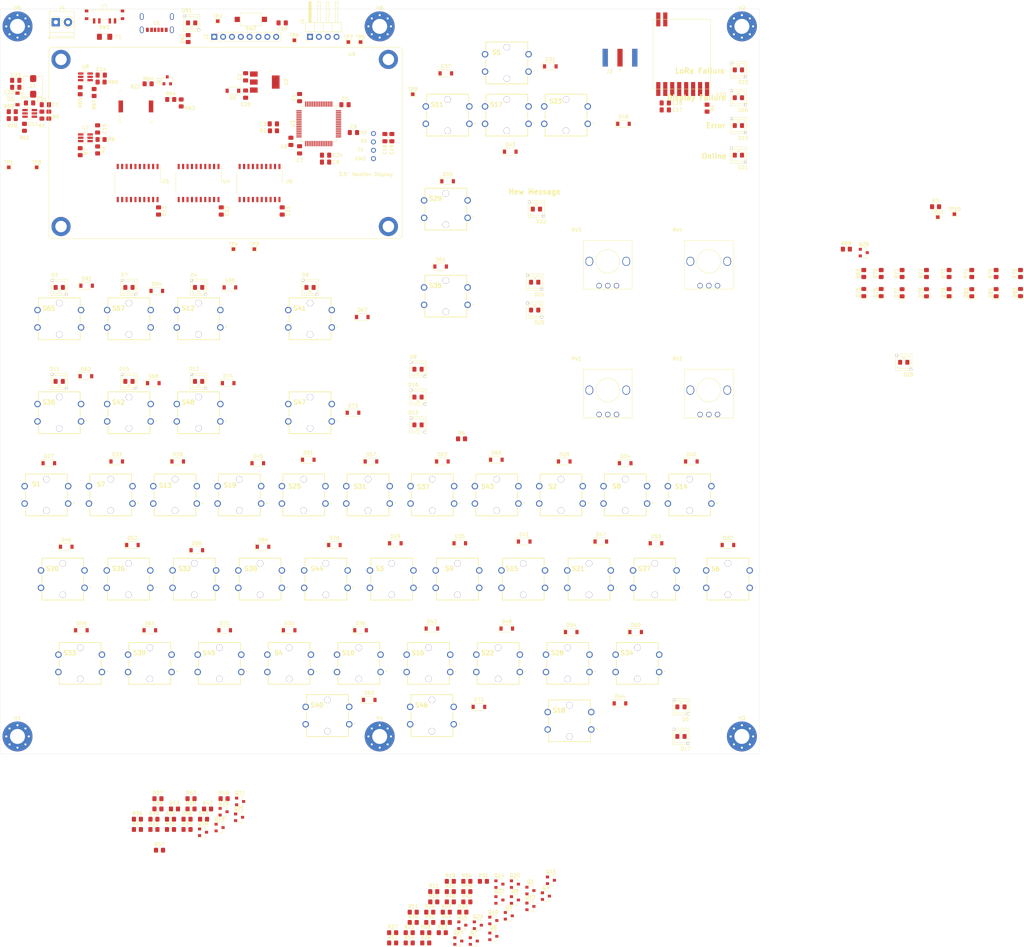
<source format=kicad_pcb>
(kicad_pcb (version 20171130) (host pcbnew "(5.1.8)-1")
  (title_block (date 2021-02-02))
  (layers (0 F.Cu signal) (1 In1.Cu power) (2 In2.Cu power) (31 B.Cu signal) (34 B.Paste user) (35 F.Paste user) (36 B.SilkS user) (37 F.SilkS user) (38 B.Mask user) (39 F.Mask user) (44 Edge.Cuts user))
  (net 0 "")
  (net 1 GND)
  (net 2 +5V)
  (net 3 +3V3)
  (net 4 NRST)
  (net 5 "Net-(D3-Pad2)")
  (net 6 "Net-(D3-Pad1)")
  (net 7 "Net-(D4-Pad2)")
  (net 8 "Net-(D4-Pad1)")
  (net 9 "Net-(D5-Pad2)")
  (net 10 "Net-(D5-Pad1)")
  (net 11 "Net-(D7-Pad2)")
  (net 12 "Net-(D7-Pad1)")
  (net 13 "Net-(D8-Pad2)")
  (net 14 "Net-(D8-Pad1)")
  (net 15 "Net-(D9-Pad2)")
  (net 16 "Net-(D9-Pad1)")
  (net 17 "Net-(D11-Pad2)")
  (net 18 "Net-(D11-Pad1)")
  (net 19 "Net-(D12-Pad2)")
  (net 20 "Net-(D12-Pad1)")
  (net 21 "Net-(D13-Pad2)")
  (net 22 "Net-(D13-Pad1)")
  (net 23 "Net-(D15-Pad2)")
  (net 24 "Net-(D15-Pad1)")
  (net 25 "Net-(D16-Pad2)")
  (net 26 "Net-(D16-Pad1)")
  (net 27 "Net-(D17-Pad2)")
  (net 28 "Net-(D17-Pad1)")
  (net 29 "Net-(D19-Pad2)")
  (net 30 "Net-(D19-Pad1)")
  (net 31 "Net-(D20-Pad2)")
  (net 32 "Net-(D20-Pad1)")
  (net 33 "Net-(D21-Pad2)")
  (net 34 "Net-(D21-Pad1)")
  (net 35 "Net-(D22-Pad2)")
  (net 36 "Net-(D22-Pad1)")
  (net 37 "Net-(D23-Pad2)")
  (net 38 "Net-(D23-Pad1)")
  (net 39 "Net-(D24-Pad2)")
  (net 40 "Net-(D24-Pad1)")
  (net 41 "Net-(D25-Pad2)")
  (net 42 "Net-(D25-Pad1)")
  (net 43 "Net-(D26-Pad2)")
  (net 44 "Net-(D26-Pad1)")
  (net 45 "Net-(D27-Pad1)")
  (net 46 "Net-(D28-Pad1)")
  (net 47 "Net-(D29-Pad1)")
  (net 48 "Net-(D30-Pad1)")
  (net 49 "Net-(D31-Pad1)")
  (net 50 "Net-(D32-Pad1)")
  (net 51 "Net-(D33-Pad1)")
  (net 52 "Net-(D34-Pad1)")
  (net 53 "Net-(D35-Pad1)")
  (net 54 "Net-(D36-Pad1)")
  (net 55 "Net-(D37-Pad1)")
  (net 56 "Net-(D38-Pad1)")
  (net 57 "Net-(D39-Pad1)")
  (net 58 "Net-(D40-Pad1)")
  (net 59 "Net-(D41-Pad1)")
  (net 60 "Net-(D42-Pad1)")
  (net 61 "Net-(D43-Pad1)")
  (net 62 "Net-(D44-Pad1)")
  (net 63 "Net-(D45-Pad1)")
  (net 64 "Net-(D46-Pad1)")
  (net 65 "Net-(D47-Pad1)")
  (net 66 "Net-(D48-Pad1)")
  (net 67 "Net-(D49-Pad2)")
  (net 68 "Net-(D49-Pad1)")
  (net 69 "Net-(D51-Pad1)")
  (net 70 "Net-(D52-Pad1)")
  (net 71 "Net-(D53-Pad1)")
  (net 72 "Net-(D54-Pad1)")
  (net 73 "Net-(D55-Pad1)")
  (net 74 "Net-(D57-Pad1)")
  (net 75 "Net-(D58-Pad1)")
  (net 76 "Net-(D59-Pad1)")
  (net 77 "Net-(D60-Pad1)")
  (net 78 "Net-(D61-Pad1)")
  (net 79 "Net-(D62-Pad1)")
  (net 80 "Net-(D63-Pad1)")
  (net 81 "Net-(D64-Pad1)")
  (net 82 "Net-(D65-Pad1)")
  (net 83 "Net-(D66-Pad1)")
  (net 84 "Net-(D67-Pad1)")
  (net 85 "Net-(D68-Pad1)")
  (net 86 "Net-(D69-Pad1)")
  (net 87 "Net-(D70-Pad1)")
  (net 88 "Net-(D71-Pad1)")
  (net 89 "Net-(D72-Pad1)")
  (net 90 "Net-(D73-Pad1)")
  (net 91 "Net-(D74-Pad1)")
  (net 92 SWCLK)
  (net 93 SWDIO)
  (net 94 "Net-(Q2-Pad1)")
  (net 95 "Net-(Q3-Pad1)")
  (net 96 "Net-(Q4-Pad1)")
  (net 97 "Net-(Q6-Pad1)")
  (net 98 "Net-(Q7-Pad1)")
  (net 99 "Net-(Q8-Pad1)")
  (net 100 "Net-(Q10-Pad1)")
  (net 101 "Net-(Q11-Pad1)")
  (net 102 "Net-(Q12-Pad1)")
  (net 103 "Net-(Q14-Pad1)")
  (net 104 "Net-(Q15-Pad1)")
  (net 105 "Net-(Q16-Pad1)")
  (net 106 "Net-(Q18-Pad1)")
  (net 107 "Net-(Q19-Pad1)")
  (net 108 "Net-(Q20-Pad1)")
  (net 109 "Net-(Q21-Pad1)")
  (net 110 "Net-(Q22-Pad1)")
  (net 111 "Net-(Q23-Pad1)")
  (net 112 "Net-(Q24-Pad1)")
  (net 113 "Net-(Q25-Pad1)")
  (net 114 "Net-(R2-Pad2)")
  (net 115 "Net-(R6-Pad2)")
  (net 116 "Net-(R7-Pad1)")
  (net 117 "Net-(R8-Pad2)")
  (net 118 Latch1Out0)
  (net 119 Latch1Out2)
  (net 120 Latch1Out4)
  (net 121 Latch1Out1)
  (net 122 Latch1Out3)
  (net 123 Latch1Out5)
  (net 124 Latch2Out0)
  (net 125 Latch2Out2)
  (net 126 Latch2Out4)
  (net 127 Latch2Out1)
  (net 128 Latch2Out3)
  (net 129 Latch2Out5)
  (net 130 Latch3Out0)
  (net 131 Latch3Out3)
  (net 132 Latch3Out6)
  (net 133 Latch3Out4)
  (net 134 Latch3Out1)
  (net 135 Latch3Out2)
  (net 136 Latch3Out5)
  (net 137 Latch3Out7)
  (net 138 LED_Dim)
  (net 139 PWM_Out)
  (net 140 "Net-(U1-Pad4)")
  (net 141 "Net-(U1-Pad3)")
  (net 142 LP7)
  (net 143 LP6)
  (net 144 LP5)
  (net 145 LP4)
  (net 146 LP3)
  (net 147 "Net-(U3-Pad54)")
  (net 148 "Net-(U3-Pad53)")
  (net 149 USART3_RX)
  (net 150 USART3_TX)
  (net 151 ROW_6)
  (net 152 ROW_5)
  (net 153 ROW_4)
  (net 154 ROW_3)
  (net 155 "Net-(U3-Pad40)")
  (net 156 LORA_Status)
  (net 157 LORA_Config)
  (net 158 "Net-(U3-Pad33)")
  (net 159 LP2)
  (net 160 LP1)
  (net 161 LP0)
  (net 162 USART1_RX)
  (net 163 USART1_TX)
  (net 164 LE_3)
  (net 165 LE_2)
  (net 166 LE_1)
  (net 167 USART2_RX)
  (net 168 USART2_TX)
  (net 169 ROW_2)
  (net 170 ROW_1)
  (net 171 "Net-(U3-Pad4)")
  (net 172 "Net-(U3-Pad3)")
  (net 173 "Net-(U3-Pad2)")
  (net 174 Column1)
  (net 175 Column2)
  (net 176 Column3)
  (net 177 Column4)
  (net 178 Column5)
  (net 179 Column6)
  (net 180 Column7)
  (net 181 Column8)
  (net 182 "Net-(J3-Pad1)")
  (net 183 "Net-(J3-Pad2)")
  (net 184 LORA_Reset)
  (net 185 "Net-(BZ1-Pad2)")
  (net 186 "Net-(BZ1-Pad1)")
  (net 187 BUCK_IN)
  (net 188 BUCK_SW)
  (net 189 BUCK_BST)
  (net 190 +5VP)
  (net 191 "Net-(D91-Pad2)")
  (net 192 "Net-(D92-Pad1)")
  (net 193 "Net-(D94-Pad1)")
  (net 194 "Net-(F1-Pad1)")
  (net 195 "Net-(Q1-Pad1)")
  (net 196 PWM)
  (net 197 Screen_Dim)
  (net 198 "Net-(U1-Pad5)")
  (net 199 +5VL)
  (net 200 "Net-(U2-Pad4)")
  (net 201 "Net-(U3-Pad15)")
  (net 202 "Net-(D75-Pad1)")
  (net 203 "Net-(D75-Pad2)")
  (net 204 "Net-(D76-Pad2)")
  (net 205 "Net-(D77-Pad2)")
  (net 206 "Net-(D78-Pad2)")
  (net 207 "Net-(D79-Pad2)")
  (net 208 "Net-(D80-Pad2)")
  (net 209 "Net-(D81-Pad2)")
  (net 210 "Net-(D82-Pad2)")
  (net 211 "Net-(Q26-Pad1)")
  (net 212 BUCK_EN)
  (net 213 "Net-(R3-Pad2)")
  (net 214 BUCK_FB)
  (net 215 "Net-(R63-Pad2)")
  (net 216 "Net-(R65-Pad1)")
  (net 217 "Net-(R66-Pad2)")
  (net 218 BL_PWM_Out)
  (net 219 BL_Dim)
  (net 220 "Net-(SW1-Pad2)")
  (net 221 Spare1)
  (net 222 Spare2)
  (net 223 "Net-(U3-Pad50)")
  (net 224 "Net-(U4-Pad12)")
  (net 225 "Net-(U4-Pad13)")
  (net 226 "Net-(U5-Pad12)")
  (net 227 "Net-(U5-Pad13)")
  (net 228 "Net-(U3-Pad45)")
  (module Fuse:Fuse_1206_3216Metric_Pad1.42x1.75mm_HandSolder (layer F.Cu) (at 43.0125 23)
    (fp_text reference F1 (at 3.9875 0) (layer F.SilkS))
    (fp_text value 350mA)
    (pad 2 smd roundrect (at 1.4875 0) (size 1.425 1.75) (layers F.Cu F.Paste F.Mask) (roundrect_rratio 0.175439) (net 2 +5V))
    (pad 1 smd roundrect (at -1.4875 0) (size 1.425 1.75) (layers F.Cu F.Paste F.Mask) (roundrect_rratio 0.175439) (net 194 "Net-(F1-Pad1)"))
  )
  (module SamacSys_Parts:B3F-4000 (layer F.Cu) (at 222 178.8)
    (fp_text reference S6 (at -3.569999 -2.925) (layer F.SilkS) (effects (font (size 1.27 1.27) (thickness 0.254))))
    (fp_text value "Back " hide)
    (pad 6 thru_hole circle (at 0 4.5) (size 1.85 1.85) (drill 1.8) (layers *.Cu *.Mask))
    (pad 5 thru_hole circle (at 0 -4.5) (size 1.85 1.85) (drill 1.8) (layers *.Cu *.Mask))
    (pad 4 thru_hole circle (at -6.25 -2.5) (size 1.85 1.85) (drill 1.25) (layers *.Cu *.Mask) (net 50 "Net-(D32-Pad1)"))
    (pad 3 thru_hole circle (at 6.25 -2.5) (size 1.85 1.85) (drill 1.25) (layers *.Cu *.Mask) (net 50 "Net-(D32-Pad1)"))
    (pad 2 thru_hole circle (at -6.25 2.5) (size 1.85 1.85) (drill 1.25) (layers *.Cu *.Mask) (net 152 ROW_5))
    (pad 1 thru_hole circle (at 6.25 2.5) (size 1.85 1.85) (drill 1.25) (layers *.Cu *.Mask) (net 152 ROW_5))
  )
  (module Diode_SMD:D_SOD-123 (layer F.Cu) (at 222 169)
    (fp_text reference D32 (at 0 -2) (layer F.SilkS))
    (fp_text value D_Small)
    (pad 2 smd rect (at 1.65 0) (size 0.9 1.2) (layers F.Cu F.Paste F.Mask) (net 178 Column5))
    (pad 1 smd rect (at -1.65 0) (size 0.9 1.2) (layers F.Cu F.Paste F.Mask) (net 50 "Net-(D32-Pad1)"))
  )
  (module Connector_PinHeader_2.54mm:PinHeader_1x04_P2.54mm_Horizontal (layer F.Cu) (at 102 23 90)
    (fp_text reference J1 (at 4.385 -2.27 90) (layer F.SilkS))
    (fp_text value 0022232041)
    (pad 4 thru_hole oval (at 0 7.62 90) (size 1.7 1.7) (drill 1) (layers *.Cu *.Mask) (net 1 GND))
    (pad 3 thru_hole oval (at 0 5.08 90) (size 1.7 1.7) (drill 1) (layers *.Cu *.Mask) (net 92 SWCLK))
    (pad 2 thru_hole oval (at 0 2.54 90) (size 1.7 1.7) (drill 1) (layers *.Cu *.Mask) (net 93 SWDIO))
    (pad 1 thru_hole rect (at 0 0 90) (size 1.7 1.7) (drill 1) (layers *.Cu *.Mask) (net 2 +5V))
  )
  (module digikey-footprints:Piezo_9x9mm_PKMCS0909E4000-R1 (layer F.Cu) (at 52 43)
    (fp_text reference BZ1 (at -0.125 -5.7) (layer F.SilkS))
    (fp_text value PKMCS0909E4000-R1)
    (pad 2 smd rect (at 4.35 0) (size 1.3 3.4) (layers F.Cu F.Paste F.Mask) (net 185 "Net-(BZ1-Pad2)"))
    (pad 1 smd rect (at -4.35 0) (size 1.3 3.4) (layers F.Cu F.Paste F.Mask) (net 186 "Net-(BZ1-Pad1)"))
  )
  (module Capacitor_SMD:C_0805_2012Metric_Pad1.18x1.45mm_HandSolder (layer F.Cu) (at 26 42.5)
    (fp_text reference C1 (at 3 0) (layer F.SilkS))
    (fp_text value 10u)
    (pad 2 smd roundrect (at 1.0375 0) (size 1.175 1.45) (layers F.Cu F.Paste F.Mask) (roundrect_rratio 0.212766) (net 1 GND))
    (pad 1 smd roundrect (at -1.0375 0) (size 1.175 1.45) (layers F.Cu F.Paste F.Mask) (roundrect_rratio 0.212766) (net 187 BUCK_IN))
  )
  (module Capacitor_SMD:C_0805_2012Metric_Pad1.18x1.45mm_HandSolder (layer F.Cu) (at 83.5 34.5 90)
    (fp_text reference C2 (at 0 -1.68 90) (layer F.SilkS))
    (fp_text value 10u)
    (pad 2 smd roundrect (at 1.0375 0 90) (size 1.175 1.45) (layers F.Cu F.Paste F.Mask) (roundrect_rratio 0.212766) (net 1 GND))
    (pad 1 smd roundrect (at -1.0375 0 90) (size 1.175 1.45) (layers F.Cu F.Paste F.Mask) (roundrect_rratio 0.212766) (net 3 +3V3))
  )
  (module Capacitor_SMD:C_0805_2012Metric_Pad1.18x1.45mm_HandSolder (layer F.Cu) (at 91.4625 48 180)
    (fp_text reference C3 (at 3 -0.0375) (layer F.SilkS))
    (fp_text value 4u7)
    (pad 1 smd roundrect (at -1.0375 0 180) (size 1.175 1.45) (layers F.Cu F.Paste F.Mask) (roundrect_rratio 0.212766) (net 3 +3V3))
    (pad 2 smd roundrect (at 1.0375 0 180) (size 1.175 1.45) (layers F.Cu F.Paste F.Mask) (roundrect_rratio 0.212766) (net 1 GND))
  )
  (module Capacitor_SMD:C_0805_2012Metric_Pad1.18x1.45mm_HandSolder (layer F.Cu) (at 99 40.4625 90)
    (fp_text reference C4 (at 0 -1.68 90) (layer F.SilkS))
    (fp_text value 100n)
    (pad 2 smd roundrect (at 1.0375 0 90) (size 1.175 1.45) (layers F.Cu F.Paste F.Mask) (roundrect_rratio 0.212766) (net 1 GND))
    (pad 1 smd roundrect (at -1.0375 0 90) (size 1.175 1.45) (layers F.Cu F.Paste F.Mask) (roundrect_rratio 0.212766) (net 3 +3V3))
  )
  (module Capacitor_SMD:C_0805_2012Metric_Pad1.18x1.45mm_HandSolder (layer F.Cu) (at 112.0375 42.5)
    (fp_text reference C5 (at 0 -1.68) (layer F.SilkS))
    (fp_text value 100n)
    (pad 1 smd roundrect (at -1.0375 0) (size 1.175 1.45) (layers F.Cu F.Paste F.Mask) (roundrect_rratio 0.212766) (net 3 +3V3))
    (pad 2 smd roundrect (at 1.0375 0) (size 1.175 1.45) (layers F.Cu F.Paste F.Mask) (roundrect_rratio 0.212766) (net 1 GND))
  )
  (module Capacitor_SMD:C_0805_2012Metric_Pad1.18x1.45mm_HandSolder (layer F.Cu) (at 96.5 53.0375 270)
    (fp_text reference C6 (at 1.4625 2 180) (layer F.SilkS))
    (fp_text value 100n)
    (pad 2 smd roundrect (at 1.0375 0 270) (size 1.175 1.45) (layers F.Cu F.Paste F.Mask) (roundrect_rratio 0.212766) (net 1 GND))
    (pad 1 smd roundrect (at -1.0375 0 270) (size 1.175 1.45) (layers F.Cu F.Paste F.Mask) (roundrect_rratio 0.212766) (net 3 +3V3))
  )
  (module Capacitor_SMD:C_0805_2012Metric_Pad1.18x1.45mm_HandSolder (layer F.Cu) (at 99 55.4625 270)
    (fp_text reference C7 (at 3.0375 0 180) (layer F.SilkS))
    (fp_text value 100n)
    (pad 1 smd roundrect (at -1.0375 0 270) (size 1.175 1.45) (layers F.Cu F.Paste F.Mask) (roundrect_rratio 0.212766) (net 3 +3V3))
    (pad 2 smd roundrect (at 1.0375 0 270) (size 1.175 1.45) (layers F.Cu F.Paste F.Mask) (roundrect_rratio 0.212766) (net 1 GND))
  )
  (module Capacitor_SMD:C_0805_2012Metric_Pad1.18x1.45mm_HandSolder (layer F.Cu) (at 106.4625 59 180)
    (fp_text reference C8 (at -2.9625 0) (layer F.SilkS))
    (fp_text value 100n)
    (pad 2 smd roundrect (at 1.0375 0 180) (size 1.175 1.45) (layers F.Cu F.Paste F.Mask) (roundrect_rratio 0.212766) (net 1 GND))
    (pad 1 smd roundrect (at -1.0375 0 180) (size 1.175 1.45) (layers F.Cu F.Paste F.Mask) (roundrect_rratio 0.212766) (net 3 +3V3))
  )
  (module Capacitor_SMD:C_0805_2012Metric_Pad1.18x1.45mm_HandSolder (layer F.Cu) (at 114.4625 50.5)
    (fp_text reference C9 (at 0 -1.68) (layer F.SilkS))
    (fp_text value 100n)
    (pad 1 smd roundrect (at -1.0375 0) (size 1.175 1.45) (layers F.Cu F.Paste F.Mask) (roundrect_rratio 0.212766) (net 3 +3V3))
    (pad 2 smd roundrect (at 1.0375 0) (size 1.175 1.45) (layers F.Cu F.Paste F.Mask) (roundrect_rratio 0.212766) (net 1 GND))
  )
  (module Capacitor_SMD:C_0805_2012Metric_Pad1.18x1.45mm_HandSolder (layer F.Cu) (at 94 19 180)
    (fp_text reference C10 (at 0 -1.68) (layer F.SilkS))
    (fp_text value 100n)
    (pad 1 smd roundrect (at -1.0375 0 180) (size 1.175 1.45) (layers F.Cu F.Paste F.Mask) (roundrect_rratio 0.212766) (net 4 NRST))
    (pad 2 smd roundrect (at 1.0375 0 180) (size 1.175 1.45) (layers F.Cu F.Paste F.Mask) (roundrect_rratio 0.212766) (net 1 GND))
  )
  (module Capacitor_SMD:C_0805_2012Metric_Pad1.18x1.45mm_HandSolder (layer F.Cu) (at 94 73.0375 270)
    (fp_text reference C11 (at 0 -1.68 90) (layer F.SilkS))
    (fp_text value 100n)
    (pad 2 smd roundrect (at 1.0375 0 270) (size 1.175 1.45) (layers F.Cu F.Paste F.Mask) (roundrect_rratio 0.212766) (net 1 GND))
    (pad 1 smd roundrect (at -1.0375 0 270) (size 1.175 1.45) (layers F.Cu F.Paste F.Mask) (roundrect_rratio 0.212766) (net 3 +3V3))
  )
  (module Capacitor_SMD:C_0805_2012Metric_Pad1.18x1.45mm_HandSolder (layer F.Cu) (at 76.5 73.0375 270)
    (fp_text reference C12 (at 0 -1.68 90) (layer F.SilkS))
    (fp_text value 100n)
    (pad 1 smd roundrect (at -1.0375 0 270) (size 1.175 1.45) (layers F.Cu F.Paste F.Mask) (roundrect_rratio 0.212766) (net 3 +3V3))
    (pad 2 smd roundrect (at 1.0375 0 270) (size 1.175 1.45) (layers F.Cu F.Paste F.Mask) (roundrect_rratio 0.212766) (net 1 GND))
  )
  (module Capacitor_SMD:C_0805_2012Metric_Pad1.18x1.45mm_HandSolder (layer F.Cu) (at 58.5 73.0375 270)
    (fp_text reference C13 (at 0 -1.68 90) (layer F.SilkS))
    (fp_text value 100n)
    (pad 1 smd roundrect (at -1.0375 0 270) (size 1.175 1.45) (layers F.Cu F.Paste F.Mask) (roundrect_rratio 0.212766) (net 3 +3V3))
    (pad 2 smd roundrect (at 1.0375 0 270) (size 1.175 1.45) (layers F.Cu F.Paste F.Mask) (roundrect_rratio 0.212766) (net 1 GND))
  )
  (module Capacitor_SMD:C_0805_2012Metric_Pad1.18x1.45mm_HandSolder (layer F.Cu) (at 42.0375 34)
    (fp_text reference C14 (at 0 -1.68) (layer F.SilkS))
    (fp_text value 100n)
    (pad 2 smd roundrect (at 1.0375 0) (size 1.175 1.45) (layers F.Cu F.Paste F.Mask) (roundrect_rratio 0.212766) (net 1 GND))
    (pad 1 smd roundrect (at -1.0375 0) (size 1.175 1.45) (layers F.Cu F.Paste F.Mask) (roundrect_rratio 0.212766) (net 3 +3V3))
  )
  (module Capacitor_SMD:C_0805_2012Metric_Pad1.18x1.45mm_HandSolder (layer F.Cu) (at 41 49.4625 90)
    (fp_text reference C15 (at 0 2 90) (layer F.SilkS))
    (fp_text value 100n)
    (pad 2 smd roundrect (at 1.0375 0 90) (size 1.175 1.45) (layers F.Cu F.Paste F.Mask) (roundrect_rratio 0.212766) (net 1 GND))
    (pad 1 smd roundrect (at -1.0375 0 90) (size 1.175 1.45) (layers F.Cu F.Paste F.Mask) (roundrect_rratio 0.212766) (net 3 +3V3))
  )
  (module Capacitor_SMD:C_0805_2012Metric_Pad1.18x1.45mm_HandSolder (layer F.Cu) (at 204 42)
    (fp_text reference C16 (at 3.5 0) (layer F.SilkS))
    (fp_text value 100n)
    (pad 1 smd roundrect (at -1.0375 0) (size 1.175 1.45) (layers F.Cu F.Paste F.Mask) (roundrect_rratio 0.212766) (net 3 +3V3))
    (pad 2 smd roundrect (at 1.0375 0) (size 1.175 1.45) (layers F.Cu F.Paste F.Mask) (roundrect_rratio 0.212766) (net 1 GND))
  )
  (module Capacitor_SMD:C_0805_2012Metric_Pad1.18x1.45mm_HandSolder (layer F.Cu) (at 204 44)
    (fp_text reference C17 (at 3.5 0) (layer F.SilkS))
    (fp_text value 10n)
    (pad 2 smd roundrect (at 1.0375 0) (size 1.175 1.45) (layers F.Cu F.Paste F.Mask) (roundrect_rratio 0.212766) (net 1 GND))
    (pad 1 smd roundrect (at -1.0375 0) (size 1.175 1.45) (layers F.Cu F.Paste F.Mask) (roundrect_rratio 0.212766) (net 3 +3V3))
  )
  (module Capacitor_SMD:C_0805_2012Metric_Pad1.18x1.45mm_HandSolder (layer F.Cu) (at 123.5 51.9625 270)
    (fp_text reference C18 (at 3.4625 0 90) (layer F.SilkS))
    (fp_text value 100n)
    (pad 2 smd roundrect (at 1.0375 0 270) (size 1.175 1.45) (layers F.Cu F.Paste F.Mask) (roundrect_rratio 0.212766) (net 1 GND))
    (pad 1 smd roundrect (at -1.0375 0 270) (size 1.175 1.45) (layers F.Cu F.Paste F.Mask) (roundrect_rratio 0.212766) (net 2 +5V))
  )
  (module Capacitor_SMD:C_0805_2012Metric_Pad1.18x1.45mm_HandSolder (layer F.Cu) (at 125.5 51.9625 270)
    (fp_text reference C19 (at 3.4625 0 90) (layer F.SilkS))
    (fp_text value 4u7)
    (pad 1 smd roundrect (at -1.0375 0 270) (size 1.175 1.45) (layers F.Cu F.Paste F.Mask) (roundrect_rratio 0.212766) (net 2 +5V))
    (pad 2 smd roundrect (at 1.0375 0 270) (size 1.175 1.45) (layers F.Cu F.Paste F.Mask) (roundrect_rratio 0.212766) (net 1 GND))
  )
  (module Capacitor_SMD:C_0805_2012Metric_Pad1.18x1.45mm_HandSolder (layer F.Cu) (at 83.5 39.4625 270)
    (fp_text reference C20 (at 2.9625 0 180) (layer F.SilkS))
    (fp_text value 10u)
    (pad 1 smd roundrect (at -1.0375 0 270) (size 1.175 1.45) (layers F.Cu F.Paste F.Mask) (roundrect_rratio 0.212766) (net 2 +5V))
    (pad 2 smd roundrect (at 1.0375 0 270) (size 1.175 1.45) (layers F.Cu F.Paste F.Mask) (roundrect_rratio 0.212766) (net 1 GND))
  )
  (module Capacitor_SMD:C_0805_2012Metric_Pad1.18x1.45mm_HandSolder (layer F.Cu) (at 21.4625 42)
    (fp_text reference C21 (at 3.5375 -1) (layer F.SilkS))
    (fp_text value 10n)
    (pad 1 smd roundrect (at -1.0375 0) (size 1.175 1.45) (layers F.Cu F.Paste F.Mask) (roundrect_rratio 0.212766) (net 189 BUCK_BST))
    (pad 2 smd roundrect (at 1.0375 0) (size 1.175 1.45) (layers F.Cu F.Paste F.Mask) (roundrect_rratio 0.212766) (net 188 BUCK_SW))
  )
  (module Capacitor_SMD:C_0805_2012Metric_Pad1.18x1.45mm_HandSolder (layer F.Cu) (at 17.5 37.5 180)
    (fp_text reference C22 (at 2 -1.5) (layer F.SilkS))
    (fp_text value 10u)
    (pad 2 smd roundrect (at 1.0375 0 180) (size 1.175 1.45) (layers F.Cu F.Paste F.Mask) (roundrect_rratio 0.212766) (net 1 GND))
    (pad 1 smd roundrect (at -1.0375 0 180) (size 1.175 1.45) (layers F.Cu F.Paste F.Mask) (roundrect_rratio 0.212766) (net 190 +5VP))
  )
  (module Capacitor_SMD:C_0805_2012Metric_Pad1.18x1.45mm_HandSolder (layer F.Cu) (at 17.5 35.5 180)
    (fp_text reference C23 (at 0 1.5 180) (layer F.SilkS))
    (fp_text value 10u)
    (pad 1 smd roundrect (at -1.0375 0 180) (size 1.175 1.45) (layers F.Cu F.Paste F.Mask) (roundrect_rratio 0.212766) (net 190 +5VP))
    (pad 2 smd roundrect (at 1.0375 0 180) (size 1.175 1.45) (layers F.Cu F.Paste F.Mask) (roundrect_rratio 0.212766) (net 1 GND))
  )
  (module Capacitor_SMD:C_0805_2012Metric_Pad1.18x1.45mm_HandSolder (layer F.Cu) (at 106.4625 57 180)
    (fp_text reference C24 (at -3.5 0) (layer F.SilkS))
    (fp_text value 10n)
    (pad 2 smd roundrect (at 1.0375 0 180) (size 1.175 1.45) (layers F.Cu F.Paste F.Mask) (roundrect_rratio 0.212766) (net 1 GND))
    (pad 1 smd roundrect (at -1.0375 0 180) (size 1.175 1.45) (layers F.Cu F.Paste F.Mask) (roundrect_rratio 0.212766) (net 3 +3V3))
  )
  (module Diode_SMD:D_SOD-123 (layer F.Cu) (at 18 40.85 270)
    (fp_text reference D1 (at 0 2 180) (layer F.SilkS))
    (fp_text value B5819W)
    (pad 2 smd rect (at 1.65 0 270) (size 0.9 1.2) (layers F.Cu F.Paste F.Mask) (net 1 GND))
    (pad 1 smd rect (at -1.65 0 270) (size 0.9 1.2) (layers F.Cu F.Paste F.Mask) (net 188 BUCK_SW))
  )
  (module Diode_SMD:D_SOD-123 (layer F.Cu) (at 79.85 38.5 180)
    (fp_text reference D2 (at 0 -2) (layer F.SilkS))
    (fp_text value D_Small)
    (pad 2 smd rect (at 1.65 0 180) (size 0.9 1.2) (layers F.Cu F.Paste F.Mask) (net 1 GND))
    (pad 1 smd rect (at -1.65 0 180) (size 0.9 1.2) (layers F.Cu F.Paste F.Mask) (net 2 +5V))
  )
  (module Custom:VLP-350-R (layer F.Cu) (at 30 95 180)
    (fp_text reference D3 (at 1.35 3.55) (layer F.SilkS))
    (fp_text value Yellow)
    (pad "" thru_hole circle (at -2.05 -2.05 180) (size 0.8 0.8) (drill 0.7) (layers *.Cu *.Mask))
    (pad "" thru_hole circle (at 2.05 2.05 180) (size 0.8 0.8) (drill 0.7) (layers *.Cu *.Mask))
    (pad 2 smd roundrect (at 1.025 0 180) (size 1.15 1.4) (layers F.Cu F.Paste F.Mask) (roundrect_rratio 0.217391) (net 5 "Net-(D3-Pad2)"))
    (pad 1 smd roundrect (at -1.025 0 180) (size 1.15 1.4) (layers F.Cu F.Paste F.Mask) (roundrect_rratio 0.217391) (net 6 "Net-(D3-Pad1)"))
  )
  (module Custom:VLP-350-R (layer F.Cu) (at 70 95 180)
    (fp_text reference D4 (at 1.35 3.55) (layer F.SilkS))
    (fp_text value Yellow)
    (pad "" thru_hole circle (at -2.05 -2.05 180) (size 0.8 0.8) (drill 0.7) (layers *.Cu *.Mask))
    (pad "" thru_hole circle (at 2.05 2.05 180) (size 0.8 0.8) (drill 0.7) (layers *.Cu *.Mask))
    (pad 2 smd roundrect (at 1.025 0 180) (size 1.15 1.4) (layers F.Cu F.Paste F.Mask) (roundrect_rratio 0.217391) (net 7 "Net-(D4-Pad2)"))
    (pad 1 smd roundrect (at -1.025 0 180) (size 1.15 1.4) (layers F.Cu F.Paste F.Mask) (roundrect_rratio 0.217391) (net 8 "Net-(D4-Pad1)"))
  )
  (module Custom:VLP-350-R (layer F.Cu) (at 208.5 215.5)
    (fp_text reference D5 (at 1.35 3.55) (layer F.SilkS))
    (fp_text value Yellow)
    (pad "" thru_hole circle (at -2.05 -2.05) (size 0.8 0.8) (drill 0.7) (layers *.Cu *.Mask))
    (pad "" thru_hole circle (at 2.05 2.05) (size 0.8 0.8) (drill 0.7) (layers *.Cu *.Mask))
    (pad 2 smd roundrect (at 1.025 0) (size 1.15 1.4) (layers F.Cu F.Paste F.Mask) (roundrect_rratio 0.217391) (net 9 "Net-(D5-Pad2)"))
    (pad 1 smd roundrect (at -1.025 0) (size 1.15 1.4) (layers F.Cu F.Paste F.Mask) (roundrect_rratio 0.217391) (net 10 "Net-(D5-Pad1)"))
  )
  (module Custom:VLP-350-R (layer F.Cu) (at 50 95 180)
    (fp_text reference D7 (at 1.35 3.55) (layer F.SilkS))
    (fp_text value Yellow)
    (pad 1 smd roundrect (at -1.025 0 180) (size 1.15 1.4) (layers F.Cu F.Paste F.Mask) (roundrect_rratio 0.217391) (net 12 "Net-(D7-Pad1)"))
    (pad 2 smd roundrect (at 1.025 0 180) (size 1.15 1.4) (layers F.Cu F.Paste F.Mask) (roundrect_rratio 0.217391) (net 11 "Net-(D7-Pad2)"))
    (pad "" thru_hole circle (at 2.05 2.05 180) (size 0.8 0.8) (drill 0.7) (layers *.Cu *.Mask))
    (pad "" thru_hole circle (at -2.05 -2.05 180) (size 0.8 0.8) (drill 0.7) (layers *.Cu *.Mask))
  )
  (module Custom:VLP-350-R (layer F.Cu) (at 133 118.5 180)
    (fp_text reference D8 (at 1.35 3.55) (layer F.SilkS))
    (fp_text value Yellow)
    (pad 1 smd roundrect (at -1.025 0 180) (size 1.15 1.4) (layers F.Cu F.Paste F.Mask) (roundrect_rratio 0.217391) (net 14 "Net-(D8-Pad1)"))
    (pad 2 smd roundrect (at 1.025 0 180) (size 1.15 1.4) (layers F.Cu F.Paste F.Mask) (roundrect_rratio 0.217391) (net 13 "Net-(D8-Pad2)"))
    (pad "" thru_hole circle (at 2.05 2.05 180) (size 0.8 0.8) (drill 0.7) (layers *.Cu *.Mask))
    (pad "" thru_hole circle (at -2.05 -2.05 180) (size 0.8 0.8) (drill 0.7) (layers *.Cu *.Mask))
  )
  (module Custom:VLP-350-R (layer F.Cu) (at 102 95 180)
    (fp_text reference D9 (at 1.35 3.55) (layer F.SilkS))
    (fp_text value Yellow)
    (pad "" thru_hole circle (at -2.05 -2.05 180) (size 0.8 0.8) (drill 0.7) (layers *.Cu *.Mask))
    (pad "" thru_hole circle (at 2.05 2.05 180) (size 0.8 0.8) (drill 0.7) (layers *.Cu *.Mask))
    (pad 2 smd roundrect (at 1.025 0 180) (size 1.15 1.4) (layers F.Cu F.Paste F.Mask) (roundrect_rratio 0.217391) (net 15 "Net-(D9-Pad2)"))
    (pad 1 smd roundrect (at -1.025 0 180) (size 1.15 1.4) (layers F.Cu F.Paste F.Mask) (roundrect_rratio 0.217391) (net 16 "Net-(D9-Pad1)"))
  )
  (module Custom:VLP-350-R (layer F.Cu) (at 29.975 122 180)
    (fp_text reference D11 (at 1.35 3.55) (layer F.SilkS))
    (fp_text value Green)
    (pad 1 smd roundrect (at -1.025 0 180) (size 1.15 1.4) (layers F.Cu F.Paste F.Mask) (roundrect_rratio 0.217391) (net 18 "Net-(D11-Pad1)"))
    (pad 2 smd roundrect (at 1.025 0 180) (size 1.15 1.4) (layers F.Cu F.Paste F.Mask) (roundrect_rratio 0.217391) (net 17 "Net-(D11-Pad2)"))
    (pad "" thru_hole circle (at 2.05 2.05 180) (size 0.8 0.8) (drill 0.7) (layers *.Cu *.Mask))
    (pad "" thru_hole circle (at -2.05 -2.05 180) (size 0.8 0.8) (drill 0.7) (layers *.Cu *.Mask))
  )
  (module Custom:VLP-350-R (layer F.Cu) (at 70 122 180)
    (fp_text reference D12 (at 1.35 3.55) (layer F.SilkS))
    (fp_text value Green)
    (pad "" thru_hole circle (at -2.05 -2.05 180) (size 0.8 0.8) (drill 0.7) (layers *.Cu *.Mask))
    (pad "" thru_hole circle (at 2.05 2.05 180) (size 0.8 0.8) (drill 0.7) (layers *.Cu *.Mask))
    (pad 2 smd roundrect (at 1.025 0 180) (size 1.15 1.4) (layers F.Cu F.Paste F.Mask) (roundrect_rratio 0.217391) (net 19 "Net-(D12-Pad2)"))
    (pad 1 smd roundrect (at -1.025 0 180) (size 1.15 1.4) (layers F.Cu F.Paste F.Mask) (roundrect_rratio 0.217391) (net 20 "Net-(D12-Pad1)"))
  )
  (module Custom:VLP-350-R (layer F.Cu) (at 133 134.5 180)
    (fp_text reference D13 (at 1.35 3.55) (layer F.SilkS))
    (fp_text value Green)
    (pad 1 smd roundrect (at -1.025 0 180) (size 1.15 1.4) (layers F.Cu F.Paste F.Mask) (roundrect_rratio 0.217391) (net 22 "Net-(D13-Pad1)"))
    (pad 2 smd roundrect (at 1.025 0 180) (size 1.15 1.4) (layers F.Cu F.Paste F.Mask) (roundrect_rratio 0.217391) (net 21 "Net-(D13-Pad2)"))
    (pad "" thru_hole circle (at 2.05 2.05 180) (size 0.8 0.8) (drill 0.7) (layers *.Cu *.Mask))
    (pad "" thru_hole circle (at -2.05 -2.05 180) (size 0.8 0.8) (drill 0.7) (layers *.Cu *.Mask))
  )
  (module Custom:VLP-350-R (layer F.Cu) (at 50 122 180)
    (fp_text reference D15 (at 1.35 3.55) (layer F.SilkS))
    (fp_text value Green)
    (pad "" thru_hole circle (at -2.05 -2.05 180) (size 0.8 0.8) (drill 0.7) (layers *.Cu *.Mask))
    (pad "" thru_hole circle (at 2.05 2.05 180) (size 0.8 0.8) (drill 0.7) (layers *.Cu *.Mask))
    (pad 2 smd roundrect (at 1.025 0 180) (size 1.15 1.4) (layers F.Cu F.Paste F.Mask) (roundrect_rratio 0.217391) (net 23 "Net-(D15-Pad2)"))
    (pad 1 smd roundrect (at -1.025 0 180) (size 1.15 1.4) (layers F.Cu F.Paste F.Mask) (roundrect_rratio 0.217391) (net 24 "Net-(D15-Pad1)"))
  )
  (module Custom:VLP-350-R (layer F.Cu) (at 133 126.5 180)
    (fp_text reference D16 (at 1.35 3.55) (layer F.SilkS))
    (fp_text value Green)
    (pad 1 smd roundrect (at -1.025 0 180) (size 1.15 1.4) (layers F.Cu F.Paste F.Mask) (roundrect_rratio 0.217391) (net 26 "Net-(D16-Pad1)"))
    (pad 2 smd roundrect (at 1.025 0 180) (size 1.15 1.4) (layers F.Cu F.Paste F.Mask) (roundrect_rratio 0.217391) (net 25 "Net-(D16-Pad2)"))
    (pad "" thru_hole circle (at 2.05 2.05 180) (size 0.8 0.8) (drill 0.7) (layers *.Cu *.Mask))
    (pad "" thru_hole circle (at -2.05 -2.05 180) (size 0.8 0.8) (drill 0.7) (layers *.Cu *.Mask))
  )
  (module Custom:VLP-350-R (layer F.Cu) (at 208.5 224)
    (fp_text reference D17 (at 1.35 3.55) (layer F.SilkS))
    (fp_text value Green)
    (pad "" thru_hole circle (at -2.05 -2.05) (size 0.8 0.8) (drill 0.7) (layers *.Cu *.Mask))
    (pad "" thru_hole circle (at 2.05 2.05) (size 0.8 0.8) (drill 0.7) (layers *.Cu *.Mask))
    (pad 2 smd roundrect (at 1.025 0) (size 1.15 1.4) (layers F.Cu F.Paste F.Mask) (roundrect_rratio 0.217391) (net 27 "Net-(D17-Pad2)"))
    (pad 1 smd roundrect (at -1.025 0) (size 1.15 1.4) (layers F.Cu F.Paste F.Mask) (roundrect_rratio 0.217391) (net 28 "Net-(D17-Pad1)"))
  )
  (module Custom:VLP-350-R (layer F.Cu) (at 225 48.5)
    (fp_text reference D19 (at 1.35 3.55) (layer F.SilkS))
    (fp_text value Red)
    (pad 1 smd roundrect (at -1.025 0) (size 1.15 1.4) (layers F.Cu F.Paste F.Mask) (roundrect_rratio 0.217391) (net 30 "Net-(D19-Pad1)"))
    (pad 2 smd roundrect (at 1.025 0) (size 1.15 1.4) (layers F.Cu F.Paste F.Mask) (roundrect_rratio 0.217391) (net 29 "Net-(D19-Pad2)"))
    (pad "" thru_hole circle (at 2.05 2.05) (size 0.8 0.8) (drill 0.7) (layers *.Cu *.Mask))
    (pad "" thru_hole circle (at -2.05 -2.05) (size 0.8 0.8) (drill 0.7) (layers *.Cu *.Mask))
  )
  (module Custom:VLP-350-R (layer F.Cu) (at 272.475 116.5)
    (fp_text reference D20 (at 1.35 3.55) (layer F.SilkS))
    (fp_text value Red)
    (pad "" thru_hole circle (at -2.05 -2.05) (size 0.8 0.8) (drill 0.7) (layers *.Cu *.Mask))
    (pad "" thru_hole circle (at 2.05 2.05) (size 0.8 0.8) (drill 0.7) (layers *.Cu *.Mask))
    (pad 2 smd roundrect (at 1.025 0) (size 1.15 1.4) (layers F.Cu F.Paste F.Mask) (roundrect_rratio 0.217391) (net 31 "Net-(D20-Pad2)"))
    (pad 1 smd roundrect (at -1.025 0) (size 1.15 1.4) (layers F.Cu F.Paste F.Mask) (roundrect_rratio 0.217391) (net 32 "Net-(D20-Pad1)"))
  )
  (module Custom:VLP-350-R (layer F.Cu) (at 225 57)
    (fp_text reference D21 (at 1.35 3.55) (layer F.SilkS))
    (fp_text value Blue)
    (pad 1 smd roundrect (at -1.025 0) (size 1.15 1.4) (layers F.Cu F.Paste F.Mask) (roundrect_rratio 0.217391) (net 34 "Net-(D21-Pad1)"))
    (pad 2 smd roundrect (at 1.025 0) (size 1.15 1.4) (layers F.Cu F.Paste F.Mask) (roundrect_rratio 0.217391) (net 33 "Net-(D21-Pad2)"))
    (pad "" thru_hole circle (at 2.05 2.05) (size 0.8 0.8) (drill 0.7) (layers *.Cu *.Mask))
    (pad "" thru_hole circle (at -2.05 -2.05) (size 0.8 0.8) (drill 0.7) (layers *.Cu *.Mask))
  )
  (module Custom:VLP-350-R (layer F.Cu) (at 167 72.5)
    (fp_text reference D22 (at 1.35 3.55) (layer F.SilkS))
    (fp_text value Blue)
    (pad 1 smd roundrect (at -1.025 0) (size 1.15 1.4) (layers F.Cu F.Paste F.Mask) (roundrect_rratio 0.217391) (net 36 "Net-(D22-Pad1)"))
    (pad 2 smd roundrect (at 1.025 0) (size 1.15 1.4) (layers F.Cu F.Paste F.Mask) (roundrect_rratio 0.217391) (net 35 "Net-(D22-Pad2)"))
    (pad "" thru_hole circle (at 2.05 2.05) (size 0.8 0.8) (drill 0.7) (layers *.Cu *.Mask))
    (pad "" thru_hole circle (at -2.05 -2.05) (size 0.8 0.8) (drill 0.7) (layers *.Cu *.Mask))
  )
  (module Custom:VLP-350-R (layer F.Cu) (at 225 32.5)
    (fp_text reference D23 (at 1.35 3.55) (layer F.SilkS))
    (fp_text value Red)
    (pad 1 smd roundrect (at -1.025 0) (size 1.15 1.4) (layers F.Cu F.Paste F.Mask) (roundrect_rratio 0.217391) (net 38 "Net-(D23-Pad1)"))
    (pad 2 smd roundrect (at 1.025 0) (size 1.15 1.4) (layers F.Cu F.Paste F.Mask) (roundrect_rratio 0.217391) (net 37 "Net-(D23-Pad2)"))
    (pad "" thru_hole circle (at 2.05 2.05) (size 0.8 0.8) (drill 0.7) (layers *.Cu *.Mask))
    (pad "" thru_hole circle (at -2.05 -2.05) (size 0.8 0.8) (drill 0.7) (layers *.Cu *.Mask))
  )
  (module Custom:VLP-350-R (layer F.Cu) (at 166.5 93.5)
    (fp_text reference D24 (at 1.35 3.55) (layer F.SilkS))
    (fp_text value Red)
    (pad "" thru_hole circle (at -2.05 -2.05) (size 0.8 0.8) (drill 0.7) (layers *.Cu *.Mask))
    (pad "" thru_hole circle (at 2.05 2.05) (size 0.8 0.8) (drill 0.7) (layers *.Cu *.Mask))
    (pad 2 smd roundrect (at 1.025 0) (size 1.15 1.4) (layers F.Cu F.Paste F.Mask) (roundrect_rratio 0.217391) (net 39 "Net-(D24-Pad2)"))
    (pad 1 smd roundrect (at -1.025 0) (size 1.15 1.4) (layers F.Cu F.Paste F.Mask) (roundrect_rratio 0.217391) (net 40 "Net-(D24-Pad1)"))
  )
  (module Custom:VLP-350-R (layer F.Cu) (at 166.5 101.5)
    (fp_text reference D25 (at 1.35 3.55) (layer F.SilkS))
    (fp_text value Blue)
    (pad 1 smd roundrect (at -1.025 0) (size 1.15 1.4) (layers F.Cu F.Paste F.Mask) (roundrect_rratio 0.217391) (net 42 "Net-(D25-Pad1)"))
    (pad 2 smd roundrect (at 1.025 0) (size 1.15 1.4) (layers F.Cu F.Paste F.Mask) (roundrect_rratio 0.217391) (net 41 "Net-(D25-Pad2)"))
    (pad "" thru_hole circle (at 2.05 2.05) (size 0.8 0.8) (drill 0.7) (layers *.Cu *.Mask))
    (pad "" thru_hole circle (at -2.05 -2.05) (size 0.8 0.8) (drill 0.7) (layers *.Cu *.Mask))
  )
  (module Custom:VLP-350-R (layer F.Cu) (at 225 40.5)
    (fp_text reference D26 (at 1.35 3.55) (layer F.SilkS))
    (fp_text value Blue)
    (pad "" thru_hole circle (at -2.05 -2.05) (size 0.8 0.8) (drill 0.7) (layers *.Cu *.Mask))
    (pad "" thru_hole circle (at 2.05 2.05) (size 0.8 0.8) (drill 0.7) (layers *.Cu *.Mask))
    (pad 2 smd roundrect (at 1.025 0) (size 1.15 1.4) (layers F.Cu F.Paste F.Mask) (roundrect_rratio 0.217391) (net 43 "Net-(D26-Pad2)"))
    (pad 1 smd roundrect (at -1.025 0) (size 1.15 1.4) (layers F.Cu F.Paste F.Mask) (roundrect_rratio 0.217391) (net 44 "Net-(D26-Pad1)"))
  )
  (module Diode_SMD:D_SOD-123 (layer F.Cu) (at 27 145.5)
    (fp_text reference D27 (at 0 -2) (layer F.SilkS))
    (fp_text value D_Small)
    (pad 1 smd rect (at -1.65 0) (size 0.9 1.2) (layers F.Cu F.Paste F.Mask) (net 45 "Net-(D27-Pad1)"))
    (pad 2 smd rect (at 1.65 0) (size 0.9 1.2) (layers F.Cu F.Paste F.Mask) (net 174 Column1))
  )
  (module Diode_SMD:D_SOD-123 (layer F.Cu) (at 175 145)
    (fp_text reference D28 (at 0 -2) (layer F.SilkS))
    (fp_text value D_Small)
    (pad 1 smd rect (at -1.65 0) (size 0.9 1.2) (layers F.Cu F.Paste F.Mask) (net 46 "Net-(D28-Pad1)"))
    (pad 2 smd rect (at 1.65 0) (size 0.9 1.2) (layers F.Cu F.Paste F.Mask) (net 174 Column1))
  )
  (module Diode_SMD:D_SOD-123 (layer F.Cu) (at 126.5 168.5)
    (fp_text reference D29 (at 0 -2) (layer F.SilkS))
    (fp_text value D_Small)
    (pad 2 smd rect (at 1.65 0) (size 0.9 1.2) (layers F.Cu F.Paste F.Mask) (net 174 Column1))
    (pad 1 smd rect (at -1.65 0) (size 0.9 1.2) (layers F.Cu F.Paste F.Mask) (net 47 "Net-(D29-Pad1)"))
  )
  (module Diode_SMD:D_SOD-123 (layer F.Cu) (at 96 193.5)
    (fp_text reference D30 (at 0 -2) (layer F.SilkS))
    (fp_text value D_Small)
    (pad 2 smd rect (at 1.65 0) (size 0.9 1.2) (layers F.Cu F.Paste F.Mask) (net 174 Column1))
    (pad 1 smd rect (at -1.65 0) (size 0.9 1.2) (layers F.Cu F.Paste F.Mask) (net 48 "Net-(D30-Pad1)"))
  )
  (module Diode_SMD:D_SOD-123 (layer F.Cu) (at 171 31.5)
    (fp_text reference D31 (at 0 -2) (layer F.SilkS))
    (fp_text value D_Small)
    (pad 1 smd rect (at -1.65 0) (size 0.9 1.2) (layers F.Cu F.Paste F.Mask) (net 49 "Net-(D31-Pad1)"))
    (pad 2 smd rect (at 1.65 0) (size 0.9 1.2) (layers F.Cu F.Paste F.Mask) (net 174 Column1))
  )
  (module Diode_SMD:D_SOD-123 (layer F.Cu) (at 46.5 145)
    (fp_text reference D33 (at 0 -2) (layer F.SilkS))
    (fp_text value D_Small)
    (pad 1 smd rect (at -1.65 0) (size 0.9 1.2) (layers F.Cu F.Paste F.Mask) (net 51 "Net-(D33-Pad1)"))
    (pad 2 smd rect (at 1.65 0) (size 0.9 1.2) (layers F.Cu F.Paste F.Mask) (net 175 Column2))
  )
  (module Diode_SMD:D_SOD-123 (layer F.Cu) (at 192.5 145.5)
    (fp_text reference D34 (at 0 -2) (layer F.SilkS))
    (fp_text value D_Small)
    (pad 2 smd rect (at 1.65 0) (size 0.9 1.2) (layers F.Cu F.Paste F.Mask) (net 175 Column2))
    (pad 1 smd rect (at -1.65 0) (size 0.9 1.2) (layers F.Cu F.Paste F.Mask) (net 52 "Net-(D34-Pad1)"))
  )
  (module Diode_SMD:D_SOD-123 (layer F.Cu) (at 145 168.5)
    (fp_text reference D35 (at 0 -2) (layer F.SilkS))
    (fp_text value D_Small)
    (pad 1 smd rect (at -1.65 0) (size 0.9 1.2) (layers F.Cu F.Paste F.Mask) (net 53 "Net-(D35-Pad1)"))
    (pad 2 smd rect (at 1.65 0) (size 0.9 1.2) (layers F.Cu F.Paste F.Mask) (net 175 Column2))
  )
  (module Diode_SMD:D_SOD-123 (layer F.Cu) (at 116.5 193.5)
    (fp_text reference D36 (at 0 -2) (layer F.SilkS))
    (fp_text value D_Small)
    (pad 2 smd rect (at 1.65 0) (size 0.9 1.2) (layers F.Cu F.Paste F.Mask) (net 175 Column2))
    (pad 1 smd rect (at -1.65 0) (size 0.9 1.2) (layers F.Cu F.Paste F.Mask) (net 54 "Net-(D36-Pad1)"))
  )
  (module Diode_SMD:D_SOD-123 (layer F.Cu) (at 141 33.5)
    (fp_text reference D37 (at 0 -2) (layer F.SilkS))
    (fp_text value D_Small)
    (pad 1 smd rect (at -1.65 0) (size 0.9 1.2) (layers F.Cu F.Paste F.Mask) (net 55 "Net-(D37-Pad1)"))
    (pad 2 smd rect (at 1.65 0) (size 0.9 1.2) (layers F.Cu F.Paste F.Mask) (net 175 Column2))
  )
  (module Diode_SMD:D_SOD-123 (layer F.Cu) (at 79 95)
    (fp_text reference D38 (at 0 -2) (layer F.SilkS))
    (fp_text value D_Small)
    (pad 2 smd rect (at 1.65 0) (size 0.9 1.2) (layers F.Cu F.Paste F.Mask) (net 178 Column5))
    (pad 1 smd rect (at -1.65 0) (size 0.9 1.2) (layers F.Cu F.Paste F.Mask) (net 56 "Net-(D38-Pad1)"))
  )
  (module Diode_SMD:D_SOD-123 (layer F.Cu) (at 64 145)
    (fp_text reference D39 (at 0 -2) (layer F.SilkS))
    (fp_text value D_Small)
    (pad 1 smd rect (at -1.65 0) (size 0.9 1.2) (layers F.Cu F.Paste F.Mask) (net 57 "Net-(D39-Pad1)"))
    (pad 2 smd rect (at 1.65 0) (size 0.9 1.2) (layers F.Cu F.Paste F.Mask) (net 176 Column3))
  )
  (module Diode_SMD:D_SOD-123 (layer F.Cu) (at 211.5 145)
    (fp_text reference D40 (at 0 -2) (layer F.SilkS))
    (fp_text value D_Small)
    (pad 1 smd rect (at -1.65 0) (size 0.9 1.2) (layers F.Cu F.Paste F.Mask) (net 58 "Net-(D40-Pad1)"))
    (pad 2 smd rect (at 1.65 0) (size 0.9 1.2) (layers F.Cu F.Paste F.Mask) (net 176 Column3))
  )
  (module Diode_SMD:D_SOD-123 (layer F.Cu) (at 163.5 168)
    (fp_text reference D41 (at 0 -2) (layer F.SilkS))
    (fp_text value D_Small)
    (pad 2 smd rect (at 1.65 0) (size 0.9 1.2) (layers F.Cu F.Paste F.Mask) (net 176 Column3))
    (pad 1 smd rect (at -1.65 0) (size 0.9 1.2) (layers F.Cu F.Paste F.Mask) (net 59 "Net-(D41-Pad1)"))
  )
  (module Diode_SMD:D_SOD-123 (layer F.Cu) (at 137 193)
    (fp_text reference D42 (at 0 -2) (layer F.SilkS))
    (fp_text value D_Small)
    (pad 1 smd rect (at -1.65 0) (size 0.9 1.2) (layers F.Cu F.Paste F.Mask) (net 60 "Net-(D42-Pad1)"))
    (pad 2 smd rect (at 1.65 0) (size 0.9 1.2) (layers F.Cu F.Paste F.Mask) (net 176 Column3))
  )
  (module Diode_SMD:D_SOD-123 (layer F.Cu) (at 159.5 56)
    (fp_text reference D43 (at 0 -2) (layer F.SilkS))
    (fp_text value D_Small)
    (pad 2 smd rect (at 1.65 0) (size 0.9 1.2) (layers F.Cu F.Paste F.Mask) (net 176 Column3))
    (pad 1 smd rect (at -1.65 0) (size 0.9 1.2) (layers F.Cu F.Paste F.Mask) (net 61 "Net-(D43-Pad1)"))
  )
  (module Diode_SMD:D_SOD-123 (layer F.Cu) (at 191 214.5)
    (fp_text reference D44 (at 0 -2) (layer F.SilkS))
    (fp_text value D_Small)
    (pad 1 smd rect (at -1.65 0) (size 0.9 1.2) (layers F.Cu F.Paste F.Mask) (net 62 "Net-(D44-Pad1)"))
    (pad 2 smd rect (at 1.65 0) (size 0.9 1.2) (layers F.Cu F.Paste F.Mask) (net 179 Column6))
  )
  (module Diode_SMD:D_SOD-123 (layer F.Cu) (at 87 145.5)
    (fp_text reference D45 (at 0 -2) (layer F.SilkS))
    (fp_text value D_Small)
    (pad 1 smd rect (at -1.65 0) (size 0.9 1.2) (layers F.Cu F.Paste F.Mask) (net 63 "Net-(D45-Pad1)"))
    (pad 2 smd rect (at 1.65 0) (size 0.9 1.2) (layers F.Cu F.Paste F.Mask) (net 177 Column4))
  )
  (module Diode_SMD:D_SOD-123 (layer F.Cu) (at 32 169.5)
    (fp_text reference D46 (at 0 -2) (layer F.SilkS))
    (fp_text value D_Small)
    (pad 2 smd rect (at 1.65 0) (size 0.9 1.2) (layers F.Cu F.Paste F.Mask) (net 177 Column4))
    (pad 1 smd rect (at -1.65 0) (size 0.9 1.2) (layers F.Cu F.Paste F.Mask) (net 64 "Net-(D46-Pad1)"))
  )
  (module Diode_SMD:D_SOD-123 (layer F.Cu) (at 185.5 168)
    (fp_text reference D47 (at 0 -2) (layer F.SilkS))
    (fp_text value D_Small)
    (pad 1 smd rect (at -1.65 0) (size 0.9 1.2) (layers F.Cu F.Paste F.Mask) (net 65 "Net-(D47-Pad1)"))
    (pad 2 smd rect (at 1.65 0) (size 0.9 1.2) (layers F.Cu F.Paste F.Mask) (net 177 Column4))
  )
  (module Diode_SMD:D_SOD-123 (layer F.Cu) (at 158.5 193)
    (fp_text reference D48 (at 0 -2) (layer F.SilkS))
    (fp_text value D_Small)
    (pad 2 smd rect (at 1.65 0) (size 0.9 1.2) (layers F.Cu F.Paste F.Mask) (net 177 Column4))
    (pad 1 smd rect (at -1.65 0) (size 0.9 1.2) (layers F.Cu F.Paste F.Mask) (net 66 "Net-(D48-Pad1)"))
  )
  (module Diode_SMD:D_SOD-123 (layer F.Cu) (at 192 48)
    (fp_text reference D49 (at 0 -2) (layer F.SilkS))
    (fp_text value D_Small)
    (pad 1 smd rect (at -1.65 0) (size 0.9 1.2) (layers F.Cu F.Paste F.Mask) (net 68 "Net-(D49-Pad1)"))
    (pad 2 smd rect (at 1.65 0) (size 0.9 1.2) (layers F.Cu F.Paste F.Mask) (net 67 "Net-(D49-Pad2)"))
  )
  (module Diode_SMD:D_SOD-123 (layer F.Cu) (at 101.5 144.5)
    (fp_text reference D51 (at 0 -2) (layer F.SilkS))
    (fp_text value D_Small)
    (pad 2 smd rect (at 1.65 0) (size 0.9 1.2) (layers F.Cu F.Paste F.Mask) (net 178 Column5))
    (pad 1 smd rect (at -1.65 0) (size 0.9 1.2) (layers F.Cu F.Paste F.Mask) (net 69 "Net-(D51-Pad1)"))
  )
  (module Diode_SMD:D_SOD-123 (layer F.Cu) (at 51 169)
    (fp_text reference D52 (at 0 -2) (layer F.SilkS))
    (fp_text value D_Small)
    (pad 2 smd rect (at 1.65 0) (size 0.9 1.2) (layers F.Cu F.Paste F.Mask) (net 178 Column5))
    (pad 1 smd rect (at -1.65 0) (size 0.9 1.2) (layers F.Cu F.Paste F.Mask) (net 70 "Net-(D52-Pad1)"))
  )
  (module Diode_SMD:D_SOD-123 (layer F.Cu) (at 201.35 168.5)
    (fp_text reference D53 (at 0 -2) (layer F.SilkS))
    (fp_text value D_Small)
    (pad 1 smd rect (at -1.65 0) (size 0.9 1.2) (layers F.Cu F.Paste F.Mask) (net 71 "Net-(D53-Pad1)"))
    (pad 2 smd rect (at 1.65 0) (size 0.9 1.2) (layers F.Cu F.Paste F.Mask) (net 178 Column5))
  )
  (module Diode_SMD:D_SOD-123 (layer F.Cu) (at 177 194)
    (fp_text reference D54 (at 0 -2) (layer F.SilkS))
    (fp_text value D_Small)
    (pad 2 smd rect (at 1.65 0) (size 0.9 1.2) (layers F.Cu F.Paste F.Mask) (net 178 Column5))
    (pad 1 smd rect (at -1.65 0) (size 0.9 1.2) (layers F.Cu F.Paste F.Mask) (net 72 "Net-(D54-Pad1)"))
  )
  (module Diode_SMD:D_SOD-123 (layer F.Cu) (at 141.5 64.5)
    (fp_text reference D55 (at 0 -2) (layer F.SilkS))
    (fp_text value D_Small)
    (pad 1 smd rect (at -1.65 0) (size 0.9 1.2) (layers F.Cu F.Paste F.Mask) (net 73 "Net-(D55-Pad1)"))
    (pad 2 smd rect (at 1.65 0) (size 0.9 1.2) (layers F.Cu F.Paste F.Mask) (net 180 Column7))
  )
  (module Diode_SMD:D_SOD-123 (layer F.Cu) (at 119.5 145)
    (fp_text reference D57 (at 0 -2) (layer F.SilkS))
    (fp_text value D_Small)
    (pad 1 smd rect (at -1.65 0) (size 0.9 1.2) (layers F.Cu F.Paste F.Mask) (net 74 "Net-(D57-Pad1)"))
    (pad 2 smd rect (at 1.65 0) (size 0.9 1.2) (layers F.Cu F.Paste F.Mask) (net 179 Column6))
  )
  (module Diode_SMD:D_SOD-123 (layer F.Cu) (at 69.5 170.5)
    (fp_text reference D58 (at 0 -2) (layer F.SilkS))
    (fp_text value D_Small)
    (pad 1 smd rect (at -1.65 0) (size 0.9 1.2) (layers F.Cu F.Paste F.Mask) (net 75 "Net-(D58-Pad1)"))
    (pad 2 smd rect (at 1.65 0) (size 0.9 1.2) (layers F.Cu F.Paste F.Mask) (net 179 Column6))
  )
  (module Diode_SMD:D_SOD-123 (layer F.Cu) (at 36.35 193.5)
    (fp_text reference D59 (at 0 -2) (layer F.SilkS))
    (fp_text value D_Small)
    (pad 1 smd rect (at -1.65 0) (size 0.9 1.2) (layers F.Cu F.Paste F.Mask) (net 76 "Net-(D59-Pad1)"))
    (pad 2 smd rect (at 1.65 0) (size 0.9 1.2) (layers F.Cu F.Paste F.Mask) (net 179 Column6))
  )
  (module Diode_SMD:D_SOD-123 (layer F.Cu) (at 195.5 194)
    (fp_text reference D60 (at 0 -2) (layer F.SilkS))
    (fp_text value D_Small)
    (pad 2 smd rect (at 1.65 0) (size 0.9 1.2) (layers F.Cu F.Paste F.Mask) (net 179 Column6))
    (pad 1 smd rect (at -1.65 0) (size 0.9 1.2) (layers F.Cu F.Paste F.Mask) (net 77 "Net-(D60-Pad1)"))
  )
  (module Diode_SMD:D_SOD-123 (layer F.Cu) (at 139.5 89)
    (fp_text reference D61 (at 0 -2) (layer F.SilkS))
    (fp_text value D_Small)
    (pad 1 smd rect (at -1.65 0) (size 0.9 1.2) (layers F.Cu F.Paste F.Mask) (net 78 "Net-(D61-Pad1)"))
    (pad 2 smd rect (at 1.65 0) (size 0.9 1.2) (layers F.Cu F.Paste F.Mask) (net 181 Column8))
  )
  (module Diode_SMD:D_SOD-123 (layer F.Cu) (at 37.65 120.5)
    (fp_text reference D62 (at 0 -2) (layer F.SilkS))
    (fp_text value D_Small)
    (pad 2 smd rect (at 1.65 0) (size 0.9 1.2) (layers F.Cu F.Paste F.Mask) (net 179 Column6))
    (pad 1 smd rect (at -1.65 0) (size 0.9 1.2) (layers F.Cu F.Paste F.Mask) (net 79 "Net-(D62-Pad1)"))
  )
  (module Diode_SMD:D_SOD-123 (layer F.Cu) (at 140 145)
    (fp_text reference D63 (at 0 -2) (layer F.SilkS))
    (fp_text value D_Small)
    (pad 2 smd rect (at 1.65 0) (size 0.9 1.2) (layers F.Cu F.Paste F.Mask) (net 180 Column7))
    (pad 1 smd rect (at -1.65 0) (size 0.9 1.2) (layers F.Cu F.Paste F.Mask) (net 80 "Net-(D63-Pad1)"))
  )
  (module Diode_SMD:D_SOD-123 (layer F.Cu) (at 88.5 169.5)
    (fp_text reference D64 (at 0 -2) (layer F.SilkS))
    (fp_text value D_Small)
    (pad 1 smd rect (at -1.65 0) (size 0.9 1.2) (layers F.Cu F.Paste F.Mask) (net 81 "Net-(D64-Pad1)"))
    (pad 2 smd rect (at 1.65 0) (size 0.9 1.2) (layers F.Cu F.Paste F.Mask) (net 180 Column7))
  )
  (module Diode_SMD:D_SOD-123 (layer F.Cu) (at 56 193.5)
    (fp_text reference D65 (at 0 -2) (layer F.SilkS))
    (fp_text value D_Small)
    (pad 2 smd rect (at 1.65 0) (size 0.9 1.2) (layers F.Cu F.Paste F.Mask) (net 180 Column7))
    (pad 1 smd rect (at -1.65 0) (size 0.9 1.2) (layers F.Cu F.Paste F.Mask) (net 82 "Net-(D65-Pad1)"))
  )
  (module Diode_SMD:D_SOD-123 (layer F.Cu) (at 119 213.5)
    (fp_text reference D66 (at 0 -2) (layer F.SilkS))
    (fp_text value D_Small)
    (pad 2 smd rect (at 1.65 0) (size 0.9 1.2) (layers F.Cu F.Paste F.Mask) (net 180 Column7))
    (pad 1 smd rect (at -1.65 0) (size 0.9 1.2) (layers F.Cu F.Paste F.Mask) (net 83 "Net-(D66-Pad1)"))
  )
  (module Diode_SMD:D_SOD-123 (layer F.Cu) (at 117 103.5)
    (fp_text reference D67 (at 0 -2) (layer F.SilkS))
    (fp_text value D_Small)
    (pad 2 smd rect (at 1.65 0) (size 0.9 1.2) (layers F.Cu F.Paste F.Mask) (net 174 Column1))
    (pad 1 smd rect (at -1.65 0) (size 0.9 1.2) (layers F.Cu F.Paste F.Mask) (net 84 "Net-(D67-Pad1)"))
  )
  (module Diode_SMD:D_SOD-123 (layer F.Cu) (at 57 122.5)
    (fp_text reference D68 (at 0 -2) (layer F.SilkS))
    (fp_text value D_Small)
    (pad 1 smd rect (at -1.65 0) (size 0.9 1.2) (layers F.Cu F.Paste F.Mask) (net 85 "Net-(D68-Pad1)"))
    (pad 2 smd rect (at 1.65 0) (size 0.9 1.2) (layers F.Cu F.Paste F.Mask) (net 180 Column7))
  )
  (module Diode_SMD:D_SOD-123 (layer F.Cu) (at 155.5 144.5)
    (fp_text reference D69 (at 0 -2) (layer F.SilkS))
    (fp_text value D_Small)
    (pad 2 smd rect (at 1.65 0) (size 0.9 1.2) (layers F.Cu F.Paste F.Mask) (net 181 Column8))
    (pad 1 smd rect (at -1.65 0) (size 0.9 1.2) (layers F.Cu F.Paste F.Mask) (net 86 "Net-(D69-Pad1)"))
  )
  (module Diode_SMD:D_SOD-123 (layer F.Cu) (at 109 169)
    (fp_text reference D70 (at 0 -2) (layer F.SilkS))
    (fp_text value D_Small)
    (pad 1 smd rect (at -1.65 0) (size 0.9 1.2) (layers F.Cu F.Paste F.Mask) (net 87 "Net-(D70-Pad1)"))
    (pad 2 smd rect (at 1.65 0) (size 0.9 1.2) (layers F.Cu F.Paste F.Mask) (net 181 Column8))
  )
  (module Diode_SMD:D_SOD-123 (layer F.Cu) (at 77.5 193.5)
    (fp_text reference D71 (at 0 -2) (layer F.SilkS))
    (fp_text value D_Small)
    (pad 1 smd rect (at -1.65 0) (size 0.9 1.2) (layers F.Cu F.Paste F.Mask) (net 88 "Net-(D71-Pad1)"))
    (pad 2 smd rect (at 1.65 0) (size 0.9 1.2) (layers F.Cu F.Paste F.Mask) (net 181 Column8))
  )
  (module Diode_SMD:D_SOD-123 (layer F.Cu) (at 150.5 215.5)
    (fp_text reference D72 (at 0 -2) (layer F.SilkS))
    (fp_text value D_Small)
    (pad 1 smd rect (at -1.65 0) (size 0.9 1.2) (layers F.Cu F.Paste F.Mask) (net 89 "Net-(D72-Pad1)"))
    (pad 2 smd rect (at 1.65 0) (size 0.9 1.2) (layers F.Cu F.Paste F.Mask) (net 181 Column8))
  )
  (module Diode_SMD:D_SOD-123 (layer F.Cu) (at 114.35 131)
    (fp_text reference D73 (at 0 -2) (layer F.SilkS))
    (fp_text value D_Small)
    (pad 1 smd rect (at -1.65 0) (size 0.9 1.2) (layers F.Cu F.Paste F.Mask) (net 90 "Net-(D73-Pad1)"))
    (pad 2 smd rect (at 1.65 0) (size 0.9 1.2) (layers F.Cu F.Paste F.Mask) (net 175 Column2))
  )
  (module Diode_SMD:D_SOD-123 (layer F.Cu) (at 78.5 122.5)
    (fp_text reference D74 (at 0 -2) (layer F.SilkS))
    (fp_text value D_Small)
    (pad 1 smd rect (at -1.65 0) (size 0.9 1.2) (layers F.Cu F.Paste F.Mask) (net 91 "Net-(D74-Pad1)"))
    (pad 2 smd rect (at 1.65 0) (size 0.9 1.2) (layers F.Cu F.Paste F.Mask) (net 181 Column8))
  )
  (module LED_SMD:LED_0805_2012Metric_Pad1.15x1.40mm_HandSolder (layer F.Cu) (at 261 96.475 90)
    (fp_text reference D75 (at 0 -1.65 90) (layer F.SilkS))
    (fp_text value White)
    (pad 1 smd roundrect (at -1.025 0 90) (size 1.15 1.4) (layers F.Cu F.Paste F.Mask) (roundrect_rratio 0.217391) (net 202 "Net-(D75-Pad1)"))
    (pad 2 smd roundrect (at 1.025 0 90) (size 1.15 1.4) (layers F.Cu F.Paste F.Mask) (roundrect_rratio 0.217391) (net 203 "Net-(D75-Pad2)"))
  )
  (module LED_SMD:LED_0805_2012Metric_Pad1.15x1.40mm_HandSolder (layer F.Cu) (at 266 96.475 90)
    (fp_text reference D76 (at 0 -1.65 90) (layer F.SilkS))
    (fp_text value White)
    (pad 1 smd roundrect (at -1.025 0 90) (size 1.15 1.4) (layers F.Cu F.Paste F.Mask) (roundrect_rratio 0.217391) (net 202 "Net-(D75-Pad1)"))
    (pad 2 smd roundrect (at 1.025 0 90) (size 1.15 1.4) (layers F.Cu F.Paste F.Mask) (roundrect_rratio 0.217391) (net 204 "Net-(D76-Pad2)"))
  )
  (module LED_SMD:LED_0805_2012Metric_Pad1.15x1.40mm_HandSolder (layer F.Cu) (at 272 96.525 90)
    (fp_text reference D77 (at 0 -1.65 90) (layer F.SilkS))
    (fp_text value White)
    (pad 1 smd roundrect (at -1.025 0 90) (size 1.15 1.4) (layers F.Cu F.Paste F.Mask) (roundrect_rratio 0.217391) (net 202 "Net-(D75-Pad1)"))
    (pad 2 smd roundrect (at 1.025 0 90) (size 1.15 1.4) (layers F.Cu F.Paste F.Mask) (roundrect_rratio 0.217391) (net 205 "Net-(D77-Pad2)"))
  )
  (module LED_SMD:LED_0805_2012Metric_Pad1.15x1.40mm_HandSolder (layer F.Cu) (at 279 96.525 90)
    (fp_text reference D78 (at 0 -1.65 90) (layer F.SilkS))
    (fp_text value White)
    (pad 2 smd roundrect (at 1.025 0 90) (size 1.15 1.4) (layers F.Cu F.Paste F.Mask) (roundrect_rratio 0.217391) (net 206 "Net-(D78-Pad2)"))
    (pad 1 smd roundrect (at -1.025 0 90) (size 1.15 1.4) (layers F.Cu F.Paste F.Mask) (roundrect_rratio 0.217391) (net 202 "Net-(D75-Pad1)"))
  )
  (module LED_SMD:LED_0805_2012Metric_Pad1.15x1.40mm_HandSolder (layer F.Cu) (at 285.5 96.5 90)
    (fp_text reference D79 (at 0 -1.65 90) (layer F.SilkS))
    (fp_text value White)
    (pad 2 smd roundrect (at 1.025 0 90) (size 1.15 1.4) (layers F.Cu F.Paste F.Mask) (roundrect_rratio 0.217391) (net 207 "Net-(D79-Pad2)"))
    (pad 1 smd roundrect (at -1.025 0 90) (size 1.15 1.4) (layers F.Cu F.Paste F.Mask) (roundrect_rratio 0.217391) (net 202 "Net-(D75-Pad1)"))
  )
  (module LED_SMD:LED_0805_2012Metric_Pad1.15x1.40mm_HandSolder (layer F.Cu) (at 292 96.525 90)
    (fp_text reference D80 (at 0 -1.65 90) (layer F.SilkS))
    (fp_text value White)
    (pad 2 smd roundrect (at 1.025 0 90) (size 1.15 1.4) (layers F.Cu F.Paste F.Mask) (roundrect_rratio 0.217391) (net 208 "Net-(D80-Pad2)"))
    (pad 1 smd roundrect (at -1.025 0 90) (size 1.15 1.4) (layers F.Cu F.Paste F.Mask) (roundrect_rratio 0.217391) (net 202 "Net-(D75-Pad1)"))
  )
  (module LED_SMD:LED_0805_2012Metric_Pad1.15x1.40mm_HandSolder (layer F.Cu) (at 299 96.5 90)
    (fp_text reference D81 (at 0 -1.65 90) (layer F.SilkS))
    (fp_text value White)
    (pad 1 smd roundrect (at -1.025 0 90) (size 1.15 1.4) (layers F.Cu F.Paste F.Mask) (roundrect_rratio 0.217391) (net 202 "Net-(D75-Pad1)"))
    (pad 2 smd roundrect (at 1.025 0 90) (size 1.15 1.4) (layers F.Cu F.Paste F.Mask) (roundrect_rratio 0.217391) (net 209 "Net-(D81-Pad2)"))
  )
  (module LED_SMD:LED_0805_2012Metric_Pad1.15x1.40mm_HandSolder (layer F.Cu) (at 306 96.475 90)
    (fp_text reference D82 (at 0 -1.65 90) (layer F.SilkS))
    (fp_text value White)
    (pad 2 smd roundrect (at 1.025 0 90) (size 1.15 1.4) (layers F.Cu F.Paste F.Mask) (roundrect_rratio 0.217391) (net 210 "Net-(D82-Pad2)"))
    (pad 1 smd roundrect (at -1.025 0 90) (size 1.15 1.4) (layers F.Cu F.Paste F.Mask) (roundrect_rratio 0.217391) (net 202 "Net-(D75-Pad1)"))
  )
  (module Custom:VLP-350-R (layer F.Cu) (at 68 19 180)
    (fp_text reference D91 (at 1.35 3.55) (layer F.SilkS))
    (fp_text value LED_Small)
    (pad "" thru_hole circle (at -2.05 -2.05 180) (size 0.8 0.8) (drill 0.7) (layers *.Cu *.Mask))
    (pad "" thru_hole circle (at 2.05 2.05 180) (size 0.8 0.8) (drill 0.7) (layers *.Cu *.Mask))
    (pad 2 smd roundrect (at 1.025 0 180) (size 1.15 1.4) (layers F.Cu F.Paste F.Mask) (roundrect_rratio 0.217391) (net 191 "Net-(D91-Pad2)"))
    (pad 1 smd roundrect (at -1.025 0 180) (size 1.15 1.4) (layers F.Cu F.Paste F.Mask) (roundrect_rratio 0.217391) (net 1 GND))
  )
  (module Diode_SMD:D_SOD-123 (layer F.Cu) (at 37.85 94.5)
    (fp_text reference D92 (at 0 -2) (layer F.SilkS))
    (fp_text value D_Small)
    (pad 1 smd rect (at -1.65 0) (size 0.9 1.2) (layers F.Cu F.Paste F.Mask) (net 192 "Net-(D92-Pad1)"))
    (pad 2 smd rect (at 1.65 0) (size 0.9 1.2) (layers F.Cu F.Paste F.Mask) (net 176 Column3))
  )
  (module Diode_SMD:D_SOD-123 (layer F.Cu) (at 58 96)
    (fp_text reference D94 (at 0 -2) (layer F.SilkS))
    (fp_text value D_Small)
    (pad 2 smd rect (at 1.65 0) (size 0.9 1.2) (layers F.Cu F.Paste F.Mask) (net 67 "Net-(D49-Pad2)"))
    (pad 1 smd rect (at -1.65 0) (size 0.9 1.2) (layers F.Cu F.Paste F.Mask) (net 193 "Net-(D94-Pad1)"))
  )
  (module MountingHole:MountingHole_4.3mm_M4_Pad_Via (layer F.Cu) (at 18 224)
    (fp_text reference H1 (at 0 -5.3) (layer F.SilkS))
    (fp_text value MountingHole_Pad)
    (pad 1 thru_hole circle (at 2.280419 -2.280419) (size 0.9 0.9) (drill 0.6) (layers *.Cu *.Mask) (net 1 GND))
    (pad 1 thru_hole circle (at 0 -3.225) (size 0.9 0.9) (drill 0.6) (layers *.Cu *.Mask) (net 1 GND))
    (pad 1 thru_hole circle (at -2.280419 -2.280419) (size 0.9 0.9) (drill 0.6) (layers *.Cu *.Mask) (net 1 GND))
    (pad 1 thru_hole circle (at -3.225 0) (size 0.9 0.9) (drill 0.6) (layers *.Cu *.Mask) (net 1 GND))
    (pad 1 thru_hole circle (at -2.280419 2.280419) (size 0.9 0.9) (drill 0.6) (layers *.Cu *.Mask) (net 1 GND))
    (pad 1 thru_hole circle (at 0 3.225) (size 0.9 0.9) (drill 0.6) (layers *.Cu *.Mask) (net 1 GND))
    (pad 1 thru_hole circle (at 2.280419 2.280419) (size 0.9 0.9) (drill 0.6) (layers *.Cu *.Mask) (net 1 GND))
    (pad 1 thru_hole circle (at 3.225 0) (size 0.9 0.9) (drill 0.6) (layers *.Cu *.Mask) (net 1 GND))
    (pad 1 thru_hole circle (at 0 0) (size 8.6 8.6) (drill 4.3) (layers *.Cu *.Mask) (net 1 GND))
  )
  (module MountingHole:MountingHole_4.3mm_M4_Pad_Via (layer F.Cu) (at 226 20)
    (fp_text reference H2 (at 0 -5.3) (layer F.SilkS))
    (fp_text value MountingHole_Pad)
    (pad 1 thru_hole circle (at 0 0) (size 8.6 8.6) (drill 4.3) (layers *.Cu *.Mask) (net 1 GND))
    (pad 1 thru_hole circle (at 3.225 0) (size 0.9 0.9) (drill 0.6) (layers *.Cu *.Mask) (net 1 GND))
    (pad 1 thru_hole circle (at 2.280419 2.280419) (size 0.9 0.9) (drill 0.6) (layers *.Cu *.Mask) (net 1 GND))
    (pad 1 thru_hole circle (at 0 3.225) (size 0.9 0.9) (drill 0.6) (layers *.Cu *.Mask) (net 1 GND))
    (pad 1 thru_hole circle (at -2.280419 2.280419) (size 0.9 0.9) (drill 0.6) (layers *.Cu *.Mask) (net 1 GND))
    (pad 1 thru_hole circle (at -3.225 0) (size 0.9 0.9) (drill 0.6) (layers *.Cu *.Mask) (net 1 GND))
    (pad 1 thru_hole circle (at -2.280419 -2.280419) (size 0.9 0.9) (drill 0.6) (layers *.Cu *.Mask) (net 1 GND))
    (pad 1 thru_hole circle (at 0 -3.225) (size 0.9 0.9) (drill 0.6) (layers *.Cu *.Mask) (net 1 GND))
    (pad 1 thru_hole circle (at 2.280419 -2.280419) (size 0.9 0.9) (drill 0.6) (layers *.Cu *.Mask) (net 1 GND))
  )
  (module MountingHole:MountingHole_4.3mm_M4_Pad_Via (layer F.Cu) (at 226 224)
    (fp_text reference H3 (at 0 -5.3) (layer F.SilkS))
    (fp_text value MountingHole_Pad)
    (pad 1 thru_hole circle (at 0 0) (size 8.6 8.6) (drill 4.3) (layers *.Cu *.Mask) (net 1 GND))
    (pad 1 thru_hole circle (at 3.225 0) (size 0.9 0.9) (drill 0.6) (layers *.Cu *.Mask) (net 1 GND))
    (pad 1 thru_hole circle (at 2.280419 2.280419) (size 0.9 0.9) (drill 0.6) (layers *.Cu *.Mask) (net 1 GND))
    (pad 1 thru_hole circle (at 0 3.225) (size 0.9 0.9) (drill 0.6) (layers *.Cu *.Mask) (net 1 GND))
    (pad 1 thru_hole circle (at -2.280419 2.280419) (size 0.9 0.9) (drill 0.6) (layers *.Cu *.Mask) (net 1 GND))
    (pad 1 thru_hole circle (at -3.225 0) (size 0.9 0.9) (drill 0.6) (layers *.Cu *.Mask) (net 1 GND))
    (pad 1 thru_hole circle (at -2.280419 -2.280419) (size 0.9 0.9) (drill 0.6) (layers *.Cu *.Mask) (net 1 GND))
    (pad 1 thru_hole circle (at 0 -3.225) (size 0.9 0.9) (drill 0.6) (layers *.Cu *.Mask) (net 1 GND))
    (pad 1 thru_hole circle (at 2.280419 -2.280419) (size 0.9 0.9) (drill 0.6) (layers *.Cu *.Mask) (net 1 GND))
  )
  (module MountingHole:MountingHole_4.3mm_M4_Pad_Via (layer F.Cu) (at 122 224)
    (fp_text reference H4 (at 0 -5.3) (layer F.SilkS))
    (fp_text value MountingHole_Pad)
    (pad 1 thru_hole circle (at 2.280419 -2.280419) (size 0.9 0.9) (drill 0.6) (layers *.Cu *.Mask) (net 1 GND))
    (pad 1 thru_hole circle (at 0 -3.225) (size 0.9 0.9) (drill 0.6) (layers *.Cu *.Mask) (net 1 GND))
    (pad 1 thru_hole circle (at -2.280419 -2.280419) (size 0.9 0.9) (drill 0.6) (layers *.Cu *.Mask) (net 1 GND))
    (pad 1 thru_hole circle (at -3.225 0) (size 0.9 0.9) (drill 0.6) (layers *.Cu *.Mask) (net 1 GND))
    (pad 1 thru_hole circle (at -2.280419 2.280419) (size 0.9 0.9) (drill 0.6) (layers *.Cu *.Mask) (net 1 GND))
    (pad 1 thru_hole circle (at 0 3.225) (size 0.9 0.9) (drill 0.6) (layers *.Cu *.Mask) (net 1 GND))
    (pad 1 thru_hole circle (at 2.280419 2.280419) (size 0.9 0.9) (drill 0.6) (layers *.Cu *.Mask) (net 1 GND))
    (pad 1 thru_hole circle (at 3.225 0) (size 0.9 0.9) (drill 0.6) (layers *.Cu *.Mask) (net 1 GND))
    (pad 1 thru_hole circle (at 0 0) (size 8.6 8.6) (drill 4.3) (layers *.Cu *.Mask) (net 1 GND))
  )
  (module MountingHole:MountingHole_4.3mm_M4_Pad_Via (layer F.Cu) (at 18 20)
    (fp_text reference H5 (at 0 -5.3) (layer F.SilkS))
    (fp_text value MountingHole_Pad)
    (pad 1 thru_hole circle (at 0 0) (size 8.6 8.6) (drill 4.3) (layers *.Cu *.Mask) (net 1 GND))
    (pad 1 thru_hole circle (at 3.225 0) (size 0.9 0.9) (drill 0.6) (layers *.Cu *.Mask) (net 1 GND))
    (pad 1 thru_hole circle (at 2.280419 2.280419) (size 0.9 0.9) (drill 0.6) (layers *.Cu *.Mask) (net 1 GND))
    (pad 1 thru_hole circle (at 0 3.225) (size 0.9 0.9) (drill 0.6) (layers *.Cu *.Mask) (net 1 GND))
    (pad 1 thru_hole circle (at -2.280419 2.280419) (size 0.9 0.9) (drill 0.6) (layers *.Cu *.Mask) (net 1 GND))
    (pad 1 thru_hole circle (at -3.225 0) (size 0.9 0.9) (drill 0.6) (layers *.Cu *.Mask) (net 1 GND))
    (pad 1 thru_hole circle (at -2.280419 -2.280419) (size 0.9 0.9) (drill 0.6) (layers *.Cu *.Mask) (net 1 GND))
    (pad 1 thru_hole circle (at 0 -3.225) (size 0.9 0.9) (drill 0.6) (layers *.Cu *.Mask) (net 1 GND))
    (pad 1 thru_hole circle (at 2.280419 -2.280419) (size 0.9 0.9) (drill 0.6) (layers *.Cu *.Mask) (net 1 GND))
  )
  (module MountingHole:MountingHole_4.3mm_M4_Pad_Via (layer F.Cu) (at 122 20)
    (fp_text reference H6 (at 0 -5.3) (layer F.SilkS))
    (fp_text value MountingHole_Pad)
    (pad 1 thru_hole circle (at 2.280419 -2.280419) (size 0.9 0.9) (drill 0.6) (layers *.Cu *.Mask) (net 1 GND))
    (pad 1 thru_hole circle (at 0 -3.225) (size 0.9 0.9) (drill 0.6) (layers *.Cu *.Mask) (net 1 GND))
    (pad 1 thru_hole circle (at -2.280419 -2.280419) (size 0.9 0.9) (drill 0.6) (layers *.Cu *.Mask) (net 1 GND))
    (pad 1 thru_hole circle (at -3.225 0) (size 0.9 0.9) (drill 0.6) (layers *.Cu *.Mask) (net 1 GND))
    (pad 1 thru_hole circle (at -2.280419 2.280419) (size 0.9 0.9) (drill 0.6) (layers *.Cu *.Mask) (net 1 GND))
    (pad 1 thru_hole circle (at 0 3.225) (size 0.9 0.9) (drill 0.6) (layers *.Cu *.Mask) (net 1 GND))
    (pad 1 thru_hole circle (at 2.280419 2.280419) (size 0.9 0.9) (drill 0.6) (layers *.Cu *.Mask) (net 1 GND))
    (pad 1 thru_hole circle (at 3.225 0) (size 0.9 0.9) (drill 0.6) (layers *.Cu *.Mask) (net 1 GND))
    (pad 1 thru_hole circle (at 0 0) (size 8.6 8.6) (drill 4.3) (layers *.Cu *.Mask) (net 1 GND))
  )
  (module Connector_PinHeader_2.54mm:PinHeader_1x08_P2.54mm_Vertical (layer F.Cu) (at 74.5 23 90)
    (fp_text reference J2 (at 0 -2.33 90) (layer F.SilkS))
    (fp_text value Conn_01x08)
    (pad 1 thru_hole rect (at 0 0 90) (size 1.7 1.7) (drill 1) (layers *.Cu *.Mask) (net 1 GND))
    (pad 2 thru_hole oval (at 0 2.54 90) (size 1.7 1.7) (drill 1) (layers *.Cu *.Mask) (net 167 USART2_RX))
    (pad 3 thru_hole oval (at 0 5.08 90) (size 1.7 1.7) (drill 1) (layers *.Cu *.Mask) (net 168 USART2_TX))
    (pad 4 thru_hole oval (at 0 7.62 90) (size 1.7 1.7) (drill 1) (layers *.Cu *.Mask) (net 149 USART3_RX))
    (pad 5 thru_hole oval (at 0 10.16 90) (size 1.7 1.7) (drill 1) (layers *.Cu *.Mask) (net 150 USART3_TX))
    (pad 6 thru_hole oval (at 0 12.7 90) (size 1.7 1.7) (drill 1) (layers *.Cu *.Mask) (net 162 USART1_RX))
    (pad 7 thru_hole oval (at 0 15.24 90) (size 1.7 1.7) (drill 1) (layers *.Cu *.Mask) (net 163 USART1_TX))
    (pad 8 thru_hole oval (at 0 17.78 90) (size 1.7 1.7) (drill 1) (layers *.Cu *.Mask) (net 3 +3V3))
  )
  (module Connector_Coaxial:SMA_Amphenol_132289_EdgeMount (layer F.Cu) (at 191 29 90)
    (fp_text reference J3 (at -3.96 -3) (layer F.SilkS))
    (fp_text value CONSMA001-SMD-G)
    (pad 2 smd rect (at 0 4.25 180) (size 1.5 5.08) (layers B.Cu B.Paste B.Mask) (net 183 "Net-(J3-Pad2)"))
    (pad 2 smd rect (at 0 -4.25 180) (size 1.5 5.08) (layers B.Cu B.Paste B.Mask) (net 183 "Net-(J3-Pad2)"))
    (pad 2 smd rect (at 0 4.25 180) (size 1.5 5.08) (layers F.Cu F.Paste F.Mask) (net 183 "Net-(J3-Pad2)"))
    (pad 2 smd rect (at 0 -4.25 180) (size 1.5 5.08) (layers F.Cu F.Paste F.Mask) (net 183 "Net-(J3-Pad2)"))
    (pad 1 smd rect (at 0 0 180) (size 1.5 5.08) (layers F.Cu F.Paste F.Mask) (net 182 "Net-(J3-Pad1)"))
  )
  (module TerminalBlock_Phoenix:TerminalBlock_Phoenix_PT-1,5-2-3.5-H_1x02_P3.50mm_Horizontal (layer F.Cu) (at 29 18.8)
    (fp_text reference J4 (at 1.75 -4.16) (layer F.SilkS))
    (fp_text value Screw_Terminal_01x02)
    (pad 1 thru_hole rect (at 0 0) (size 2.4 2.4) (drill 1.2) (layers *.Cu *.Mask) (net 1 GND))
    (pad 2 thru_hole circle (at 3.5 0) (size 2.4 2.4) (drill 1.2) (layers *.Cu *.Mask) (net 187 BUCK_IN))
  )
  (module Inductor_SMD:L_Bourns_SRP5030T (layer F.Cu) (at 22.5 37.25 90)
    (fp_text reference L1 (at 0.25 0 180) (layer F.SilkS))
    (fp_text value 10u)
    (pad 1 smd roundrect (at -2.25 0 90) (size 2 1.8) (layers F.Cu F.Paste F.Mask) (net 188 BUCK_SW))
    (pad 2 smd roundrect (at 2.25 0 90) (size 2 1.8) (layers F.Cu F.Paste F.Mask) (net 190 +5VP))
  )
  (module Package_TO_SOT_SMD:SOT-23 (layer F.Cu) (at 61 35.5 90)
    (fp_text reference Q1 (at 0 -2.5 90) (layer F.SilkS))
    (fp_text value Q_NPN_BEC)
    (pad 1 smd rect (at -1 -0.95 90) (size 0.9 0.8) (layers F.Cu F.Paste F.Mask) (net 195 "Net-(Q1-Pad1)"))
    (pad 2 smd rect (at -1 0.95 90) (size 0.9 0.8) (layers F.Cu F.Paste F.Mask) (net 1 GND))
    (pad 3 smd rect (at 1 0 90) (size 0.9 0.8) (layers F.Cu F.Paste F.Mask) (net 185 "Net-(BZ1-Pad2)"))
  )
  (module Package_TO_SOT_SMD:SOT-23 (layer F.Cu) (at 165.275001 268.275001)
    (fp_text reference Q2 (at 0 -2.5) (layer F.SilkS))
    (fp_text value Q_NPN_BEC)
    (pad 1 smd rect (at -1 -0.95) (size 0.9 0.8) (layers F.Cu F.Paste F.Mask) (net 94 "Net-(Q2-Pad1)"))
    (pad 2 smd rect (at -1 0.95) (size 0.9 0.8) (layers F.Cu F.Paste F.Mask) (net 1 GND))
    (pad 3 smd rect (at 1 0) (size 0.9 0.8) (layers F.Cu F.Paste F.Mask) (net 6 "Net-(D3-Pad1)"))
  )
  (module Package_TO_SOT_SMD:SOT-23 (layer F.Cu) (at 159.075001 275.525001)
    (fp_text reference Q3 (at 0 -2.5) (layer F.SilkS))
    (fp_text value Q_NPN_BEC)
    (pad 3 smd rect (at 1 0) (size 0.9 0.8) (layers F.Cu F.Paste F.Mask) (net 8 "Net-(D4-Pad1)"))
    (pad 2 smd rect (at -1 0.95) (size 0.9 0.8) (layers F.Cu F.Paste F.Mask) (net 1 GND))
    (pad 1 smd rect (at -1 -0.95) (size 0.9 0.8) (layers F.Cu F.Paste F.Mask) (net 95 "Net-(Q3-Pad1)"))
  )
  (module Package_TO_SOT_SMD:SOT-23 (layer F.Cu) (at 169.725001 269.875001)
    (fp_text reference Q4 (at 0 -2.5) (layer F.SilkS))
    (fp_text value Q_NPN_BEC)
    (pad 3 smd rect (at 1 0) (size 0.9 0.8) (layers F.Cu F.Paste F.Mask) (net 10 "Net-(D5-Pad1)"))
    (pad 2 smd rect (at -1 0.95) (size 0.9 0.8) (layers F.Cu F.Paste F.Mask) (net 1 GND))
    (pad 1 smd rect (at -1 -0.95) (size 0.9 0.8) (layers F.Cu F.Paste F.Mask) (net 96 "Net-(Q4-Pad1)"))
  )
  (module Package_TO_SOT_SMD:SOT-23 (layer F.Cu) (at 154.625001 281.425001)
    (fp_text reference Q6 (at 0 -2.5) (layer F.SilkS))
    (fp_text value Q_NPN_BEC)
    (pad 1 smd rect (at -1 -0.95) (size 0.9 0.8) (layers F.Cu F.Paste F.Mask) (net 97 "Net-(Q6-Pad1)"))
    (pad 2 smd rect (at -1 0.95) (size 0.9 0.8) (layers F.Cu F.Paste F.Mask) (net 1 GND))
    (pad 3 smd rect (at 1 0) (size 0.9 0.8) (layers F.Cu F.Paste F.Mask) (net 12 "Net-(D7-Pad1)"))
  )
  (module Package_TO_SOT_SMD:SOT-23 (layer F.Cu) (at 149.025001 282.775001)
    (fp_text reference Q7 (at 0 -2.5) (layer F.SilkS))
    (fp_text value Q_NPN_BEC)
    (pad 1 smd rect (at -1 -0.95) (size 0.9 0.8) (layers F.Cu F.Paste F.Mask) (net 98 "Net-(Q7-Pad1)"))
    (pad 2 smd rect (at -1 0.95) (size 0.9 0.8) (layers F.Cu F.Paste F.Mask) (net 1 GND))
    (pad 3 smd rect (at 1 0) (size 0.9 0.8) (layers F.Cu F.Paste F.Mask) (net 14 "Net-(D8-Pad1)"))
  )
  (module Package_TO_SOT_SMD:SOT-23 (layer F.Cu) (at 160.825001 270.975001)
    (fp_text reference Q8 (at 0 -2.5) (layer F.SilkS))
    (fp_text value Q_NPN_BEC)
    (pad 1 smd rect (at -1 -0.95) (size 0.9 0.8) (layers F.Cu F.Paste F.Mask) (net 99 "Net-(Q8-Pad1)"))
    (pad 2 smd rect (at -1 0.95) (size 0.9 0.8) (layers F.Cu F.Paste F.Mask) (net 1 GND))
    (pad 3 smd rect (at 1 0) (size 0.9 0.8) (layers F.Cu F.Paste F.Mask) (net 16 "Net-(D9-Pad1)"))
  )
  (module Package_TO_SOT_SMD:SOT-23 (layer F.Cu) (at 154.625001 276.875001)
    (fp_text reference Q10 (at 0 -2.5) (layer F.SilkS))
    (fp_text value Q_NPN_BEC)
    (pad 3 smd rect (at 1 0) (size 0.9 0.8) (layers F.Cu F.Paste F.Mask) (net 18 "Net-(D11-Pad1)"))
    (pad 2 smd rect (at -1 0.95) (size 0.9 0.8) (layers F.Cu F.Paste F.Mask) (net 1 GND))
    (pad 1 smd rect (at -1 -0.95) (size 0.9 0.8) (layers F.Cu F.Paste F.Mask) (net 100 "Net-(Q10-Pad1)"))
  )
  (module Package_TO_SOT_SMD:SOT-23 (layer F.Cu) (at 81.925001 242.675001)
    (fp_text reference Q11 (at 0 -2.5) (layer F.SilkS))
    (fp_text value Q_NPN_BEC)
    (pad 1 smd rect (at -1 -0.95) (size 0.9 0.8) (layers F.Cu F.Paste F.Mask) (net 101 "Net-(Q11-Pad1)"))
    (pad 2 smd rect (at -1 0.95) (size 0.9 0.8) (layers F.Cu F.Paste F.Mask) (net 1 GND))
    (pad 3 smd rect (at 1 0) (size 0.9 0.8) (layers F.Cu F.Paste F.Mask) (net 20 "Net-(D12-Pad1)"))
  )
  (module Package_TO_SOT_SMD:SOT-23 (layer F.Cu) (at 165.275001 272.825001)
    (fp_text reference Q12 (at 0 -2.5) (layer F.SilkS))
    (fp_text value Q_NPN_BEC)
    (pad 1 smd rect (at -1 -0.95) (size 0.9 0.8) (layers F.Cu F.Paste F.Mask) (net 102 "Net-(Q12-Pad1)"))
    (pad 2 smd rect (at -1 0.95) (size 0.9 0.8) (layers F.Cu F.Paste F.Mask) (net 1 GND))
    (pad 3 smd rect (at 1 0) (size 0.9 0.8) (layers F.Cu F.Paste F.Mask) (net 22 "Net-(D13-Pad1)"))
  )
  (module Package_TO_SOT_SMD:SOT-23 (layer F.Cu) (at 156.375001 266.425001)
    (fp_text reference Q14 (at 0 -2.5) (layer F.SilkS))
    (fp_text value Q_NPN_BEC)
    (pad 1 smd rect (at -1 -0.95) (size 0.9 0.8) (layers F.Cu F.Paste F.Mask) (net 103 "Net-(Q14-Pad1)"))
    (pad 2 smd rect (at -1 0.95) (size 0.9 0.8) (layers F.Cu F.Paste F.Mask) (net 1 GND))
    (pad 3 smd rect (at 1 0) (size 0.9 0.8) (layers F.Cu F.Paste F.Mask) (net 24 "Net-(D15-Pad1)"))
  )
  (module Package_TO_SOT_SMD:SOT-23 (layer F.Cu) (at 171.175001 265.325001)
    (fp_text reference Q15 (at 0 -2.5) (layer F.SilkS))
    (fp_text value Q_NPN_BEC)
    (pad 1 smd rect (at -1 -0.95) (size 0.9 0.8) (layers F.Cu F.Paste F.Mask) (net 104 "Net-(Q15-Pad1)"))
    (pad 2 smd rect (at -1 0.95) (size 0.9 0.8) (layers F.Cu F.Paste F.Mask) (net 1 GND))
    (pad 3 smd rect (at 1 0) (size 0.9 0.8) (layers F.Cu F.Paste F.Mask) (net 26 "Net-(D16-Pad1)"))
  )
  (module Package_TO_SOT_SMD:SOT-23 (layer F.Cu) (at 145.725001 278.225001)
    (fp_text reference Q16 (at 0 -2.5) (layer F.SilkS))
    (fp_text value Q_NPN_BEC)
    (pad 3 smd rect (at 1 0) (size 0.9 0.8) (layers F.Cu F.Paste F.Mask) (net 28 "Net-(D17-Pad1)"))
    (pad 2 smd rect (at -1 0.95) (size 0.9 0.8) (layers F.Cu F.Paste F.Mask) (net 1 GND))
    (pad 1 smd rect (at -1 -0.95) (size 0.9 0.8) (layers F.Cu F.Paste F.Mask) (net 105 "Net-(Q16-Pad1)"))
  )
  (module Package_TO_SOT_SMD:SOT-23 (layer F.Cu) (at 71.275001 251.525001)
    (fp_text reference Q18 (at 0 -2.5) (layer F.SilkS))
    (fp_text value Q_NPN_BEC)
    (pad 3 smd rect (at 1 0) (size 0.9 0.8) (layers F.Cu F.Paste F.Mask) (net 30 "Net-(D19-Pad1)"))
    (pad 2 smd rect (at -1 0.95) (size 0.9 0.8) (layers F.Cu F.Paste F.Mask) (net 1 GND))
    (pad 1 smd rect (at -1 -0.95) (size 0.9 0.8) (layers F.Cu F.Paste F.Mask) (net 106 "Net-(Q18-Pad1)"))
  )
  (module Package_TO_SOT_SMD:SOT-23 (layer F.Cu) (at 76.025001 250.175001)
    (fp_text reference Q19 (at 0 -2.5) (layer F.SilkS))
    (fp_text value Q_NPN_BEC)
    (pad 3 smd rect (at 1 0) (size 0.9 0.8) (layers F.Cu F.Paste F.Mask) (net 32 "Net-(D20-Pad1)"))
    (pad 2 smd rect (at -1 0.95) (size 0.9 0.8) (layers F.Cu F.Paste F.Mask) (net 1 GND))
    (pad 1 smd rect (at -1 -0.95) (size 0.9 0.8) (layers F.Cu F.Paste F.Mask) (net 107 "Net-(Q19-Pad1)"))
  )
  (module Package_TO_SOT_SMD:SOT-23 (layer F.Cu) (at 160.825001 266.425001)
    (fp_text reference Q20 (at 0 -2.5) (layer F.SilkS))
    (fp_text value Q_NPN_BEC)
    (pad 3 smd rect (at 1 0) (size 0.9 0.8) (layers F.Cu F.Paste F.Mask) (net 34 "Net-(D21-Pad1)"))
    (pad 2 smd rect (at -1 0.95) (size 0.9 0.8) (layers F.Cu F.Paste F.Mask) (net 1 GND))
    (pad 1 smd rect (at -1 -0.95) (size 0.9 0.8) (layers F.Cu F.Paste F.Mask) (net 108 "Net-(Q20-Pad1)"))
  )
  (module Package_TO_SOT_SMD:SOT-23 (layer F.Cu) (at 81.625001 247.225001)
    (fp_text reference Q21 (at 0 -2.5) (layer F.SilkS))
    (fp_text value Q_NPN_BEC)
    (pad 3 smd rect (at 1 0) (size 0.9 0.8) (layers F.Cu F.Paste F.Mask) (net 36 "Net-(D22-Pad1)"))
    (pad 2 smd rect (at -1 0.95) (size 0.9 0.8) (layers F.Cu F.Paste F.Mask) (net 1 GND))
    (pad 1 smd rect (at -1 -0.95) (size 0.9 0.8) (layers F.Cu F.Paste F.Mask) (net 109 "Net-(Q21-Pad1)"))
  )
  (module Package_TO_SOT_SMD:SOT-23 (layer F.Cu) (at 156.375001 270.975001)
    (fp_text reference Q22 (at 0 -2.5) (layer F.SilkS))
    (fp_text value Q_NPN_BEC)
    (pad 3 smd rect (at 1 0) (size 0.9 0.8) (layers F.Cu F.Paste F.Mask) (net 38 "Net-(D23-Pad1)"))
    (pad 2 smd rect (at -1 0.95) (size 0.9 0.8) (layers F.Cu F.Paste F.Mask) (net 1 GND))
    (pad 1 smd rect (at -1 -0.95) (size 0.9 0.8) (layers F.Cu F.Paste F.Mask) (net 110 "Net-(Q22-Pad1)"))
  )
  (module Package_TO_SOT_SMD:SOT-23 (layer F.Cu) (at 150.175001 278.225001)
    (fp_text reference Q23 (at 0 -2.5) (layer F.SilkS))
    (fp_text value Q_NPN_BEC)
    (pad 3 smd rect (at 1 0) (size 0.9 0.8) (layers F.Cu F.Paste F.Mask) (net 40 "Net-(D24-Pad1)"))
    (pad 2 smd rect (at -1 0.95) (size 0.9 0.8) (layers F.Cu F.Paste F.Mask) (net 1 GND))
    (pad 1 smd rect (at -1 -0.95) (size 0.9 0.8) (layers F.Cu F.Paste F.Mask) (net 111 "Net-(Q23-Pad1)"))
  )
  (module Package_TO_SOT_SMD:SOT-23 (layer F.Cu) (at 144.575001 282.775001)
    (fp_text reference Q24 (at 0 -2.5) (layer F.SilkS))
    (fp_text value Q_NPN_BEC)
    (pad 1 smd rect (at -1 -0.95) (size 0.9 0.8) (layers F.Cu F.Paste F.Mask) (net 112 "Net-(Q24-Pad1)"))
    (pad 2 smd rect (at -1 0.95) (size 0.9 0.8) (layers F.Cu F.Paste F.Mask) (net 1 GND))
    (pad 3 smd rect (at 1 0) (size 0.9 0.8) (layers F.Cu F.Paste F.Mask) (net 42 "Net-(D25-Pad1)"))
  )
  (module Package_TO_SOT_SMD:SOT-23 (layer F.Cu) (at 77.175001 245.625001)
    (fp_text reference Q25 (at 0 -2.5) (layer F.SilkS))
    (fp_text value Q_NPN_BEC)
    (pad 3 smd rect (at 1 0) (size 0.9 0.8) (layers F.Cu F.Paste F.Mask) (net 44 "Net-(D26-Pad1)"))
    (pad 2 smd rect (at -1 0.95) (size 0.9 0.8) (layers F.Cu F.Paste F.Mask) (net 1 GND))
    (pad 1 smd rect (at -1 -0.95) (size 0.9 0.8) (layers F.Cu F.Paste F.Mask) (net 113 "Net-(Q25-Pad1)"))
  )
  (module Package_TO_SOT_SMD:SOT-23 (layer F.Cu) (at 261 85)
    (fp_text reference Q26 (at 0 -2.5) (layer F.SilkS))
    (fp_text value Q_NPN_BEC)
    (pad 1 smd rect (at -1 -0.95) (size 0.9 0.8) (layers F.Cu F.Paste F.Mask) (net 211 "Net-(Q26-Pad1)"))
    (pad 2 smd rect (at -1 0.95) (size 0.9 0.8) (layers F.Cu F.Paste F.Mask) (net 1 GND))
    (pad 3 smd rect (at 1 0) (size 0.9 0.8) (layers F.Cu F.Paste F.Mask) (net 202 "Net-(D75-Pad1)"))
  )
  (module Resistor_SMD:R_0805_2012Metric_Pad1.20x1.40mm_HandSolder (layer F.Cu) (at 25 45.5 270)
    (fp_text reference R1 (at 3 0 180) (layer F.SilkS))
    (fp_text value 25k)
    (pad 2 smd roundrect (at 1 0 270) (size 1.2 1.4) (layers F.Cu F.Paste F.Mask) (roundrect_rratio 0.208333) (net 212 BUCK_EN))
    (pad 1 smd roundrect (at -1 0 270) (size 1.2 1.4) (layers F.Cu F.Paste F.Mask) (roundrect_rratio 0.208333) (net 187 BUCK_IN))
  )
  (module Resistor_SMD:R_0805_2012Metric_Pad1.20x1.40mm_HandSolder (layer F.Cu) (at 91.5 50)
    (fp_text reference R2 (at -3 0) (layer F.SilkS))
    (fp_text value 10k)
    (pad 1 smd roundrect (at -1 0) (size 1.2 1.4) (layers F.Cu F.Paste F.Mask) (roundrect_rratio 0.208333) (net 1 GND))
    (pad 2 smd roundrect (at 1 0) (size 1.2 1.4) (layers F.Cu F.Paste F.Mask) (roundrect_rratio 0.208333) (net 114 "Net-(R2-Pad2)"))
  )
  (module Resistor_SMD:R_0805_2012Metric_Pad1.20x1.40mm_HandSolder (layer F.Cu) (at 281.615001 71.805001)
    (fp_text reference R3 (at 0 -1.65) (layer F.SilkS))
    (fp_text value 25k)
    (pad 1 smd roundrect (at -1 0) (size 1.2 1.4) (layers F.Cu F.Paste F.Mask) (roundrect_rratio 0.208333) (net 3 +3V3))
    (pad 2 smd roundrect (at 1 0) (size 1.2 1.4) (layers F.Cu F.Paste F.Mask) (roundrect_rratio 0.208333) (net 213 "Net-(R3-Pad2)"))
  )
  (module Resistor_SMD:R_0805_2012Metric_Pad1.20x1.40mm_HandSolder (layer F.Cu) (at 216 43.5 270)
    (fp_text reference R4 (at 0 -1.65 90) (layer F.SilkS))
    (fp_text value 25k)
    (pad 2 smd roundrect (at 1 0 270) (size 1.2 1.4) (layers F.Cu F.Paste F.Mask) (roundrect_rratio 0.208333) (net 3 +3V3))
    (pad 1 smd roundrect (at -1 0 270) (size 1.2 1.4) (layers F.Cu F.Paste F.Mask) (roundrect_rratio 0.208333) (net 184 LORA_Reset))
  )
  (module Resistor_SMD:R_0805_2012Metric_Pad1.20x1.40mm_HandSolder (layer F.Cu) (at 27 45.5 90)
    (fp_text reference R5 (at -0.5 2 180) (layer F.SilkS))
    (fp_text value 10k)
    (pad 1 smd roundrect (at -1 0 90) (size 1.2 1.4) (layers F.Cu F.Paste F.Mask) (roundrect_rratio 0.208333) (net 212 BUCK_EN))
    (pad 2 smd roundrect (at 1 0 90) (size 1.2 1.4) (layers F.Cu F.Paste F.Mask) (roundrect_rratio 0.208333) (net 1 GND))
  )
  (module Resistor_SMD:R_0805_2012Metric_Pad1.20x1.40mm_HandSolder (layer F.Cu) (at 145.5 138.5)
    (fp_text reference R6 (at 0 -1.65) (layer F.SilkS))
    (fp_text value 25k)
    (pad 2 smd roundrect (at 1 0) (size 1.2 1.4) (layers F.Cu F.Paste F.Mask) (roundrect_rratio 0.208333) (net 115 "Net-(R6-Pad2)"))
    (pad 1 smd roundrect (at -1 0) (size 1.2 1.4) (layers F.Cu F.Paste F.Mask) (roundrect_rratio 0.208333) (net 3 +3V3))
  )
  (module Resistor_SMD:R_0805_2012Metric_Pad1.20x1.40mm_HandSolder (layer F.Cu) (at 36 56 270)
    (fp_text reference R7 (at 0 -1.65 90) (layer F.SilkS))
    (fp_text value 200k)
    (pad 2 smd roundrect (at 1 0 270) (size 1.2 1.4) (layers F.Cu F.Paste F.Mask) (roundrect_rratio 0.208333) (net 1 GND))
    (pad 1 smd roundrect (at -1 0 270) (size 1.2 1.4) (layers F.Cu F.Paste F.Mask) (roundrect_rratio 0.208333) (net 116 "Net-(R7-Pad1)"))
  )
  (module Resistor_SMD:R_0805_2012Metric_Pad1.20x1.40mm_HandSolder (layer F.Cu) (at 42 52.5)
    (fp_text reference R8 (at 3 0) (layer F.SilkS))
    (fp_text value 1000k)
    (pad 2 smd roundrect (at 1 0) (size 1.2 1.4) (layers F.Cu F.Paste F.Mask) (roundrect_rratio 0.208333) (net 117 "Net-(R8-Pad2)"))
    (pad 1 smd roundrect (at -1 0) (size 1.2 1.4) (layers F.Cu F.Paste F.Mask) (roundrect_rratio 0.208333) (net 3 +3V3))
  )
  (module Resistor_SMD:R_0805_2012Metric_Pad1.20x1.40mm_HandSolder (layer F.Cu) (at 41 55.5 270)
    (fp_text reference R9 (at 0 -1.65 90) (layer F.SilkS))
    (fp_text value 523k)
    (pad 1 smd roundrect (at -1 0 270) (size 1.2 1.4) (layers F.Cu F.Paste F.Mask) (roundrect_rratio 0.208333) (net 117 "Net-(R8-Pad2)"))
    (pad 2 smd roundrect (at 1 0 270) (size 1.2 1.4) (layers F.Cu F.Paste F.Mask) (roundrect_rratio 0.208333) (net 1 GND))
  )
  (module Resistor_SMD:R_0805_2012Metric_Pad1.20x1.40mm_HandSolder (layer F.Cu) (at 16.5 46.5)
    (fp_text reference R10 (at 0 2) (layer F.SilkS))
    (fp_text value 100k)
    (pad 2 smd roundrect (at 1 0) (size 1.2 1.4) (layers F.Cu F.Paste F.Mask) (roundrect_rratio 0.208333) (net 214 BUCK_FB))
    (pad 1 smd roundrect (at -1 0) (size 1.2 1.4) (layers F.Cu F.Paste F.Mask) (roundrect_rratio 0.208333) (net 2 +5V))
  )
  (module Resistor_SMD:R_0805_2012Metric_Pad1.20x1.40mm_HandSolder (layer F.Cu) (at 131.625001 274.475001)
    (fp_text reference R11 (at 0 -1.65) (layer F.SilkS))
    (fp_text value 4k7)
    (pad 1 smd roundrect (at -1 0) (size 1.2 1.4) (layers F.Cu F.Paste F.Mask) (roundrect_rratio 0.208333) (net 94 "Net-(Q2-Pad1)"))
    (pad 2 smd roundrect (at 1 0) (size 1.2 1.4) (layers F.Cu F.Paste F.Mask) (roundrect_rratio 0.208333) (net 118 Latch1Out0))
  )
  (module Resistor_SMD:R_0805_2012Metric_Pad1.20x1.40mm_HandSolder (layer F.Cu) (at 137.525001 268.575001)
    (fp_text reference R12 (at 0 -1.65) (layer F.SilkS))
    (fp_text value 4k7)
    (pad 1 smd roundrect (at -1 0) (size 1.2 1.4) (layers F.Cu F.Paste F.Mask) (roundrect_rratio 0.208333) (net 95 "Net-(Q3-Pad1)"))
    (pad 2 smd roundrect (at 1 0) (size 1.2 1.4) (layers F.Cu F.Paste F.Mask) (roundrect_rratio 0.208333) (net 119 Latch1Out2))
  )
  (module Resistor_SMD:R_0805_2012Metric_Pad1.20x1.40mm_HandSolder (layer F.Cu) (at 63.075001 244.825001)
    (fp_text reference R13 (at 0 -1.65) (layer F.SilkS))
    (fp_text value 4k7)
    (pad 1 smd roundrect (at -1 0) (size 1.2 1.4) (layers F.Cu F.Paste F.Mask) (roundrect_rratio 0.208333) (net 96 "Net-(Q4-Pad1)"))
    (pad 2 smd roundrect (at 1 0) (size 1.2 1.4) (layers F.Cu F.Paste F.Mask) (roundrect_rratio 0.208333) (net 120 Latch1Out4))
  )
  (module Resistor_SMD:R_0805_2012Metric_Pad1.20x1.40mm_HandSolder (layer F.Cu) (at 137.525001 271.525001)
    (fp_text reference R15 (at 0 -1.65) (layer F.SilkS))
    (fp_text value 1k)
    (pad 1 smd roundrect (at -1 0) (size 1.2 1.4) (layers F.Cu F.Paste F.Mask) (roundrect_rratio 0.208333) (net 5 "Net-(D3-Pad2)"))
    (pad 2 smd roundrect (at 1 0) (size 1.2 1.4) (layers F.Cu F.Paste F.Mask) (roundrect_rratio 0.208333) (net 2 +5V))
  )
  (module Resistor_SMD:R_0805_2012Metric_Pad1.20x1.40mm_HandSolder (layer F.Cu) (at 131.625001 277.425001)
    (fp_text reference R16 (at 0 -1.65) (layer F.SilkS))
    (fp_text value 1k)
    (pad 1 smd roundrect (at -1 0) (size 1.2 1.4) (layers F.Cu F.Paste F.Mask) (roundrect_rratio 0.208333) (net 7 "Net-(D4-Pad2)"))
    (pad 2 smd roundrect (at 1 0) (size 1.2 1.4) (layers F.Cu F.Paste F.Mask) (roundrect_rratio 0.208333) (net 2 +5V))
  )
  (module Resistor_SMD:R_0805_2012Metric_Pad1.20x1.40mm_HandSolder (layer F.Cu) (at 125.725001 283.325001)
    (fp_text reference R17 (at 0 -1.65) (layer F.SilkS))
    (fp_text value 1k)
    (pad 1 smd roundrect (at -1 0) (size 1.2 1.4) (layers F.Cu F.Paste F.Mask) (roundrect_rratio 0.208333) (net 9 "Net-(D5-Pad2)"))
    (pad 2 smd roundrect (at 1 0) (size 1.2 1.4) (layers F.Cu F.Paste F.Mask) (roundrect_rratio 0.208333) (net 2 +5V))
  )
  (module Resistor_SMD:R_0805_2012Metric_Pad1.20x1.40mm_HandSolder (layer F.Cu) (at 142.275001 265.625001)
    (fp_text reference R19 (at 0 -1.65) (layer F.SilkS))
    (fp_text value 4k7)
    (pad 2 smd roundrect (at 1 0) (size 1.2 1.4) (layers F.Cu F.Paste F.Mask) (roundrect_rratio 0.208333) (net 121 Latch1Out1))
    (pad 1 smd roundrect (at -1 0) (size 1.2 1.4) (layers F.Cu F.Paste F.Mask) (roundrect_rratio 0.208333) (net 97 "Net-(Q6-Pad1)"))
  )
  (module Resistor_SMD:R_0805_2012Metric_Pad1.20x1.40mm_HandSolder (layer F.Cu) (at 57.175001 250.725001)
    (fp_text reference R20 (at 0 -1.65) (layer F.SilkS))
    (fp_text value 4k7)
    (pad 1 smd roundrect (at -1 0) (size 1.2 1.4) (layers F.Cu F.Paste F.Mask) (roundrect_rratio 0.208333) (net 98 "Net-(Q7-Pad1)"))
    (pad 2 smd roundrect (at 1 0) (size 1.2 1.4) (layers F.Cu F.Paste F.Mask) (roundrect_rratio 0.208333) (net 122 Latch1Out3))
  )
  (module Resistor_SMD:R_0805_2012Metric_Pad1.20x1.40mm_HandSolder (layer F.Cu) (at 61.925001 247.775001)
    (fp_text reference R21 (at 0 -1.65) (layer F.SilkS))
    (fp_text value 4k7)
    (pad 2 smd roundrect (at 1 0) (size 1.2 1.4) (layers F.Cu F.Paste F.Mask) (roundrect_rratio 0.208333) (net 123 Latch1Out5))
    (pad 1 smd roundrect (at -1 0) (size 1.2 1.4) (layers F.Cu F.Paste F.Mask) (roundrect_rratio 0.208333) (net 99 "Net-(Q8-Pad1)"))
  )
  (module Resistor_SMD:R_0805_2012Metric_Pad1.20x1.40mm_HandSolder (layer F.Cu) (at 130.475001 280.375001)
    (fp_text reference R23 (at 0 -1.65) (layer F.SilkS))
    (fp_text value 1k)
    (pad 2 smd roundrect (at 1 0) (size 1.2 1.4) (layers F.Cu F.Paste F.Mask) (roundrect_rratio 0.208333) (net 2 +5V))
    (pad 1 smd roundrect (at -1 0) (size 1.2 1.4) (layers F.Cu F.Paste F.Mask) (roundrect_rratio 0.208333) (net 11 "Net-(D7-Pad2)"))
  )
  (module Resistor_SMD:R_0805_2012Metric_Pad1.20x1.40mm_HandSolder (layer F.Cu) (at 136.375001 274.475001)
    (fp_text reference R24 (at 0 -1.65) (layer F.SilkS))
    (fp_text value 1k)
    (pad 2 smd roundrect (at 1 0) (size 1.2 1.4) (layers F.Cu F.Paste F.Mask) (roundrect_rratio 0.208333) (net 2 +5V))
    (pad 1 smd roundrect (at -1 0) (size 1.2 1.4) (layers F.Cu F.Paste F.Mask) (roundrect_rratio 0.208333) (net 13 "Net-(D8-Pad2)"))
  )
  (module Resistor_SMD:R_0805_2012Metric_Pad1.20x1.40mm_HandSolder (layer F.Cu) (at 142.275001 268.575001)
    (fp_text reference R25 (at 0 -1.65) (layer F.SilkS))
    (fp_text value 1k)
    (pad 2 smd roundrect (at 1 0) (size 1.2 1.4) (layers F.Cu F.Paste F.Mask) (roundrect_rratio 0.208333) (net 2 +5V))
    (pad 1 smd roundrect (at -1 0) (size 1.2 1.4) (layers F.Cu F.Paste F.Mask) (roundrect_rratio 0.208333) (net 15 "Net-(D9-Pad2)"))
  )
  (module Resistor_SMD:R_0805_2012Metric_Pad1.20x1.40mm_HandSolder (layer F.Cu) (at 125.725001 280.375001)
    (fp_text reference R27 (at 0 -1.65) (layer F.SilkS))
    (fp_text value 4k7)
    (pad 1 smd roundrect (at -1 0) (size 1.2 1.4) (layers F.Cu F.Paste F.Mask) (roundrect_rratio 0.208333) (net 100 "Net-(Q10-Pad1)"))
    (pad 2 smd roundrect (at 1 0) (size 1.2 1.4) (layers F.Cu F.Paste F.Mask) (roundrect_rratio 0.208333) (net 124 Latch2Out0))
  )
  (module Resistor_SMD:R_0805_2012Metric_Pad1.20x1.40mm_HandSolder (layer F.Cu) (at 67.825001 244.825001)
    (fp_text reference R28 (at 0 -1.65) (layer F.SilkS))
    (fp_text value 4k7)
    (pad 1 smd roundrect (at -1 0) (size 1.2 1.4) (layers F.Cu F.Paste F.Mask) (roundrect_rratio 0.208333) (net 101 "Net-(Q11-Pad1)"))
    (pad 2 smd roundrect (at 1 0) (size 1.2 1.4) (layers F.Cu F.Paste F.Mask) (roundrect_rratio 0.208333) (net 125 Latch2Out2))
  )
  (module Resistor_SMD:R_0805_2012Metric_Pad1.20x1.40mm_HandSolder (layer F.Cu) (at 135.225001 283.325001)
    (fp_text reference R29 (at 0 -1.65) (layer F.SilkS))
    (fp_text value 4k7)
    (pad 2 smd roundrect (at 1 0) (size 1.2 1.4) (layers F.Cu F.Paste F.Mask) (roundrect_rratio 0.208333) (net 126 Latch2Out4))
    (pad 1 smd roundrect (at -1 0) (size 1.2 1.4) (layers F.Cu F.Paste F.Mask) (roundrect_rratio 0.208333) (net 102 "Net-(Q12-Pad1)"))
  )
  (module Resistor_SMD:R_0805_2012Metric_Pad1.20x1.40mm_HandSolder (layer F.Cu) (at 151.775001 265.625001)
    (fp_text reference R31 (at 0 -1.65) (layer F.SilkS))
    (fp_text value 470)
    (pad 2 smd roundrect (at 1 0) (size 1.2 1.4) (layers F.Cu F.Paste F.Mask) (roundrect_rratio 0.208333) (net 2 +5V))
    (pad 1 smd roundrect (at -1 0) (size 1.2 1.4) (layers F.Cu F.Paste F.Mask) (roundrect_rratio 0.208333) (net 17 "Net-(D11-Pad2)"))
  )
  (module Resistor_SMD:R_0805_2012Metric_Pad1.20x1.40mm_HandSolder (layer F.Cu) (at 145.875001 274.475001)
    (fp_text reference R32 (at 0 -1.65) (layer F.SilkS))
    (fp_text value 470)
    (pad 1 smd roundrect (at -1 0) (size 1.2 1.4) (layers F.Cu F.Paste F.Mask) (roundrect_rratio 0.208333) (net 19 "Net-(D12-Pad2)"))
    (pad 2 smd roundrect (at 1 0) (size 1.2 1.4) (layers F.Cu F.Paste F.Mask) (roundrect_rratio 0.208333) (net 2 +5V))
  )
  (module Resistor_SMD:R_0805_2012Metric_Pad1.20x1.40mm_HandSolder (layer F.Cu) (at 139.975001 280.375001)
    (fp_text reference R33 (at 0 -1.65) (layer F.SilkS))
    (fp_text value 470)
    (pad 1 smd roundrect (at -1 0) (size 1.2 1.4) (layers F.Cu F.Paste F.Mask) (roundrect_rratio 0.208333) (net 21 "Net-(D13-Pad2)"))
    (pad 2 smd roundrect (at 1 0) (size 1.2 1.4) (layers F.Cu F.Paste F.Mask) (roundrect_rratio 0.208333) (net 2 +5V))
  )
  (module Resistor_SMD:R_0805_2012Metric_Pad1.20x1.40mm_HandSolder (layer F.Cu) (at 66.675001 250.725001)
    (fp_text reference R35 (at 0 -1.65) (layer F.SilkS))
    (fp_text value 4k7)
    (pad 1 smd roundrect (at -1 0) (size 1.2 1.4) (layers F.Cu F.Paste F.Mask) (roundrect_rratio 0.208333) (net 103 "Net-(Q14-Pad1)"))
    (pad 2 smd roundrect (at 1 0) (size 1.2 1.4) (layers F.Cu F.Paste F.Mask) (roundrect_rratio 0.208333) (net 127 Latch2Out1))
  )
  (module Resistor_SMD:R_0805_2012Metric_Pad1.20x1.40mm_HandSolder (layer F.Cu) (at 52.425001 247.775001)
    (fp_text reference R36 (at 0 -1.65) (layer F.SilkS))
    (fp_text value 4k7)
    (pad 2 smd roundrect (at 1 0) (size 1.2 1.4) (layers F.Cu F.Paste F.Mask) (roundrect_rratio 0.208333) (net 128 Latch2Out3))
    (pad 1 smd roundrect (at -1 0) (size 1.2 1.4) (layers F.Cu F.Paste F.Mask) (roundrect_rratio 0.208333) (net 104 "Net-(Q15-Pad1)"))
  )
  (module Resistor_SMD:R_0805_2012Metric_Pad1.20x1.40mm_HandSolder (layer F.Cu) (at 58.325001 241.875001)
    (fp_text reference R37 (at 0 -1.65) (layer F.SilkS))
    (fp_text value 4k7)
    (pad 2 smd roundrect (at 1 0) (size 1.2 1.4) (layers F.Cu F.Paste F.Mask) (roundrect_rratio 0.208333) (net 129 Latch2Out5))
    (pad 1 smd roundrect (at -1 0) (size 1.2 1.4) (layers F.Cu F.Paste F.Mask) (roundrect_rratio 0.208333) (net 105 "Net-(Q16-Pad1)"))
  )
  (module Resistor_SMD:R_0805_2012Metric_Pad1.20x1.40mm_HandSolder (layer F.Cu) (at 58.325001 244.825001)
    (fp_text reference R39 (at 0 -1.65) (layer F.SilkS))
    (fp_text value 470)
    (pad 2 smd roundrect (at 1 0) (size 1.2 1.4) (layers F.Cu F.Paste F.Mask) (roundrect_rratio 0.208333) (net 2 +5V))
    (pad 1 smd roundrect (at -1 0) (size 1.2 1.4) (layers F.Cu F.Paste F.Mask) (roundrect_rratio 0.208333) (net 23 "Net-(D15-Pad2)"))
  )
  (module Resistor_SMD:R_0805_2012Metric_Pad1.20x1.40mm_HandSolder (layer F.Cu) (at 57.175001 247.775001)
    (fp_text reference R40 (at 0 -1.65) (layer F.SilkS))
    (fp_text value 470)
    (pad 1 smd roundrect (at -1 0) (size 1.2 1.4) (layers F.Cu F.Paste F.Mask) (roundrect_rratio 0.208333) (net 25 "Net-(D16-Pad2)"))
    (pad 2 smd roundrect (at 1 0) (size 1.2 1.4) (layers F.Cu F.Paste F.Mask) (roundrect_rratio 0.208333) (net 2 +5V))
  )
  (module Resistor_SMD:R_0805_2012Metric_Pad1.20x1.40mm_HandSolder (layer F.Cu) (at 52.425001 250.725001)
    (fp_text reference R41 (at 0 -1.65) (layer F.SilkS))
    (fp_text value 470)
    (pad 1 smd roundrect (at -1 0) (size 1.2 1.4) (layers F.Cu F.Paste F.Mask) (roundrect_rratio 0.208333) (net 27 "Net-(D17-Pad2)"))
    (pad 2 smd roundrect (at 1 0) (size 1.2 1.4) (layers F.Cu F.Paste F.Mask) (roundrect_rratio 0.208333) (net 2 +5V))
  )
  (module Resistor_SMD:R_0805_2012Metric_Pad1.20x1.40mm_HandSolder (layer F.Cu) (at 71.425001 247.775001)
    (fp_text reference R43 (at 0 -1.65) (layer F.SilkS))
    (fp_text value 4k7)
    (pad 2 smd roundrect (at 1 0) (size 1.2 1.4) (layers F.Cu F.Paste F.Mask) (roundrect_rratio 0.208333) (net 130 Latch3Out0))
    (pad 1 smd roundrect (at -1 0) (size 1.2 1.4) (layers F.Cu F.Paste F.Mask) (roundrect_rratio 0.208333) (net 106 "Net-(Q18-Pad1)"))
  )
  (module Resistor_SMD:R_0805_2012Metric_Pad1.20x1.40mm_HandSolder (layer F.Cu) (at 141.125001 277.425001)
    (fp_text reference R44 (at 0 -1.65) (layer F.SilkS))
    (fp_text value 4k7)
    (pad 2 smd roundrect (at 1 0) (size 1.2 1.4) (layers F.Cu F.Paste F.Mask) (roundrect_rratio 0.208333) (net 131 Latch3Out3))
    (pad 1 smd roundrect (at -1 0) (size 1.2 1.4) (layers F.Cu F.Paste F.Mask) (roundrect_rratio 0.208333) (net 107 "Net-(Q19-Pad1)"))
  )
  (module Resistor_SMD:R_0805_2012Metric_Pad1.20x1.40mm_HandSolder (layer F.Cu) (at 147.025001 271.525001)
    (fp_text reference R45 (at 0 -1.65) (layer F.SilkS))
    (fp_text value 1k)
    (pad 1 smd roundrect (at -1 0) (size 1.2 1.4) (layers F.Cu F.Paste F.Mask) (roundrect_rratio 0.208333) (net 29 "Net-(D19-Pad2)"))
    (pad 2 smd roundrect (at 1 0) (size 1.2 1.4) (layers F.Cu F.Paste F.Mask) (roundrect_rratio 0.208333) (net 2 +5V))
  )
  (module Resistor_SMD:R_0805_2012Metric_Pad1.20x1.40mm_HandSolder (layer F.Cu) (at 77.325001 241.875001)
    (fp_text reference R46 (at 0 -1.65) (layer F.SilkS))
    (fp_text value 1k)
    (pad 1 smd roundrect (at -1 0) (size 1.2 1.4) (layers F.Cu F.Paste F.Mask) (roundrect_rratio 0.208333) (net 31 "Net-(D20-Pad2)"))
    (pad 2 smd roundrect (at 1 0) (size 1.2 1.4) (layers F.Cu F.Paste F.Mask) (roundrect_rratio 0.208333) (net 2 +5V))
  )
  (module Resistor_SMD:R_0805_2012Metric_Pad1.20x1.40mm_HandSolder (layer F.Cu) (at 72.575001 244.825001)
    (fp_text reference R47 (at 0 -1.65) (layer F.SilkS))
    (fp_text value 4k7)
    (pad 2 smd roundrect (at 1 0) (size 1.2 1.4) (layers F.Cu F.Paste F.Mask) (roundrect_rratio 0.208333) (net 132 Latch3Out6))
    (pad 1 smd roundrect (at -1 0) (size 1.2 1.4) (layers F.Cu F.Paste F.Mask) (roundrect_rratio 0.208333) (net 108 "Net-(Q20-Pad1)"))
  )
  (module Resistor_SMD:R_0805_2012Metric_Pad1.20x1.40mm_HandSolder (layer F.Cu) (at 142.275001 271.525001)
    (fp_text reference R48 (at 0 -1.65) (layer F.SilkS))
    (fp_text value 4k7)
    (pad 1 smd roundrect (at -1 0) (size 1.2 1.4) (layers F.Cu F.Paste F.Mask) (roundrect_rratio 0.208333) (net 109 "Net-(Q21-Pad1)"))
    (pad 2 smd roundrect (at 1 0) (size 1.2 1.4) (layers F.Cu F.Paste F.Mask) (roundrect_rratio 0.208333) (net 133 Latch3Out4))
  )
  (module Resistor_SMD:R_0805_2012Metric_Pad1.20x1.40mm_HandSolder (layer F.Cu) (at 147.025001 268.575001)
    (fp_text reference R49 (at 0 -1.65) (layer F.SilkS))
    (fp_text value 4k7)
    (pad 1 smd roundrect (at -1 0) (size 1.2 1.4) (layers F.Cu F.Paste F.Mask) (roundrect_rratio 0.208333) (net 33 "Net-(D21-Pad2)"))
    (pad 2 smd roundrect (at 1 0) (size 1.2 1.4) (layers F.Cu F.Paste F.Mask) (roundrect_rratio 0.208333) (net 2 +5V))
  )
  (module Resistor_SMD:R_0805_2012Metric_Pad1.20x1.40mm_HandSolder (layer F.Cu) (at 141.125001 274.475001)
    (fp_text reference R50 (at 0 -1.65) (layer F.SilkS))
    (fp_text value 4k7)
    (pad 2 smd roundrect (at 1 0) (size 1.2 1.4) (layers F.Cu F.Paste F.Mask) (roundrect_rratio 0.208333) (net 2 +5V))
    (pad 1 smd roundrect (at -1 0) (size 1.2 1.4) (layers F.Cu F.Paste F.Mask) (roundrect_rratio 0.208333) (net 35 "Net-(D22-Pad2)"))
  )
  (module Resistor_SMD:R_0805_2012Metric_Pad1.20x1.40mm_HandSolder (layer F.Cu) (at 136.375001 277.425001)
    (fp_text reference R51 (at 0 -1.65) (layer F.SilkS))
    (fp_text value 4k7)
    (pad 2 smd roundrect (at 1 0) (size 1.2 1.4) (layers F.Cu F.Paste F.Mask) (roundrect_rratio 0.208333) (net 134 Latch3Out1))
    (pad 1 smd roundrect (at -1 0) (size 1.2 1.4) (layers F.Cu F.Paste F.Mask) (roundrect_rratio 0.208333) (net 110 "Net-(Q22-Pad1)"))
  )
  (module Resistor_SMD:R_0805_2012Metric_Pad1.20x1.40mm_HandSolder (layer F.Cu) (at 67.825001 241.875001)
    (fp_text reference R52 (at 0 -1.65) (layer F.SilkS))
    (fp_text value 1k)
    (pad 2 smd roundrect (at 1 0) (size 1.2 1.4) (layers F.Cu F.Paste F.Mask) (roundrect_rratio 0.208333) (net 2 +5V))
    (pad 1 smd roundrect (at -1 0) (size 1.2 1.4) (layers F.Cu F.Paste F.Mask) (roundrect_rratio 0.208333) (net 37 "Net-(D23-Pad2)"))
  )
  (module Resistor_SMD:R_0805_2012Metric_Pad1.20x1.40mm_HandSolder (layer F.Cu) (at 130.475001 283.325001)
    (fp_text reference R53 (at 0 -1.65) (layer F.SilkS))
    (fp_text value 4k7)
    (pad 1 smd roundrect (at -1 0) (size 1.2 1.4) (layers F.Cu F.Paste F.Mask) (roundrect_rratio 0.208333) (net 111 "Net-(Q23-Pad1)"))
    (pad 2 smd roundrect (at 1 0) (size 1.2 1.4) (layers F.Cu F.Paste F.Mask) (roundrect_rratio 0.208333) (net 135 Latch3Out2))
  )
  (module Resistor_SMD:R_0805_2012Metric_Pad1.20x1.40mm_HandSolder (layer F.Cu) (at 147.025001 265.625001)
    (fp_text reference R54 (at 0 -1.65) (layer F.SilkS))
    (fp_text value 4k7)
    (pad 1 smd roundrect (at -1 0) (size 1.2 1.4) (layers F.Cu F.Paste F.Mask) (roundrect_rratio 0.208333) (net 112 "Net-(Q24-Pad1)"))
    (pad 2 smd roundrect (at 1 0) (size 1.2 1.4) (layers F.Cu F.Paste F.Mask) (roundrect_rratio 0.208333) (net 136 Latch3Out5))
  )
  (module Resistor_SMD:R_0805_2012Metric_Pad1.20x1.40mm_HandSolder (layer F.Cu) (at 61.925001 250.725001)
    (fp_text reference R55 (at 0 -1.65) (layer F.SilkS))
    (fp_text value 4k7)
    (pad 2 smd roundrect (at 1 0) (size 1.2 1.4) (layers F.Cu F.Paste F.Mask) (roundrect_rratio 0.208333) (net 137 Latch3Out7))
    (pad 1 smd roundrect (at -1 0) (size 1.2 1.4) (layers F.Cu F.Paste F.Mask) (roundrect_rratio 0.208333) (net 113 "Net-(Q25-Pad1)"))
  )
  (module Resistor_SMD:R_0805_2012Metric_Pad1.20x1.40mm_HandSolder (layer F.Cu) (at 66.675001 247.775001)
    (fp_text reference R56 (at 0 -1.65) (layer F.SilkS))
    (fp_text value 1k)
    (pad 2 smd roundrect (at 1 0) (size 1.2 1.4) (layers F.Cu F.Paste F.Mask) (roundrect_rratio 0.208333) (net 2 +5V))
    (pad 1 smd roundrect (at -1 0) (size 1.2 1.4) (layers F.Cu F.Paste F.Mask) (roundrect_rratio 0.208333) (net 39 "Net-(D24-Pad2)"))
  )
  (module Resistor_SMD:R_0805_2012Metric_Pad1.20x1.40mm_HandSolder (layer F.Cu) (at 58.775001 256.675001)
    (fp_text reference R57 (at 0 -1.65) (layer F.SilkS))
    (fp_text value 4k7)
    (pad 2 smd roundrect (at 1 0) (size 1.2 1.4) (layers F.Cu F.Paste F.Mask) (roundrect_rratio 0.208333) (net 2 +5V))
    (pad 1 smd roundrect (at -1 0) (size 1.2 1.4) (layers F.Cu F.Paste F.Mask) (roundrect_rratio 0.208333) (net 41 "Net-(D25-Pad2)"))
  )
  (module Resistor_SMD:R_0805_2012Metric_Pad1.20x1.40mm_HandSolder (layer F.Cu) (at 135.225001 280.375001)
    (fp_text reference R58 (at 0 -1.65) (layer F.SilkS))
    (fp_text value 4k7)
    (pad 1 smd roundrect (at -1 0) (size 1.2 1.4) (layers F.Cu F.Paste F.Mask) (roundrect_rratio 0.208333) (net 43 "Net-(D26-Pad2)"))
    (pad 2 smd roundrect (at 1 0) (size 1.2 1.4) (layers F.Cu F.Paste F.Mask) (roundrect_rratio 0.208333) (net 2 +5V))
  )
  (module Resistor_SMD:R_0805_2012Metric_Pad1.20x1.40mm_HandSolder (layer F.Cu) (at 16.5 44.5)
    (fp_text reference R59 (at -1 -1.5) (layer F.SilkS))
    (fp_text value 100k)
    (pad 2 smd roundrect (at 1 0) (size 1.2 1.4) (layers F.Cu F.Paste F.Mask) (roundrect_rratio 0.208333) (net 214 BUCK_FB))
    (pad 1 smd roundrect (at -1 0) (size 1.2 1.4) (layers F.Cu F.Paste F.Mask) (roundrect_rratio 0.208333) (net 2 +5V))
  )
  (module Resistor_SMD:R_0805_2012Metric_Pad1.20x1.40mm_HandSolder (layer F.Cu) (at 55.5 36.5 180)
    (fp_text reference R60 (at 0 1.5) (layer F.SilkS))
    (fp_text value 4k7)
    (pad 1 smd roundrect (at -1 0 180) (size 1.2 1.4) (layers F.Cu F.Paste F.Mask) (roundrect_rratio 0.208333) (net 195 "Net-(Q1-Pad1)"))
    (pad 2 smd roundrect (at 1 0 180) (size 1.2 1.4) (layers F.Cu F.Paste F.Mask) (roundrect_rratio 0.208333) (net 196 PWM))
  )
  (module Resistor_SMD:R_0805_2012Metric_Pad1.20x1.40mm_HandSolder (layer F.Cu) (at 20 49 270)
    (fp_text reference R61 (at 3 0 180) (layer F.SilkS))
    (fp_text value 10k)
    (pad 1 smd roundrect (at -1 0 270) (size 1.2 1.4) (layers F.Cu F.Paste F.Mask) (roundrect_rratio 0.208333) (net 214 BUCK_FB))
    (pad 2 smd roundrect (at 1 0 270) (size 1.2 1.4) (layers F.Cu F.Paste F.Mask) (roundrect_rratio 0.208333) (net 1 GND))
  )
  (module Resistor_SMD:R_0805_2012Metric_Pad1.20x1.40mm_HandSolder (layer F.Cu) (at 67 23.5 90)
    (fp_text reference R62 (at 0 -1.65 90) (layer F.SilkS))
    (fp_text value 1k)
    (pad 1 smd roundrect (at -1 0 90) (size 1.2 1.4) (layers F.Cu F.Paste F.Mask) (roundrect_rratio 0.208333) (net 2 +5V))
    (pad 2 smd roundrect (at 1 0 90) (size 1.2 1.4) (layers F.Cu F.Paste F.Mask) (roundrect_rratio 0.208333) (net 191 "Net-(D91-Pad2)"))
  )
  (module Resistor_SMD:R_0805_2012Metric_Pad1.20x1.40mm_HandSolder (layer F.Cu) (at 65 42 90)
    (fp_text reference R63 (at -1.5 2.5 180) (layer F.SilkS))
    (fp_text value 10k)
    (pad 2 smd roundrect (at 1 0 90) (size 1.2 1.4) (layers F.Cu F.Paste F.Mask) (roundrect_rratio 0.208333) (net 215 "Net-(R63-Pad2)"))
    (pad 1 smd roundrect (at -1 0 90) (size 1.2 1.4) (layers F.Cu F.Paste F.Mask) (roundrect_rratio 0.208333) (net 185 "Net-(BZ1-Pad2)"))
  )
  (module Resistor_SMD:R_0805_2012Metric_Pad1.20x1.40mm_HandSolder (layer F.Cu) (at 62 41)
    (fp_text reference R64 (at 0 -1.65) (layer F.SilkS))
    (fp_text value 1k)
    (pad 1 smd roundrect (at -1 0) (size 1.2 1.4) (layers F.Cu F.Paste F.Mask) (roundrect_rratio 0.208333) (net 186 "Net-(BZ1-Pad1)"))
    (pad 2 smd roundrect (at 1 0) (size 1.2 1.4) (layers F.Cu F.Paste F.Mask) (roundrect_rratio 0.208333) (net 215 "Net-(R63-Pad2)"))
  )
  (module Resistor_SMD:R_0805_2012Metric_Pad1.20x1.40mm_HandSolder (layer F.Cu) (at 36 38.5 270)
    (fp_text reference R65 (at 3.5 0 90) (layer F.SilkS))
    (fp_text value 200k)
    (pad 2 smd roundrect (at 1 0 270) (size 1.2 1.4) (layers F.Cu F.Paste F.Mask) (roundrect_rratio 0.208333) (net 1 GND))
    (pad 1 smd roundrect (at -1 0 270) (size 1.2 1.4) (layers F.Cu F.Paste F.Mask) (roundrect_rratio 0.208333) (net 216 "Net-(R65-Pad1)"))
  )
  (module Resistor_SMD:R_0805_2012Metric_Pad1.20x1.40mm_HandSolder (layer F.Cu) (at 42 36)
    (fp_text reference R66 (at 3.5 0) (layer F.SilkS))
    (fp_text value 1000k)
    (pad 1 smd roundrect (at -1 0) (size 1.2 1.4) (layers F.Cu F.Paste F.Mask) (roundrect_rratio 0.208333) (net 3 +3V3))
    (pad 2 smd roundrect (at 1 0) (size 1.2 1.4) (layers F.Cu F.Paste F.Mask) (roundrect_rratio 0.208333) (net 217 "Net-(R66-Pad2)"))
  )
  (module Resistor_SMD:R_0805_2012Metric_Pad1.20x1.40mm_HandSolder (layer F.Cu) (at 40 39 270)
    (fp_text reference R67 (at 3.5 0 90) (layer F.SilkS))
    (fp_text value 523k)
    (pad 1 smd roundrect (at -1 0 270) (size 1.2 1.4) (layers F.Cu F.Paste F.Mask) (roundrect_rratio 0.208333) (net 217 "Net-(R66-Pad2)"))
    (pad 2 smd roundrect (at 1 0 270) (size 1.2 1.4) (layers F.Cu F.Paste F.Mask) (roundrect_rratio 0.208333) (net 1 GND))
  )
  (module Resistor_SMD:R_0805_2012Metric_Pad1.20x1.40mm_HandSolder (layer F.Cu) (at 256 84)
    (fp_text reference R68 (at 0 -1.65) (layer F.SilkS))
    (fp_text value 4k7)
    (pad 1 smd roundrect (at -1 0) (size 1.2 1.4) (layers F.Cu F.Paste F.Mask) (roundrect_rratio 0.208333) (net 211 "Net-(Q26-Pad1)"))
    (pad 2 smd roundrect (at 1 0) (size 1.2 1.4) (layers F.Cu F.Paste F.Mask) (roundrect_rratio 0.208333) (net 218 BL_PWM_Out))
  )
  (module Resistor_SMD:R_0805_2012Metric_Pad1.20x1.40mm_HandSolder (layer F.Cu) (at 261 91 90)
    (fp_text reference R69 (at 0 -1.65 90) (layer F.SilkS))
    (fp_text value 220)
    (pad 2 smd roundrect (at 1 0 90) (size 1.2 1.4) (layers F.Cu F.Paste F.Mask) (roundrect_rratio 0.208333) (net 2 +5V))
    (pad 1 smd roundrect (at -1 0 90) (size 1.2 1.4) (layers F.Cu F.Paste F.Mask) (roundrect_rratio 0.208333) (net 203 "Net-(D75-Pad2)"))
  )
  (module Resistor_SMD:R_0805_2012Metric_Pad1.20x1.40mm_HandSolder (layer F.Cu) (at 266 91 90)
    (fp_text reference R70 (at 0 -1.65 90) (layer F.SilkS))
    (fp_text value 220)
    (pad 1 smd roundrect (at -1 0 90) (size 1.2 1.4) (layers F.Cu F.Paste F.Mask) (roundrect_rratio 0.208333) (net 204 "Net-(D76-Pad2)"))
    (pad 2 smd roundrect (at 1 0 90) (size 1.2 1.4) (layers F.Cu F.Paste F.Mask) (roundrect_rratio 0.208333) (net 2 +5V))
  )
  (module Resistor_SMD:R_0805_2012Metric_Pad1.20x1.40mm_HandSolder (layer F.Cu) (at 272 91 90)
    (fp_text reference R71 (at 0 -1.65 90) (layer F.SilkS))
    (fp_text value 220)
    (pad 2 smd roundrect (at 1 0 90) (size 1.2 1.4) (layers F.Cu F.Paste F.Mask) (roundrect_rratio 0.208333) (net 2 +5V))
    (pad 1 smd roundrect (at -1 0 90) (size 1.2 1.4) (layers F.Cu F.Paste F.Mask) (roundrect_rratio 0.208333) (net 205 "Net-(D77-Pad2)"))
  )
  (module Resistor_SMD:R_0805_2012Metric_Pad1.20x1.40mm_HandSolder (layer F.Cu) (at 279 91 90)
    (fp_text reference R72 (at 0 -1.65 90) (layer F.SilkS))
    (fp_text value 220)
    (pad 1 smd roundrect (at -1 0 90) (size 1.2 1.4) (layers F.Cu F.Paste F.Mask) (roundrect_rratio 0.208333) (net 206 "Net-(D78-Pad2)"))
    (pad 2 smd roundrect (at 1 0 90) (size 1.2 1.4) (layers F.Cu F.Paste F.Mask) (roundrect_rratio 0.208333) (net 2 +5V))
  )
  (module Resistor_SMD:R_0805_2012Metric_Pad1.20x1.40mm_HandSolder (layer F.Cu) (at 285.5 91 90)
    (fp_text reference R73 (at 0 -1.65 90) (layer F.SilkS))
    (fp_text value 220)
    (pad 2 smd roundrect (at 1 0 90) (size 1.2 1.4) (layers F.Cu F.Paste F.Mask) (roundrect_rratio 0.208333) (net 2 +5V))
    (pad 1 smd roundrect (at -1 0 90) (size 1.2 1.4) (layers F.Cu F.Paste F.Mask) (roundrect_rratio 0.208333) (net 207 "Net-(D79-Pad2)"))
  )
  (module Resistor_SMD:R_0805_2012Metric_Pad1.20x1.40mm_HandSolder (layer F.Cu) (at 292 91 90)
    (fp_text reference R74 (at 0 -1.65 90) (layer F.SilkS))
    (fp_text value 220)
    (pad 1 smd roundrect (at -1 0 90) (size 1.2 1.4) (layers F.Cu F.Paste F.Mask) (roundrect_rratio 0.208333) (net 208 "Net-(D80-Pad2)"))
    (pad 2 smd roundrect (at 1 0 90) (size 1.2 1.4) (layers F.Cu F.Paste F.Mask) (roundrect_rratio 0.208333) (net 2 +5V))
  )
  (module Resistor_SMD:R_0805_2012Metric_Pad1.20x1.40mm_HandSolder (layer F.Cu) (at 299 91 90)
    (fp_text reference R75 (at 0 -1.65 90) (layer F.SilkS))
    (fp_text value 220)
    (pad 2 smd roundrect (at 1 0 90) (size 1.2 1.4) (layers F.Cu F.Paste F.Mask) (roundrect_rratio 0.208333) (net 2 +5V))
    (pad 1 smd roundrect (at -1 0 90) (size 1.2 1.4) (layers F.Cu F.Paste F.Mask) (roundrect_rratio 0.208333) (net 209 "Net-(D81-Pad2)"))
  )
  (module Resistor_SMD:R_0805_2012Metric_Pad1.20x1.40mm_HandSolder (layer F.Cu) (at 306 91 90)
    (fp_text reference R76 (at 0 -1.65 90) (layer F.SilkS))
    (fp_text value 220)
    (pad 1 smd roundrect (at -1 0 90) (size 1.2 1.4) (layers F.Cu F.Paste F.Mask) (roundrect_rratio 0.208333) (net 210 "Net-(D82-Pad2)"))
    (pad 2 smd roundrect (at 1 0 90) (size 1.2 1.4) (layers F.Cu F.Paste F.Mask) (roundrect_rratio 0.208333) (net 2 +5V))
  )
  (module Custom:B103 (layer F.Cu) (at 187.5 131.5)
    (fp_text reference RV1 (at -9 -16) (layer F.SilkS))
    (fp_text value 10k)
    (pad 2 thru_hole circle (at 0 0) (size 1.524 1.524) (drill 1.2) (layers *.Cu *.Mask) (net 138 LED_Dim))
    (pad 3 thru_hole circle (at 2.5 0) (size 1.524 1.524) (drill 1.2) (layers *.Cu *.Mask) (net 1 GND))
    (pad 1 thru_hole circle (at -2.5 0) (size 1.524 1.524) (drill 1.2) (layers *.Cu *.Mask) (net 115 "Net-(R6-Pad2)"))
    (pad "" thru_hole oval (at 5.3 -7) (size 2.2 2.6) (drill oval 1.8 2.2) (layers *.Cu *.Mask))
    (pad "" thru_hole oval (at -5.3 -7) (size 2.2 2.6) (drill oval 1.8 2.2) (layers *.Cu *.Mask))
  )
  (module Custom:B103 (layer F.Cu) (at 216.5 131.5)
    (fp_text reference RV2 (at -9 -16) (layer F.SilkS))
    (fp_text value 10k)
    (pad "" thru_hole oval (at -5.3 -7) (size 2.2 2.6) (drill oval 1.8 2.2) (layers *.Cu *.Mask))
    (pad "" thru_hole oval (at 5.3 -7) (size 2.2 2.6) (drill oval 1.8 2.2) (layers *.Cu *.Mask))
    (pad 1 thru_hole circle (at -2.5 0) (size 1.524 1.524) (drill 1.2) (layers *.Cu *.Mask) (net 3 +3V3))
    (pad 3 thru_hole circle (at 2.5 0) (size 1.524 1.524) (drill 1.2) (layers *.Cu *.Mask) (net 1 GND))
    (pad 2 thru_hole circle (at 0 0) (size 1.524 1.524) (drill 1.2) (layers *.Cu *.Mask) (net 197 Screen_Dim))
  )
  (module Custom:B103 (layer F.Cu) (at 187.5 94.5)
    (fp_text reference RV3 (at -9 -16) (layer F.SilkS))
    (fp_text value 10k)
    (pad 2 thru_hole circle (at 0 0) (size 1.524 1.524) (drill 1.2) (layers *.Cu *.Mask) (net 215 "Net-(R63-Pad2)"))
    (pad 3 thru_hole circle (at 2.5 0) (size 1.524 1.524) (drill 1.2) (layers *.Cu *.Mask) (net 1 GND))
    (pad 1 thru_hole circle (at -2.5 0) (size 1.524 1.524) (drill 1.2) (layers *.Cu *.Mask) (net 2 +5V))
    (pad "" thru_hole oval (at 5.3 -7) (size 2.2 2.6) (drill oval 1.8 2.2) (layers *.Cu *.Mask))
    (pad "" thru_hole oval (at -5.3 -7) (size 2.2 2.6) (drill oval 1.8 2.2) (layers *.Cu *.Mask))
  )
  (module Custom:B103 (layer F.Cu) (at 216.5 94.5)
    (fp_text reference RV4 (at -9 -16) (layer F.SilkS))
    (fp_text value 10k)
    (pad "" thru_hole oval (at -5.3 -7) (size 2.2 2.6) (drill oval 1.8 2.2) (layers *.Cu *.Mask))
    (pad "" thru_hole oval (at 5.3 -7) (size 2.2 2.6) (drill oval 1.8 2.2) (layers *.Cu *.Mask))
    (pad 1 thru_hole circle (at -2.5 0) (size 1.524 1.524) (drill 1.2) (layers *.Cu *.Mask) (net 213 "Net-(R3-Pad2)"))
    (pad 3 thru_hole circle (at 2.5 0) (size 1.524 1.524) (drill 1.2) (layers *.Cu *.Mask) (net 1 GND))
    (pad 2 thru_hole circle (at 0 0) (size 1.524 1.524) (drill 1.2) (layers *.Cu *.Mask) (net 219 BL_Dim))
  )
  (module SamacSys_Parts:B3F-4000 (layer F.Cu) (at 26.3 154.6)
    (fp_text reference S1 (at -2.9 -3.1) (layer F.SilkS) (effects (font (size 1.27 1.27) (thickness 0.254))))
    (fp_text value "Q / 1" hide)
    (pad 1 thru_hole circle (at 6.25 2.5) (size 1.85 1.85) (drill 1.25) (layers *.Cu *.Mask) (net 170 ROW_1))
    (pad 2 thru_hole circle (at -6.25 2.5) (size 1.85 1.85) (drill 1.25) (layers *.Cu *.Mask) (net 170 ROW_1))
    (pad 3 thru_hole circle (at 6.25 -2.5) (size 1.85 1.85) (drill 1.25) (layers *.Cu *.Mask) (net 45 "Net-(D27-Pad1)"))
    (pad 4 thru_hole circle (at -6.25 -2.5) (size 1.85 1.85) (drill 1.25) (layers *.Cu *.Mask) (net 45 "Net-(D27-Pad1)"))
    (pad 5 thru_hole circle (at 0 -4.5) (size 1.85 1.85) (drill 1.8) (layers *.Cu *.Mask))
    (pad 6 thru_hole circle (at 0 4.5) (size 1.85 1.85) (drill 1.8) (layers *.Cu *.Mask))
  )
  (module SamacSys_Parts:B3F-4000 (layer F.Cu) (at 174.06 154.6)
    (fp_text reference S2 (at -2.4 -2.4) (layer F.SilkS) (effects (font (size 1.27 1.27) (thickness 0.254))))
    (fp_text value "O / 8" hide)
    (pad 1 thru_hole circle (at 6.25 2.5) (size 1.85 1.85) (drill 1.25) (layers *.Cu *.Mask) (net 169 ROW_2))
    (pad 2 thru_hole circle (at -6.25 2.5) (size 1.85 1.85) (drill 1.25) (layers *.Cu *.Mask) (net 169 ROW_2))
    (pad 3 thru_hole circle (at 6.25 -2.5) (size 1.85 1.85) (drill 1.25) (layers *.Cu *.Mask) (net 46 "Net-(D28-Pad1)"))
    (pad 4 thru_hole circle (at -6.25 -2.5) (size 1.85 1.85) (drill 1.25) (layers *.Cu *.Mask) (net 46 "Net-(D28-Pad1)"))
    (pad 5 thru_hole circle (at 0 -4.5) (size 1.85 1.85) (drill 1.8) (layers *.Cu *.Mask))
    (pad 6 thru_hole circle (at 0 4.5) (size 1.85 1.85) (drill 1.8) (layers *.Cu *.Mask))
  )
  (module SamacSys_Parts:B3F-4000 (layer F.Cu) (at 125.44444 178.8)
    (fp_text reference S3 (at -3.44444 -3) (layer F.SilkS) (effects (font (size 1.27 1.27) (thickness 0.254))))
    (fp_text value "H / £" hide)
    (pad 1 thru_hole circle (at 6.25 2.5) (size 1.85 1.85) (drill 1.25) (layers *.Cu *.Mask) (net 154 ROW_3))
    (pad 2 thru_hole circle (at -6.25 2.5) (size 1.85 1.85) (drill 1.25) (layers *.Cu *.Mask) (net 154 ROW_3))
    (pad 3 thru_hole circle (at 6.25 -2.5) (size 1.85 1.85) (drill 1.25) (layers *.Cu *.Mask) (net 47 "Net-(D29-Pad1)"))
    (pad 4 thru_hole circle (at -6.25 -2.5) (size 1.85 1.85) (drill 1.25) (layers *.Cu *.Mask) (net 47 "Net-(D29-Pad1)"))
    (pad 5 thru_hole circle (at 0 -4.5) (size 1.85 1.85) (drill 1.8) (layers *.Cu *.Mask))
    (pad 6 thru_hole circle (at 0 4.5) (size 1.85 1.85) (drill 1.8) (layers *.Cu *.Mask))
  )
  (module SamacSys_Parts:B3F-4000 (layer F.Cu) (at 96 203)
    (fp_text reference S4 (at -3 -3) (layer F.SilkS) (effects (font (size 1.27 1.27) (thickness 0.254))))
    (fp_text value "V " hide)
    (pad 1 thru_hole circle (at 6.25 2.5) (size 1.85 1.85) (drill 1.25) (layers *.Cu *.Mask) (net 153 ROW_4))
    (pad 2 thru_hole circle (at -6.25 2.5) (size 1.85 1.85) (drill 1.25) (layers *.Cu *.Mask) (net 153 ROW_4))
    (pad 3 thru_hole circle (at 6.25 -2.5) (size 1.85 1.85) (drill 1.25) (layers *.Cu *.Mask) (net 48 "Net-(D30-Pad1)"))
    (pad 4 thru_hole circle (at -6.25 -2.5) (size 1.85 1.85) (drill 1.25) (layers *.Cu *.Mask) (net 48 "Net-(D30-Pad1)"))
    (pad 5 thru_hole circle (at 0 -4.5) (size 1.85 1.85) (drill 1.8) (layers *.Cu *.Mask))
    (pad 6 thru_hole circle (at 0 4.5) (size 1.85 1.85) (drill 1.8) (layers *.Cu *.Mask))
  )
  (module SamacSys_Parts:B3F-4000 (layer F.Cu) (at 158.5 30.5)
    (fp_text reference S5 (at -3 -3) (layer F.SilkS) (effects (font (size 1.27 1.27) (thickness 0.254))))
    (fp_text value Up hide)
    (pad 1 thru_hole circle (at 6.25 2.5) (size 1.85 1.85) (drill 1.25) (layers *.Cu *.Mask) (net 152 ROW_5))
    (pad 2 thru_hole circle (at -6.25 2.5) (size 1.85 1.85) (drill 1.25) (layers *.Cu *.Mask) (net 152 ROW_5))
    (pad 3 thru_hole circle (at 6.25 -2.5) (size 1.85 1.85) (drill 1.25) (layers *.Cu *.Mask) (net 49 "Net-(D31-Pad1)"))
    (pad 4 thru_hole circle (at -6.25 -2.5) (size 1.85 1.85) (drill 1.25) (layers *.Cu *.Mask) (net 49 "Net-(D31-Pad1)"))
    (pad 5 thru_hole circle (at 0 -4.5) (size 1.85 1.85) (drill 1.8) (layers *.Cu *.Mask))
    (pad 6 thru_hole circle (at 0 4.5) (size 1.85 1.85) (drill 1.8) (layers *.Cu *.Mask))
  )
  (module SamacSys_Parts:B3F-4000 (layer F.Cu) (at 44.77 154.6)
    (fp_text reference S7 (at -2.8 -3) (layer F.SilkS) (effects (font (size 1.27 1.27) (thickness 0.254))))
    (fp_text value "W / 2" hide)
    (pad 1 thru_hole circle (at 6.25 2.5) (size 1.85 1.85) (drill 1.25) (layers *.Cu *.Mask) (net 170 ROW_1))
    (pad 2 thru_hole circle (at -6.25 2.5) (size 1.85 1.85) (drill 1.25) (layers *.Cu *.Mask) (net 170 ROW_1))
    (pad 3 thru_hole circle (at 6.25 -2.5) (size 1.85 1.85) (drill 1.25) (layers *.Cu *.Mask) (net 51 "Net-(D33-Pad1)"))
    (pad 4 thru_hole circle (at -6.25 -2.5) (size 1.85 1.85) (drill 1.25) (layers *.Cu *.Mask) (net 51 "Net-(D33-Pad1)"))
    (pad 5 thru_hole circle (at 0 -4.5) (size 1.85 1.85) (drill 1.8) (layers *.Cu *.Mask))
    (pad 6 thru_hole circle (at 0 4.5) (size 1.85 1.85) (drill 1.8) (layers *.Cu *.Mask))
  )
  (module SamacSys_Parts:B3F-4000 (layer F.Cu) (at 192.53 154.6)
    (fp_text reference S8 (at -2.5 -2.5) (layer F.SilkS) (effects (font (size 1.27 1.27) (thickness 0.254))))
    (fp_text value "P / 9" hide)
    (pad 6 thru_hole circle (at 0 4.5) (size 1.85 1.85) (drill 1.8) (layers *.Cu *.Mask))
    (pad 5 thru_hole circle (at 0 -4.5) (size 1.85 1.85) (drill 1.8) (layers *.Cu *.Mask))
    (pad 4 thru_hole circle (at -6.25 -2.5) (size 1.85 1.85) (drill 1.25) (layers *.Cu *.Mask) (net 52 "Net-(D34-Pad1)"))
    (pad 3 thru_hole circle (at 6.25 -2.5) (size 1.85 1.85) (drill 1.25) (layers *.Cu *.Mask) (net 52 "Net-(D34-Pad1)"))
    (pad 2 thru_hole circle (at -6.25 2.5) (size 1.85 1.85) (drill 1.25) (layers *.Cu *.Mask) (net 169 ROW_2))
    (pad 1 thru_hole circle (at 6.25 2.5) (size 1.85 1.85) (drill 1.25) (layers *.Cu *.Mask) (net 169 ROW_2))
  )
  (module SamacSys_Parts:B3F-4000 (layer F.Cu) (at 144.333328 178.8)
    (fp_text reference S9 (at -2.333328 -3) (layer F.SilkS) (effects (font (size 1.27 1.27) (thickness 0.254))))
    (fp_text value "J / $" hide)
    (pad 1 thru_hole circle (at 6.25 2.5) (size 1.85 1.85) (drill 1.25) (layers *.Cu *.Mask) (net 154 ROW_3))
    (pad 2 thru_hole circle (at -6.25 2.5) (size 1.85 1.85) (drill 1.25) (layers *.Cu *.Mask) (net 154 ROW_3))
    (pad 3 thru_hole circle (at 6.25 -2.5) (size 1.85 1.85) (drill 1.25) (layers *.Cu *.Mask) (net 53 "Net-(D35-Pad1)"))
    (pad 4 thru_hole circle (at -6.25 -2.5) (size 1.85 1.85) (drill 1.25) (layers *.Cu *.Mask) (net 53 "Net-(D35-Pad1)"))
    (pad 5 thru_hole circle (at 0 -4.5) (size 1.85 1.85) (drill 1.8) (layers *.Cu *.Mask))
    (pad 6 thru_hole circle (at 0 4.5) (size 1.85 1.85) (drill 1.8) (layers *.Cu *.Mask))
  )
  (module SamacSys_Parts:B3F-4000 (layer F.Cu) (at 116 203)
    (fp_text reference S10 (at -3 -3) (layer F.SilkS) (effects (font (size 1.27 1.27) (thickness 0.254))))
    (fp_text value B hide)
    (pad 1 thru_hole circle (at 6.25 2.5) (size 1.85 1.85) (drill 1.25) (layers *.Cu *.Mask) (net 153 ROW_4))
    (pad 2 thru_hole circle (at -6.25 2.5) (size 1.85 1.85) (drill 1.25) (layers *.Cu *.Mask) (net 153 ROW_4))
    (pad 3 thru_hole circle (at 6.25 -2.5) (size 1.85 1.85) (drill 1.25) (layers *.Cu *.Mask) (net 54 "Net-(D36-Pad1)"))
    (pad 4 thru_hole circle (at -6.25 -2.5) (size 1.85 1.85) (drill 1.25) (layers *.Cu *.Mask) (net 54 "Net-(D36-Pad1)"))
    (pad 5 thru_hole circle (at 0 -4.5) (size 1.85 1.85) (drill 1.8) (layers *.Cu *.Mask))
    (pad 6 thru_hole circle (at 0 4.5) (size 1.85 1.85) (drill 1.8) (layers *.Cu *.Mask))
  )
  (module SamacSys_Parts:B3F-4000 (layer F.Cu) (at 141.5 45.5)
    (fp_text reference S11 (at -3 -3) (layer F.SilkS) (effects (font (size 1.27 1.27) (thickness 0.254))))
    (fp_text value "Left " hide)
    (pad 1 thru_hole circle (at 6.25 2.5) (size 1.85 1.85) (drill 1.25) (layers *.Cu *.Mask) (net 152 ROW_5))
    (pad 2 thru_hole circle (at -6.25 2.5) (size 1.85 1.85) (drill 1.25) (layers *.Cu *.Mask) (net 152 ROW_5))
    (pad 3 thru_hole circle (at 6.25 -2.5) (size 1.85 1.85) (drill 1.25) (layers *.Cu *.Mask) (net 55 "Net-(D37-Pad1)"))
    (pad 4 thru_hole circle (at -6.25 -2.5) (size 1.85 1.85) (drill 1.25) (layers *.Cu *.Mask) (net 55 "Net-(D37-Pad1)"))
    (pad 5 thru_hole circle (at 0 -4.5) (size 1.85 1.85) (drill 1.8) (layers *.Cu *.Mask))
    (pad 6 thru_hole circle (at 0 4.5) (size 1.85 1.85) (drill 1.8) (layers *.Cu *.Mask))
  )
  (module SamacSys_Parts:B3F-4000 (layer F.Cu) (at 70 104)
    (fp_text reference S12 (at -3 -3) (layer F.SilkS) (effects (font (size 1.27 1.27) (thickness 0.254))))
    (fp_text value STBY3 hide)
    (pad 1 thru_hole circle (at 6.25 2.5) (size 1.85 1.85) (drill 1.25) (layers *.Cu *.Mask) (net 151 ROW_6))
    (pad 2 thru_hole circle (at -6.25 2.5) (size 1.85 1.85) (drill 1.25) (layers *.Cu *.Mask) (net 151 ROW_6))
    (pad 3 thru_hole circle (at 6.25 -2.5) (size 1.85 1.85) (drill 1.25) (layers *.Cu *.Mask) (net 56 "Net-(D38-Pad1)"))
    (pad 4 thru_hole circle (at -6.25 -2.5) (size 1.85 1.85) (drill 1.25) (layers *.Cu *.Mask) (net 56 "Net-(D38-Pad1)"))
    (pad 5 thru_hole circle (at 0 -4.5) (size 1.85 1.85) (drill 1.8) (layers *.Cu *.Mask))
    (pad 6 thru_hole circle (at 0 4.5) (size 1.85 1.85) (drill 1.8) (layers *.Cu *.Mask))
  )
  (module SamacSys_Parts:B3F-4000 (layer F.Cu) (at 63.24 154.6)
    (fp_text reference S13 (at -2.8 -2.7) (layer F.SilkS) (effects (font (size 1.27 1.27) (thickness 0.254))))
    (fp_text value "E / 3" hide)
    (pad 1 thru_hole circle (at 6.25 2.5) (size 1.85 1.85) (drill 1.25) (layers *.Cu *.Mask) (net 170 ROW_1))
    (pad 2 thru_hole circle (at -6.25 2.5) (size 1.85 1.85) (drill 1.25) (layers *.Cu *.Mask) (net 170 ROW_1))
    (pad 3 thru_hole circle (at 6.25 -2.5) (size 1.85 1.85) (drill 1.25) (layers *.Cu *.Mask) (net 57 "Net-(D39-Pad1)"))
    (pad 4 thru_hole circle (at -6.25 -2.5) (size 1.85 1.85) (drill 1.25) (layers *.Cu *.Mask) (net 57 "Net-(D39-Pad1)"))
    (pad 5 thru_hole circle (at 0 -4.5) (size 1.85 1.85) (drill 1.8) (layers *.Cu *.Mask))
    (pad 6 thru_hole circle (at 0 4.5) (size 1.85 1.85) (drill 1.8) (layers *.Cu *.Mask))
  )
  (module SamacSys_Parts:B3F-4000 (layer F.Cu) (at 211 154.6)
    (fp_text reference S14 (at -2.4 -2.4) (layer F.SilkS) (effects (font (size 1.27 1.27) (thickness 0.254))))
    (fp_text value "? / 0" hide)
    (pad 6 thru_hole circle (at 0 4.5) (size 1.85 1.85) (drill 1.8) (layers *.Cu *.Mask))
    (pad 5 thru_hole circle (at 0 -4.5) (size 1.85 1.85) (drill 1.8) (layers *.Cu *.Mask))
    (pad 4 thru_hole circle (at -6.25 -2.5) (size 1.85 1.85) (drill 1.25) (layers *.Cu *.Mask) (net 58 "Net-(D40-Pad1)"))
    (pad 3 thru_hole circle (at 6.25 -2.5) (size 1.85 1.85) (drill 1.25) (layers *.Cu *.Mask) (net 58 "Net-(D40-Pad1)"))
    (pad 2 thru_hole circle (at -6.25 2.5) (size 1.85 1.85) (drill 1.25) (layers *.Cu *.Mask) (net 169 ROW_2))
    (pad 1 thru_hole circle (at 6.25 2.5) (size 1.85 1.85) (drill 1.25) (layers *.Cu *.Mask) (net 169 ROW_2))
  )
  (module SamacSys_Parts:B3F-4000 (layer F.Cu) (at 163.222216 178.8)
    (fp_text reference S15 (at -3.222216 -3) (layer F.SilkS) (effects (font (size 1.27 1.27) (thickness 0.254))))
    (fp_text value "K / %" hide)
    (pad 6 thru_hole circle (at 0 4.5) (size 1.85 1.85) (drill 1.8) (layers *.Cu *.Mask))
    (pad 5 thru_hole circle (at 0 -4.5) (size 1.85 1.85) (drill 1.8) (layers *.Cu *.Mask))
    (pad 4 thru_hole circle (at -6.25 -2.5) (size 1.85 1.85) (drill 1.25) (layers *.Cu *.Mask) (net 59 "Net-(D41-Pad1)"))
    (pad 3 thru_hole circle (at 6.25 -2.5) (size 1.85 1.85) (drill 1.25) (layers *.Cu *.Mask) (net 59 "Net-(D41-Pad1)"))
    (pad 2 thru_hole circle (at -6.25 2.5) (size 1.85 1.85) (drill 1.25) (layers *.Cu *.Mask) (net 154 ROW_3))
    (pad 1 thru_hole circle (at 6.25 2.5) (size 1.85 1.85) (drill 1.25) (layers *.Cu *.Mask) (net 154 ROW_3))
  )
  (module SamacSys_Parts:B3F-4000 (layer F.Cu) (at 136 203)
    (fp_text reference S16 (at -3 -3) (layer F.SilkS) (effects (font (size 1.27 1.27) (thickness 0.254))))
    (fp_text value N hide)
    (pad 1 thru_hole circle (at 6.25 2.5) (size 1.85 1.85) (drill 1.25) (layers *.Cu *.Mask) (net 153 ROW_4))
    (pad 2 thru_hole circle (at -6.25 2.5) (size 1.85 1.85) (drill 1.25) (layers *.Cu *.Mask) (net 153 ROW_4))
    (pad 3 thru_hole circle (at 6.25 -2.5) (size 1.85 1.85) (drill 1.25) (layers *.Cu *.Mask) (net 60 "Net-(D42-Pad1)"))
    (pad 4 thru_hole circle (at -6.25 -2.5) (size 1.85 1.85) (drill 1.25) (layers *.Cu *.Mask) (net 60 "Net-(D42-Pad1)"))
    (pad 5 thru_hole circle (at 0 -4.5) (size 1.85 1.85) (drill 1.8) (layers *.Cu *.Mask))
    (pad 6 thru_hole circle (at 0 4.5) (size 1.85 1.85) (drill 1.8) (layers *.Cu *.Mask))
  )
  (module SamacSys_Parts:B3F-4000 (layer F.Cu) (at 158.5 45.5)
    (fp_text reference S17 (at -3 -3) (layer F.SilkS) (effects (font (size 1.27 1.27) (thickness 0.254))))
    (fp_text value "Down " hide)
    (pad 6 thru_hole circle (at 0 4.5) (size 1.85 1.85) (drill 1.8) (layers *.Cu *.Mask))
    (pad 5 thru_hole circle (at 0 -4.5) (size 1.85 1.85) (drill 1.8) (layers *.Cu *.Mask))
    (pad 4 thru_hole circle (at -6.25 -2.5) (size 1.85 1.85) (drill 1.25) (layers *.Cu *.Mask) (net 61 "Net-(D43-Pad1)"))
    (pad 3 thru_hole circle (at 6.25 -2.5) (size 1.85 1.85) (drill 1.25) (layers *.Cu *.Mask) (net 61 "Net-(D43-Pad1)"))
    (pad 2 thru_hole circle (at -6.25 2.5) (size 1.85 1.85) (drill 1.25) (layers *.Cu *.Mask) (net 152 ROW_5))
    (pad 1 thru_hole circle (at 6.25 2.5) (size 1.85 1.85) (drill 1.25) (layers *.Cu *.Mask) (net 152 ROW_5))
  )
  (module SamacSys_Parts:B3F-4000 (layer F.Cu) (at 176.5 219.5)
    (fp_text reference S18 (at -3 -3) (layer F.SilkS) (effects (font (size 1.27 1.27) (thickness 0.254))))
    (fp_text value "Caps Lock / Shift" hide)
    (pad 6 thru_hole circle (at 0 4.5) (size 1.85 1.85) (drill 1.8) (layers *.Cu *.Mask))
    (pad 5 thru_hole circle (at 0 -4.5) (size 1.85 1.85) (drill 1.8) (layers *.Cu *.Mask))
    (pad 4 thru_hole circle (at -6.25 -2.5) (size 1.85 1.85) (drill 1.25) (layers *.Cu *.Mask) (net 62 "Net-(D44-Pad1)"))
    (pad 3 thru_hole circle (at 6.25 -2.5) (size 1.85 1.85) (drill 1.25) (layers *.Cu *.Mask) (net 62 "Net-(D44-Pad1)"))
    (pad 2 thru_hole circle (at -6.25 2.5) (size 1.85 1.85) (drill 1.25) (layers *.Cu *.Mask) (net 152 ROW_5))
    (pad 1 thru_hole circle (at 6.25 2.5) (size 1.85 1.85) (drill 1.25) (layers *.Cu *.Mask) (net 152 ROW_5))
  )
  (module SamacSys_Parts:B3F-4000 (layer F.Cu) (at 81.71 154.6)
    (fp_text reference S19 (at -2.7 -2.8) (layer F.SilkS) (effects (font (size 1.27 1.27) (thickness 0.254))))
    (fp_text value "R / 4" hide)
    (pad 6 thru_hole circle (at 0 4.5) (size 1.85 1.85) (drill 1.8) (layers *.Cu *.Mask))
    (pad 5 thru_hole circle (at 0 -4.5) (size 1.85 1.85) (drill 1.8) (layers *.Cu *.Mask))
    (pad 4 thru_hole circle (at -6.25 -2.5) (size 1.85 1.85) (drill 1.25) (layers *.Cu *.Mask) (net 63 "Net-(D45-Pad1)"))
    (pad 3 thru_hole circle (at 6.25 -2.5) (size 1.85 1.85) (drill 1.25) (layers *.Cu *.Mask) (net 63 "Net-(D45-Pad1)"))
    (pad 2 thru_hole circle (at -6.25 2.5) (size 1.85 1.85) (drill 1.25) (layers *.Cu *.Mask) (net 170 ROW_1))
    (pad 1 thru_hole circle (at 6.25 2.5) (size 1.85 1.85) (drill 1.25) (layers *.Cu *.Mask) (net 170 ROW_1))
  )
  (module SamacSys_Parts:B3F-4000 (layer F.Cu) (at 31 178.8)
    (fp_text reference S20 (at -3 -3) (layer F.SilkS) (effects (font (size 1.27 1.27) (thickness 0.254))))
    (fp_text value "A / -" hide)
    (pad 6 thru_hole circle (at 0 4.5) (size 1.85 1.85) (drill 1.8) (layers *.Cu *.Mask))
    (pad 5 thru_hole circle (at 0 -4.5) (size 1.85 1.85) (drill 1.8) (layers *.Cu *.Mask))
    (pad 4 thru_hole circle (at -6.25 -2.5) (size 1.85 1.85) (drill 1.25) (layers *.Cu *.Mask) (net 64 "Net-(D46-Pad1)"))
    (pad 3 thru_hole circle (at 6.25 -2.5) (size 1.85 1.85) (drill 1.25) (layers *.Cu *.Mask) (net 64 "Net-(D46-Pad1)"))
    (pad 2 thru_hole circle (at -6.25 2.5) (size 1.85 1.85) (drill 1.25) (layers *.Cu *.Mask) (net 169 ROW_2))
    (pad 1 thru_hole circle (at 6.25 2.5) (size 1.85 1.85) (drill 1.25) (layers *.Cu *.Mask) (net 169 ROW_2))
  )
  (module SamacSys_Parts:B3F-4000 (layer F.Cu) (at 182.111104 178.8)
    (fp_text reference S21 (at -3.111104 -3) (layer F.SilkS) (effects (font (size 1.27 1.27) (thickness 0.254))))
    (fp_text value "L / ^" hide)
    (pad 1 thru_hole circle (at 6.25 2.5) (size 1.85 1.85) (drill 1.25) (layers *.Cu *.Mask) (net 154 ROW_3))
    (pad 2 thru_hole circle (at -6.25 2.5) (size 1.85 1.85) (drill 1.25) (layers *.Cu *.Mask) (net 154 ROW_3))
    (pad 3 thru_hole circle (at 6.25 -2.5) (size 1.85 1.85) (drill 1.25) (layers *.Cu *.Mask) (net 65 "Net-(D47-Pad1)"))
    (pad 4 thru_hole circle (at -6.25 -2.5) (size 1.85 1.85) (drill 1.25) (layers *.Cu *.Mask) (net 65 "Net-(D47-Pad1)"))
    (pad 5 thru_hole circle (at 0 -4.5) (size 1.85 1.85) (drill 1.8) (layers *.Cu *.Mask))
    (pad 6 thru_hole circle (at 0 4.5) (size 1.85 1.85) (drill 1.8) (layers *.Cu *.Mask))
  )
  (module SamacSys_Parts:B3F-4000 (layer F.Cu) (at 156 203)
    (fp_text reference S22 (at -3 -3) (layer F.SilkS) (effects (font (size 1.27 1.27) (thickness 0.254))))
    (fp_text value M hide)
    (pad 6 thru_hole circle (at 0 4.5) (size 1.85 1.85) (drill 1.8) (layers *.Cu *.Mask))
    (pad 5 thru_hole circle (at 0 -4.5) (size 1.85 1.85) (drill 1.8) (layers *.Cu *.Mask))
    (pad 4 thru_hole circle (at -6.25 -2.5) (size 1.85 1.85) (drill 1.25) (layers *.Cu *.Mask) (net 66 "Net-(D48-Pad1)"))
    (pad 3 thru_hole circle (at 6.25 -2.5) (size 1.85 1.85) (drill 1.25) (layers *.Cu *.Mask) (net 66 "Net-(D48-Pad1)"))
    (pad 2 thru_hole circle (at -6.25 2.5) (size 1.85 1.85) (drill 1.25) (layers *.Cu *.Mask) (net 153 ROW_4))
    (pad 1 thru_hole circle (at 6.25 2.5) (size 1.85 1.85) (drill 1.25) (layers *.Cu *.Mask) (net 153 ROW_4))
  )
  (module SamacSys_Parts:B3F-4000 (layer F.Cu) (at 175.5 45.5)
    (fp_text reference S23 (at -3 -4) (layer F.SilkS) (effects (font (size 1.27 1.27) (thickness 0.254))))
    (fp_text value Right hide)
    (pad 6 thru_hole circle (at 0 4.5) (size 1.85 1.85) (drill 1.8) (layers *.Cu *.Mask))
    (pad 5 thru_hole circle (at 0 -4.5) (size 1.85 1.85) (drill 1.8) (layers *.Cu *.Mask))
    (pad 4 thru_hole circle (at -6.25 -2.5) (size 1.85 1.85) (drill 1.25) (layers *.Cu *.Mask) (net 68 "Net-(D49-Pad1)"))
    (pad 3 thru_hole circle (at 6.25 -2.5) (size 1.85 1.85) (drill 1.25) (layers *.Cu *.Mask) (net 68 "Net-(D49-Pad1)"))
    (pad 2 thru_hole circle (at -6.25 2.5) (size 1.85 1.85) (drill 1.25) (layers *.Cu *.Mask) (net 152 ROW_5))
    (pad 1 thru_hole circle (at 6.25 2.5) (size 1.85 1.85) (drill 1.25) (layers *.Cu *.Mask) (net 152 ROW_5))
  )
  (module SamacSys_Parts:B3F-4000 (layer F.Cu) (at 100.18 154.6)
    (fp_text reference S25 (at -2.6 -2.5) (layer F.SilkS) (effects (font (size 1.27 1.27) (thickness 0.254))))
    (fp_text value "T / 5" hide)
    (pad 6 thru_hole circle (at 0 4.5) (size 1.85 1.85) (drill 1.8) (layers *.Cu *.Mask))
    (pad 5 thru_hole circle (at 0 -4.5) (size 1.85 1.85) (drill 1.8) (layers *.Cu *.Mask))
    (pad 4 thru_hole circle (at -6.25 -2.5) (size 1.85 1.85) (drill 1.25) (layers *.Cu *.Mask) (net 69 "Net-(D51-Pad1)"))
    (pad 3 thru_hole circle (at 6.25 -2.5) (size 1.85 1.85) (drill 1.25) (layers *.Cu *.Mask) (net 69 "Net-(D51-Pad1)"))
    (pad 2 thru_hole circle (at -6.25 2.5) (size 1.85 1.85) (drill 1.25) (layers *.Cu *.Mask) (net 170 ROW_1))
    (pad 1 thru_hole circle (at 6.25 2.5) (size 1.85 1.85) (drill 1.25) (layers *.Cu *.Mask) (net 170 ROW_1))
  )
  (module SamacSys_Parts:B3F-4000 (layer F.Cu) (at 49.888888 178.8)
    (fp_text reference S26 (at -2.888888 -3) (layer F.SilkS) (effects (font (size 1.27 1.27) (thickness 0.254))))
    (fp_text value "S / =" hide)
    (pad 6 thru_hole circle (at 0 4.5) (size 1.85 1.85) (drill 1.8) (layers *.Cu *.Mask))
    (pad 5 thru_hole circle (at 0 -4.5) (size 1.85 1.85) (drill 1.8) (layers *.Cu *.Mask))
    (pad 4 thru_hole circle (at -6.25 -2.5) (size 1.85 1.85) (drill 1.25) (layers *.Cu *.Mask) (net 70 "Net-(D52-Pad1)"))
    (pad 3 thru_hole circle (at 6.25 -2.5) (size 1.85 1.85) (drill 1.25) (layers *.Cu *.Mask) (net 70 "Net-(D52-Pad1)"))
    (pad 2 thru_hole circle (at -6.25 2.5) (size 1.85 1.85) (drill 1.25) (layers *.Cu *.Mask) (net 169 ROW_2))
    (pad 1 thru_hole circle (at 6.25 2.5) (size 1.85 1.85) (drill 1.25) (layers *.Cu *.Mask) (net 169 ROW_2))
  )
  (module SamacSys_Parts:B3F-4000 (layer F.Cu) (at 201 178.8)
    (fp_text reference S27 (at -3 -3) (layer F.SilkS) (effects (font (size 1.27 1.27) (thickness 0.254))))
    (fp_text value ": / &" hide)
    (pad 6 thru_hole circle (at 0 4.5) (size 1.85 1.85) (drill 1.8) (layers *.Cu *.Mask))
    (pad 5 thru_hole circle (at 0 -4.5) (size 1.85 1.85) (drill 1.8) (layers *.Cu *.Mask))
    (pad 4 thru_hole circle (at -6.25 -2.5) (size 1.85 1.85) (drill 1.25) (layers *.Cu *.Mask) (net 71 "Net-(D53-Pad1)"))
    (pad 3 thru_hole circle (at 6.25 -2.5) (size 1.85 1.85) (drill 1.25) (layers *.Cu *.Mask) (net 71 "Net-(D53-Pad1)"))
    (pad 2 thru_hole circle (at -6.25 2.5) (size 1.85 1.85) (drill 1.25) (layers *.Cu *.Mask) (net 154 ROW_3))
    (pad 1 thru_hole circle (at 6.25 2.5) (size 1.85 1.85) (drill 1.25) (layers *.Cu *.Mask) (net 154 ROW_3))
  )
  (module SamacSys_Parts:B3F-4000 (layer F.Cu) (at 176 203)
    (fp_text reference S28 (at -3 -3) (layer F.SilkS) (effects (font (size 1.27 1.27) (thickness 0.254))))
    (fp_text value "< / ," hide)
    (pad 1 thru_hole circle (at 6.25 2.5) (size 1.85 1.85) (drill 1.25) (layers *.Cu *.Mask) (net 153 ROW_4))
    (pad 2 thru_hole circle (at -6.25 2.5) (size 1.85 1.85) (drill 1.25) (layers *.Cu *.Mask) (net 153 ROW_4))
    (pad 3 thru_hole circle (at 6.25 -2.5) (size 1.85 1.85) (drill 1.25) (layers *.Cu *.Mask) (net 72 "Net-(D54-Pad1)"))
    (pad 4 thru_hole circle (at -6.25 -2.5) (size 1.85 1.85) (drill 1.25) (layers *.Cu *.Mask) (net 72 "Net-(D54-Pad1)"))
    (pad 5 thru_hole circle (at 0 -4.5) (size 1.85 1.85) (drill 1.8) (layers *.Cu *.Mask))
    (pad 6 thru_hole circle (at 0 4.5) (size 1.85 1.85) (drill 1.8) (layers *.Cu *.Mask))
  )
  (module SamacSys_Parts:B3F-4000 (layer F.Cu) (at 141 72.5)
    (fp_text reference S29 (at -3 -3) (layer F.SilkS) (effects (font (size 1.27 1.27) (thickness 0.254))))
    (fp_text value Acknowledge hide)
    (pad 1 thru_hole circle (at 6.25 2.5) (size 1.85 1.85) (drill 1.25) (layers *.Cu *.Mask) (net 152 ROW_5))
    (pad 2 thru_hole circle (at -6.25 2.5) (size 1.85 1.85) (drill 1.25) (layers *.Cu *.Mask) (net 152 ROW_5))
    (pad 3 thru_hole circle (at 6.25 -2.5) (size 1.85 1.85) (drill 1.25) (layers *.Cu *.Mask) (net 73 "Net-(D55-Pad1)"))
    (pad 4 thru_hole circle (at -6.25 -2.5) (size 1.85 1.85) (drill 1.25) (layers *.Cu *.Mask) (net 73 "Net-(D55-Pad1)"))
    (pad 5 thru_hole circle (at 0 -4.5) (size 1.85 1.85) (drill 1.8) (layers *.Cu *.Mask))
    (pad 6 thru_hole circle (at 0 4.5) (size 1.85 1.85) (drill 1.8) (layers *.Cu *.Mask))
  )
  (module SamacSys_Parts:B3F-4000 (layer F.Cu) (at 118.65 154.6)
    (fp_text reference S31 (at -2.3 -2.4) (layer F.SilkS) (effects (font (size 1.27 1.27) (thickness 0.254))))
    (fp_text value "Y / 6" hide)
    (pad 6 thru_hole circle (at 0 4.5) (size 1.85 1.85) (drill 1.8) (layers *.Cu *.Mask))
    (pad 5 thru_hole circle (at 0 -4.5) (size 1.85 1.85) (drill 1.8) (layers *.Cu *.Mask))
    (pad 4 thru_hole circle (at -6.25 -2.5) (size 1.85 1.85) (drill 1.25) (layers *.Cu *.Mask) (net 74 "Net-(D57-Pad1)"))
    (pad 3 thru_hole circle (at 6.25 -2.5) (size 1.85 1.85) (drill 1.25) (layers *.Cu *.Mask) (net 74 "Net-(D57-Pad1)"))
    (pad 2 thru_hole circle (at -6.25 2.5) (size 1.85 1.85) (drill 1.25) (layers *.Cu *.Mask) (net 170 ROW_1))
    (pad 1 thru_hole circle (at 6.25 2.5) (size 1.85 1.85) (drill 1.25) (layers *.Cu *.Mask) (net 170 ROW_1))
  )
  (module SamacSys_Parts:B3F-4000 (layer F.Cu) (at 68.777776 178.8)
    (fp_text reference S32 (at -2.777776 -3) (layer F.SilkS) (effects (font (size 1.27 1.27) (thickness 0.254))))
    (fp_text value "D / +" hide)
    (pad 6 thru_hole circle (at 0 4.5) (size 1.85 1.85) (drill 1.8) (layers *.Cu *.Mask))
    (pad 5 thru_hole circle (at 0 -4.5) (size 1.85 1.85) (drill 1.8) (layers *.Cu *.Mask))
    (pad 4 thru_hole circle (at -6.25 -2.5) (size 1.85 1.85) (drill 1.25) (layers *.Cu *.Mask) (net 75 "Net-(D58-Pad1)"))
    (pad 3 thru_hole circle (at 6.25 -2.5) (size 1.85 1.85) (drill 1.25) (layers *.Cu *.Mask) (net 75 "Net-(D58-Pad1)"))
    (pad 2 thru_hole circle (at -6.25 2.5) (size 1.85 1.85) (drill 1.25) (layers *.Cu *.Mask) (net 169 ROW_2))
    (pad 1 thru_hole circle (at 6.25 2.5) (size 1.85 1.85) (drill 1.25) (layers *.Cu *.Mask) (net 169 ROW_2))
  )
  (module SamacSys_Parts:B3F-4000 (layer F.Cu) (at 36 203)
    (fp_text reference S33 (at -3 -3) (layer F.SilkS) (effects (font (size 1.27 1.27) (thickness 0.254))))
    (fp_text value "Z / *" hide)
    (pad 6 thru_hole circle (at 0 4.5) (size 1.85 1.85) (drill 1.8) (layers *.Cu *.Mask))
    (pad 5 thru_hole circle (at 0 -4.5) (size 1.85 1.85) (drill 1.8) (layers *.Cu *.Mask))
    (pad 4 thru_hole circle (at -6.25 -2.5) (size 1.85 1.85) (drill 1.25) (layers *.Cu *.Mask) (net 76 "Net-(D59-Pad1)"))
    (pad 3 thru_hole circle (at 6.25 -2.5) (size 1.85 1.85) (drill 1.25) (layers *.Cu *.Mask) (net 76 "Net-(D59-Pad1)"))
    (pad 2 thru_hole circle (at -6.25 2.5) (size 1.85 1.85) (drill 1.25) (layers *.Cu *.Mask) (net 154 ROW_3))
    (pad 1 thru_hole circle (at 6.25 2.5) (size 1.85 1.85) (drill 1.25) (layers *.Cu *.Mask) (net 154 ROW_3))
  )
  (module SamacSys_Parts:B3F-4000 (layer F.Cu) (at 196 203)
    (fp_text reference S34 (at -3 -3) (layer F.SilkS) (effects (font (size 1.27 1.27) (thickness 0.254))))
    (fp_text value "> / ." hide)
    (pad 1 thru_hole circle (at 6.25 2.5) (size 1.85 1.85) (drill 1.25) (layers *.Cu *.Mask) (net 153 ROW_4))
    (pad 2 thru_hole circle (at -6.25 2.5) (size 1.85 1.85) (drill 1.25) (layers *.Cu *.Mask) (net 153 ROW_4))
    (pad 3 thru_hole circle (at 6.25 -2.5) (size 1.85 1.85) (drill 1.25) (layers *.Cu *.Mask) (net 77 "Net-(D60-Pad1)"))
    (pad 4 thru_hole circle (at -6.25 -2.5) (size 1.85 1.85) (drill 1.25) (layers *.Cu *.Mask) (net 77 "Net-(D60-Pad1)"))
    (pad 5 thru_hole circle (at 0 -4.5) (size 1.85 1.85) (drill 1.8) (layers *.Cu *.Mask))
    (pad 6 thru_hole circle (at 0 4.5) (size 1.85 1.85) (drill 1.8) (layers *.Cu *.Mask))
  )
  (module SamacSys_Parts:B3F-4000 (layer F.Cu) (at 141 97.5)
    (fp_text reference S35 (at -3 -3) (layer F.SilkS) (effects (font (size 1.27 1.27) (thickness 0.254))))
    (fp_text value Send hide)
    (pad 6 thru_hole circle (at 0 4.5) (size 1.85 1.85) (drill 1.8) (layers *.Cu *.Mask))
    (pad 5 thru_hole circle (at 0 -4.5) (size 1.85 1.85) (drill 1.8) (layers *.Cu *.Mask))
    (pad 4 thru_hole circle (at -6.25 -2.5) (size 1.85 1.85) (drill 1.25) (layers *.Cu *.Mask) (net 78 "Net-(D61-Pad1)"))
    (pad 3 thru_hole circle (at 6.25 -2.5) (size 1.85 1.85) (drill 1.25) (layers *.Cu *.Mask) (net 78 "Net-(D61-Pad1)"))
    (pad 2 thru_hole circle (at -6.25 2.5) (size 1.85 1.85) (drill 1.25) (layers *.Cu *.Mask) (net 152 ROW_5))
    (pad 1 thru_hole circle (at 6.25 2.5) (size 1.85 1.85) (drill 1.25) (layers *.Cu *.Mask) (net 152 ROW_5))
  )
  (module SamacSys_Parts:B3F-4000 (layer F.Cu) (at 30 131)
    (fp_text reference S36 (at -3 -3) (layer F.SilkS) (effects (font (size 1.27 1.27) (thickness 0.254))))
    (fp_text value GO1 hide)
    (pad 6 thru_hole circle (at 0 4.5) (size 1.85 1.85) (drill 1.8) (layers *.Cu *.Mask))
    (pad 5 thru_hole circle (at 0 -4.5) (size 1.85 1.85) (drill 1.8) (layers *.Cu *.Mask))
    (pad 4 thru_hole circle (at -6.25 -2.5) (size 1.85 1.85) (drill 1.25) (layers *.Cu *.Mask) (net 79 "Net-(D62-Pad1)"))
    (pad 3 thru_hole circle (at 6.25 -2.5) (size 1.85 1.85) (drill 1.25) (layers *.Cu *.Mask) (net 79 "Net-(D62-Pad1)"))
    (pad 2 thru_hole circle (at -6.25 2.5) (size 1.85 1.85) (drill 1.25) (layers *.Cu *.Mask) (net 151 ROW_6))
    (pad 1 thru_hole circle (at 6.25 2.5) (size 1.85 1.85) (drill 1.25) (layers *.Cu *.Mask) (net 151 ROW_6))
  )
  (module SamacSys_Parts:B3F-4000 (layer F.Cu) (at 137.12 154.6)
    (fp_text reference S37 (at -2.6 -2.3) (layer F.SilkS) (effects (font (size 1.27 1.27) (thickness 0.254))))
    (fp_text value "U /  7" hide)
    (pad 1 thru_hole circle (at 6.25 2.5) (size 1.85 1.85) (drill 1.25) (layers *.Cu *.Mask) (net 170 ROW_1))
    (pad 2 thru_hole circle (at -6.25 2.5) (size 1.85 1.85) (drill 1.25) (layers *.Cu *.Mask) (net 170 ROW_1))
    (pad 3 thru_hole circle (at 6.25 -2.5) (size 1.85 1.85) (drill 1.25) (layers *.Cu *.Mask) (net 80 "Net-(D63-Pad1)"))
    (pad 4 thru_hole circle (at -6.25 -2.5) (size 1.85 1.85) (drill 1.25) (layers *.Cu *.Mask) (net 80 "Net-(D63-Pad1)"))
    (pad 5 thru_hole circle (at 0 -4.5) (size 1.85 1.85) (drill 1.8) (layers *.Cu *.Mask))
    (pad 6 thru_hole circle (at 0 4.5) (size 1.85 1.85) (drill 1.8) (layers *.Cu *.Mask))
  )
  (module SamacSys_Parts:B3F-4000 (layer F.Cu) (at 87.666664 178.8)
    (fp_text reference S38 (at -2.666664 -3) (layer F.SilkS) (effects (font (size 1.27 1.27) (thickness 0.254))))
    (fp_text value "F / !" hide)
    (pad 6 thru_hole circle (at 0 4.5) (size 1.85 1.85) (drill 1.8) (layers *.Cu *.Mask))
    (pad 5 thru_hole circle (at 0 -4.5) (size 1.85 1.85) (drill 1.8) (layers *.Cu *.Mask))
    (pad 4 thru_hole circle (at -6.25 -2.5) (size 1.85 1.85) (drill 1.25) (layers *.Cu *.Mask) (net 81 "Net-(D64-Pad1)"))
    (pad 3 thru_hole circle (at 6.25 -2.5) (size 1.85 1.85) (drill 1.25) (layers *.Cu *.Mask) (net 81 "Net-(D64-Pad1)"))
    (pad 2 thru_hole circle (at -6.25 2.5) (size 1.85 1.85) (drill 1.25) (layers *.Cu *.Mask) (net 169 ROW_2))
    (pad 1 thru_hole circle (at 6.25 2.5) (size 1.85 1.85) (drill 1.25) (layers *.Cu *.Mask) (net 169 ROW_2))
  )
  (module SamacSys_Parts:B3F-4000 (layer F.Cu) (at 56 203)
    (fp_text reference S39 (at -3 -3) (layer F.SilkS) (effects (font (size 1.27 1.27) (thickness 0.254))))
    (fp_text value "X / (" hide)
    (pad 1 thru_hole circle (at 6.25 2.5) (size 1.85 1.85) (drill 1.25) (layers *.Cu *.Mask) (net 154 ROW_3))
    (pad 2 thru_hole circle (at -6.25 2.5) (size 1.85 1.85) (drill 1.25) (layers *.Cu *.Mask) (net 154 ROW_3))
    (pad 3 thru_hole circle (at 6.25 -2.5) (size 1.85 1.85) (drill 1.25) (layers *.Cu *.Mask) (net 82 "Net-(D65-Pad1)"))
    (pad 4 thru_hole circle (at -6.25 -2.5) (size 1.85 1.85) (drill 1.25) (layers *.Cu *.Mask) (net 82 "Net-(D65-Pad1)"))
    (pad 5 thru_hole circle (at 0 -4.5) (size 1.85 1.85) (drill 1.8) (layers *.Cu *.Mask))
    (pad 6 thru_hole circle (at 0 4.5) (size 1.85 1.85) (drill 1.8) (layers *.Cu *.Mask))
  )
  (module SamacSys_Parts:B3F-4000 (layer F.Cu) (at 107 218)
    (fp_text reference S40 (at -3 -3) (layer F.SilkS) (effects (font (size 1.27 1.27) (thickness 0.254))))
    (fp_text value "Space 1" hide)
    (pad 6 thru_hole circle (at 0 4.5) (size 1.85 1.85) (drill 1.8) (layers *.Cu *.Mask))
    (pad 5 thru_hole circle (at 0 -4.5) (size 1.85 1.85) (drill 1.8) (layers *.Cu *.Mask))
    (pad 4 thru_hole circle (at -6.25 -2.5) (size 1.85 1.85) (drill 1.25) (layers *.Cu *.Mask) (net 83 "Net-(D66-Pad1)"))
    (pad 3 thru_hole circle (at 6.25 -2.5) (size 1.85 1.85) (drill 1.25) (layers *.Cu *.Mask) (net 83 "Net-(D66-Pad1)"))
    (pad 2 thru_hole circle (at -6.25 2.5) (size 1.85 1.85) (drill 1.25) (layers *.Cu *.Mask) (net 153 ROW_4))
    (pad 1 thru_hole circle (at 6.25 2.5) (size 1.85 1.85) (drill 1.25) (layers *.Cu *.Mask) (net 153 ROW_4))
  )
  (module SamacSys_Parts:B3F-4000 (layer F.Cu) (at 102 104)
    (fp_text reference S41 (at -3 -3) (layer F.SilkS) (effects (font (size 1.27 1.27) (thickness 0.254))))
    (fp_text value "STBY Cancel" hide)
    (pad 6 thru_hole circle (at 0 4.5) (size 1.85 1.85) (drill 1.8) (layers *.Cu *.Mask))
    (pad 5 thru_hole circle (at 0 -4.5) (size 1.85 1.85) (drill 1.8) (layers *.Cu *.Mask))
    (pad 4 thru_hole circle (at -6.25 -2.5) (size 1.85 1.85) (drill 1.25) (layers *.Cu *.Mask) (net 84 "Net-(D67-Pad1)"))
    (pad 3 thru_hole circle (at 6.25 -2.5) (size 1.85 1.85) (drill 1.25) (layers *.Cu *.Mask) (net 84 "Net-(D67-Pad1)"))
    (pad 2 thru_hole circle (at -6.25 2.5) (size 1.85 1.85) (drill 1.25) (layers *.Cu *.Mask) (net 151 ROW_6))
    (pad 1 thru_hole circle (at 6.25 2.5) (size 1.85 1.85) (drill 1.25) (layers *.Cu *.Mask) (net 151 ROW_6))
  )
  (module SamacSys_Parts:B3F-4000 (layer F.Cu) (at 50 131)
    (fp_text reference S42 (at -3 -3) (layer F.SilkS) (effects (font (size 1.27 1.27) (thickness 0.254))))
    (fp_text value GO2 hide)
    (pad 6 thru_hole circle (at 0 4.5) (size 1.85 1.85) (drill 1.8) (layers *.Cu *.Mask))
    (pad 5 thru_hole circle (at 0 -4.5) (size 1.85 1.85) (drill 1.8) (layers *.Cu *.Mask))
    (pad 4 thru_hole circle (at -6.25 -2.5) (size 1.85 1.85) (drill 1.25) (layers *.Cu *.Mask) (net 85 "Net-(D68-Pad1)"))
    (pad 3 thru_hole circle (at 6.25 -2.5) (size 1.85 1.85) (drill 1.25) (layers *.Cu *.Mask) (net 85 "Net-(D68-Pad1)"))
    (pad 2 thru_hole circle (at -6.25 2.5) (size 1.85 1.85) (drill 1.25) (layers *.Cu *.Mask) (net 151 ROW_6))
    (pad 1 thru_hole circle (at 6.25 2.5) (size 1.85 1.85) (drill 1.25) (layers *.Cu *.Mask) (net 151 ROW_6))
  )
  (module SamacSys_Parts:B3F-4000 (layer F.Cu) (at 155.59 154.6)
    (fp_text reference S43 (at -2.6 -2.4) (layer F.SilkS) (effects (font (size 1.27 1.27) (thickness 0.254))))
    (fp_text value "I / 8" hide)
    (pad 6 thru_hole circle (at 0 4.5) (size 1.85 1.85) (drill 1.8) (layers *.Cu *.Mask))
    (pad 5 thru_hole circle (at 0 -4.5) (size 1.85 1.85) (drill 1.8) (layers *.Cu *.Mask))
    (pad 4 thru_hole circle (at -6.25 -2.5) (size 1.85 1.85) (drill 1.25) (layers *.Cu *.Mask) (net 86 "Net-(D69-Pad1)"))
    (pad 3 thru_hole circle (at 6.25 -2.5) (size 1.85 1.85) (drill 1.25) (layers *.Cu *.Mask) (net 86 "Net-(D69-Pad1)"))
    (pad 2 thru_hole circle (at -6.25 2.5) (size 1.85 1.85) (drill 1.25) (layers *.Cu *.Mask) (net 170 ROW_1))
    (pad 1 thru_hole circle (at 6.25 2.5) (size 1.85 1.85) (drill 1.25) (layers *.Cu *.Mask) (net 170 ROW_1))
  )
  (module SamacSys_Parts:B3F-4000 (layer F.Cu) (at 106.555552 178.8)
    (fp_text reference S44 (at -2.555552 -3) (layer F.SilkS) (effects (font (size 1.27 1.27) (thickness 0.254))))
    (fp_text value "G / \"" hide)
    (pad 1 thru_hole circle (at 6.25 2.5) (size 1.85 1.85) (drill 1.25) (layers *.Cu *.Mask) (net 169 ROW_2))
    (pad 2 thru_hole circle (at -6.25 2.5) (size 1.85 1.85) (drill 1.25) (layers *.Cu *.Mask) (net 169 ROW_2))
    (pad 3 thru_hole circle (at 6.25 -2.5) (size 1.85 1.85) (drill 1.25) (layers *.Cu *.Mask) (net 87 "Net-(D70-Pad1)"))
    (pad 4 thru_hole circle (at -6.25 -2.5) (size 1.85 1.85) (drill 1.25) (layers *.Cu *.Mask) (net 87 "Net-(D70-Pad1)"))
    (pad 5 thru_hole circle (at 0 -4.5) (size 1.85 1.85) (drill 1.8) (layers *.Cu *.Mask))
    (pad 6 thru_hole circle (at 0 4.5) (size 1.85 1.85) (drill 1.8) (layers *.Cu *.Mask))
  )
  (module SamacSys_Parts:B3F-4000 (layer F.Cu) (at 76 203)
    (fp_text reference S45 (at -3 -3) (layer F.SilkS) (effects (font (size 1.27 1.27) (thickness 0.254))))
    (fp_text value "C / )" hide)
    (pad 1 thru_hole circle (at 6.25 2.5) (size 1.85 1.85) (drill 1.25) (layers *.Cu *.Mask) (net 154 ROW_3))
    (pad 2 thru_hole circle (at -6.25 2.5) (size 1.85 1.85) (drill 1.25) (layers *.Cu *.Mask) (net 154 ROW_3))
    (pad 3 thru_hole circle (at 6.25 -2.5) (size 1.85 1.85) (drill 1.25) (layers *.Cu *.Mask) (net 88 "Net-(D71-Pad1)"))
    (pad 4 thru_hole circle (at -6.25 -2.5) (size 1.85 1.85) (drill 1.25) (layers *.Cu *.Mask) (net 88 "Net-(D71-Pad1)"))
    (pad 5 thru_hole circle (at 0 -4.5) (size 1.85 1.85) (drill 1.8) (layers *.Cu *.Mask))
    (pad 6 thru_hole circle (at 0 4.5) (size 1.85 1.85) (drill 1.8) (layers *.Cu *.Mask))
  )
  (module SamacSys_Parts:B3F-4000 (layer F.Cu) (at 137 218)
    (fp_text reference S46 (at -3 -3) (layer F.SilkS) (effects (font (size 1.27 1.27) (thickness 0.254))))
    (fp_text value "Space 2" hide)
    (pad 1 thru_hole circle (at 6.25 2.5) (size 1.85 1.85) (drill 1.25) (layers *.Cu *.Mask) (net 153 ROW_4))
    (pad 2 thru_hole circle (at -6.25 2.5) (size 1.85 1.85) (drill 1.25) (layers *.Cu *.Mask) (net 153 ROW_4))
    (pad 3 thru_hole circle (at 6.25 -2.5) (size 1.85 1.85) (drill 1.25) (layers *.Cu *.Mask) (net 89 "Net-(D72-Pad1)"))
    (pad 4 thru_hole circle (at -6.25 -2.5) (size 1.85 1.85) (drill 1.25) (layers *.Cu *.Mask) (net 89 "Net-(D72-Pad1)"))
    (pad 5 thru_hole circle (at 0 -4.5) (size 1.85 1.85) (drill 1.8) (layers *.Cu *.Mask))
    (pad 6 thru_hole circle (at 0 4.5) (size 1.85 1.85) (drill 1.8) (layers *.Cu *.Mask))
  )
  (module SamacSys_Parts:B3F-4000 (layer F.Cu) (at 102 131)
    (fp_text reference S47 (at -3 -3) (layer F.SilkS) (effects (font (size 1.27 1.27) (thickness 0.254))))
    (fp_text value Go hide)
    (pad 6 thru_hole circle (at 0 4.5) (size 1.85 1.85) (drill 1.8) (layers *.Cu *.Mask))
    (pad 5 thru_hole circle (at 0 -4.5) (size 1.85 1.85) (drill 1.8) (layers *.Cu *.Mask))
    (pad 4 thru_hole circle (at -6.25 -2.5) (size 1.85 1.85) (drill 1.25) (layers *.Cu *.Mask) (net 90 "Net-(D73-Pad1)"))
    (pad 3 thru_hole circle (at 6.25 -2.5) (size 1.85 1.85) (drill 1.25) (layers *.Cu *.Mask) (net 90 "Net-(D73-Pad1)"))
    (pad 2 thru_hole circle (at -6.25 2.5) (size 1.85 1.85) (drill 1.25) (layers *.Cu *.Mask) (net 151 ROW_6))
    (pad 1 thru_hole circle (at 6.25 2.5) (size 1.85 1.85) (drill 1.25) (layers *.Cu *.Mask) (net 151 ROW_6))
  )
  (module SamacSys_Parts:B3F-4000 (layer F.Cu) (at 70 131)
    (fp_text reference S48 (at -3 -3) (layer F.SilkS) (effects (font (size 1.27 1.27) (thickness 0.254))))
    (fp_text value GO3 hide)
    (pad 1 thru_hole circle (at 6.25 2.5) (size 1.85 1.85) (drill 1.25) (layers *.Cu *.Mask) (net 151 ROW_6))
    (pad 2 thru_hole circle (at -6.25 2.5) (size 1.85 1.85) (drill 1.25) (layers *.Cu *.Mask) (net 151 ROW_6))
    (pad 3 thru_hole circle (at 6.25 -2.5) (size 1.85 1.85) (drill 1.25) (layers *.Cu *.Mask) (net 91 "Net-(D74-Pad1)"))
    (pad 4 thru_hole circle (at -6.25 -2.5) (size 1.85 1.85) (drill 1.25) (layers *.Cu *.Mask) (net 91 "Net-(D74-Pad1)"))
    (pad 5 thru_hole circle (at 0 -4.5) (size 1.85 1.85) (drill 1.8) (layers *.Cu *.Mask))
    (pad 6 thru_hole circle (at 0 4.5) (size 1.85 1.85) (drill 1.8) (layers *.Cu *.Mask))
  )
  (module SamacSys_Parts:B3F-4000 (layer F.Cu) (at 30 104)
    (fp_text reference S65 (at -3 -3) (layer F.SilkS) (effects (font (size 1.27 1.27) (thickness 0.254))))
    (fp_text value STBY1 hide)
    (pad 1 thru_hole circle (at 6.25 2.5) (size 1.85 1.85) (drill 1.25) (layers *.Cu *.Mask) (net 151 ROW_6))
    (pad 2 thru_hole circle (at -6.25 2.5) (size 1.85 1.85) (drill 1.25) (layers *.Cu *.Mask) (net 151 ROW_6))
    (pad 3 thru_hole circle (at 6.25 -2.5) (size 1.85 1.85) (drill 1.25) (layers *.Cu *.Mask) (net 192 "Net-(D92-Pad1)"))
    (pad 4 thru_hole circle (at -6.25 -2.5) (size 1.85 1.85) (drill 1.25) (layers *.Cu *.Mask) (net 192 "Net-(D92-Pad1)"))
    (pad 5 thru_hole circle (at 0 -4.5) (size 1.85 1.85) (drill 1.8) (layers *.Cu *.Mask))
    (pad 6 thru_hole circle (at 0 4.5) (size 1.85 1.85) (drill 1.8) (layers *.Cu *.Mask))
  )
  (module SamacSys_Parts:B3F-4000 (layer F.Cu) (at 50 104)
    (fp_text reference S67 (at -3 -3) (layer F.SilkS) (effects (font (size 1.27 1.27) (thickness 0.254))))
    (fp_text value STBY2 hide)
    (pad 1 thru_hole circle (at 6.25 2.5) (size 1.85 1.85) (drill 1.25) (layers *.Cu *.Mask) (net 151 ROW_6))
    (pad 2 thru_hole circle (at -6.25 2.5) (size 1.85 1.85) (drill 1.25) (layers *.Cu *.Mask) (net 151 ROW_6))
    (pad 3 thru_hole circle (at 6.25 -2.5) (size 1.85 1.85) (drill 1.25) (layers *.Cu *.Mask) (net 193 "Net-(D94-Pad1)"))
    (pad 4 thru_hole circle (at -6.25 -2.5) (size 1.85 1.85) (drill 1.25) (layers *.Cu *.Mask) (net 193 "Net-(D94-Pad1)"))
    (pad 5 thru_hole circle (at 0 -4.5) (size 1.85 1.85) (drill 1.8) (layers *.Cu *.Mask))
    (pad 6 thru_hole circle (at 0 4.5) (size 1.85 1.85) (drill 1.8) (layers *.Cu *.Mask))
  )
  (module Button_Switch_SMD:SW_SP3T_PCM13 (layer F.Cu) (at 43 17 180)
    (fp_text reference SW1 (at 0 -3.2) (layer F.SilkS))
    (fp_text value SW_SP3T)
    (pad "" np_thru_hole circle (at -2.5 0.33 180) (size 0.9 0.9) (drill 0.9) (layers *.Cu *.Mask))
    (pad "" np_thru_hole circle (at 2.5 0.33 180) (size 0.9 0.9) (drill 0.9) (layers *.Cu *.Mask))
    (pad 1 smd rect (at -3 -1.43 180) (size 0.7 1.5) (layers F.Cu F.Paste F.Mask) (net 199 +5VL))
    (pad 2 smd rect (at -1.5 -1.43 180) (size 0.7 1.5) (layers F.Cu F.Paste F.Mask) (net 220 "Net-(SW1-Pad2)"))
    (pad 3 smd rect (at 1.5 -1.43 180) (size 0.7 1.5) (layers F.Cu F.Paste F.Mask) (net 194 "Net-(F1-Pad1)"))
    (pad 4 smd rect (at 3 -1.43 180) (size 0.7 1.5) (layers F.Cu F.Paste F.Mask) (net 190 +5VP))
    (pad "" smd rect (at -5.15 1.43 180) (size 1 0.8) (layers F.Cu F.Paste F.Mask))
    (pad "" smd rect (at 5.15 1.43 180) (size 1 0.8) (layers F.Cu F.Paste F.Mask))
    (pad "" smd rect (at 5.15 -0.78 180) (size 1 0.8) (layers F.Cu F.Paste F.Mask))
    (pad "" smd rect (at -5.15 -0.78 180) (size 1 0.8) (layers F.Cu F.Paste F.Mask))
  )
  (module Button_Switch_SMD:SW_SPST_CK_RS282G05A3 (layer F.Cu) (at 85 18 180)
    (fp_text reference SW2 (at 0 -2.6) (layer F.SilkS))
    (fp_text value SW_SPST)
    (pad 1 smd rect (at -3.9 0 180) (size 1.5 1.5) (layers F.Cu F.Paste F.Mask) (net 4 NRST))
    (pad 2 smd rect (at 3.9 0 180) (size 1.5 1.5) (layers F.Cu F.Paste F.Mask) (net 1 GND))
  )
  (module TestPoint:TestPoint_Pad_1.0x1.0mm (layer F.Cu) (at 15.5 60.5)
    (fp_text reference TP1 (at 0 -1.448) (layer F.SilkS))
    (fp_text value TestPoint)
    (pad 1 smd rect (at 0 0) (size 1 1) (layers F.Cu F.Mask) (net 2 +5V))
  )
  (module TestPoint:TestPoint_Pad_1.0x1.0mm (layer F.Cu) (at 75.5 18.5)
    (fp_text reference TP2 (at 0 -1.448) (layer F.SilkS))
    (fp_text value TestPoint)
    (pad 1 smd rect (at 0 0) (size 1 1) (layers F.Cu F.Mask) (net 3 +3V3))
  )
  (module TestPoint:TestPoint_Pad_1.0x1.0mm (layer F.Cu) (at 86 84)
    (fp_text reference TP3 (at 0 -1.448) (layer F.SilkS))
    (fp_text value TestPoint)
    (pad 1 smd rect (at 0 0) (size 1 1) (layers F.Cu F.Mask) (net 139 PWM_Out))
  )
  (module TestPoint:TestPoint_Pad_1.0x1.0mm (layer F.Cu) (at 80 84)
    (fp_text reference TP4 (at 0 -1.448) (layer F.SilkS))
    (fp_text value TestPoint)
    (pad 1 smd rect (at 0 0) (size 1 1) (layers F.Cu F.Mask) (net 1 GND))
  )
  (module TestPoint:TestPoint_Pad_1.0x1.0mm (layer F.Cu) (at 116.5 24.5)
    (fp_text reference TP5 (at 0 -1.448) (layer F.SilkS))
    (fp_text value TestPoint)
    (pad 1 smd rect (at 0 0) (size 1 1) (layers F.Cu F.Mask) (net 221 Spare1))
  )
  (module TestPoint:TestPoint_Pad_1.0x1.0mm (layer F.Cu) (at 97.5 24)
    (fp_text reference TP6 (at 0 -1.448) (layer F.SilkS))
    (fp_text value TestPoint)
    (pad 1 smd rect (at 0 0) (size 1 1) (layers F.Cu F.Mask) (net 4 NRST))
  )
  (module TestPoint:TestPoint_Pad_1.0x1.0mm (layer F.Cu) (at 113 24.5)
    (fp_text reference TP7 (at 0 -1.448) (layer F.SilkS))
    (fp_text value TestPoint)
    (pad 1 smd rect (at 0 0) (size 1 1) (layers F.Cu F.Mask) (net 222 Spare2))
  )
  (module TestPoint:TestPoint_Pad_1.0x1.0mm (layer F.Cu) (at 23.5 60.5)
    (fp_text reference TP8 (at 0 -1.448) (layer F.SilkS))
    (fp_text value TestPoint)
    (pad 1 smd rect (at 0 0) (size 1 1) (layers F.Cu F.Mask) (net 138 LED_Dim))
  )
  (module TestPoint:TestPoint_Pad_1.0x1.0mm (layer F.Cu) (at 131.5 39.5)
    (fp_text reference TP9 (at 0 -1.448) (layer F.SilkS))
    (fp_text value TestPoint)
    (pad 1 smd rect (at 0 0) (size 1 1) (layers F.Cu F.Mask) (net 197 Screen_Dim))
  )
  (module TestPoint:TestPoint_Pad_1.0x1.0mm (layer F.Cu) (at 287.015001 73.955001)
    (fp_text reference TP10 (at 0 -1.448) (layer F.SilkS))
    (fp_text value TestPoint)
    (pad 1 smd rect (at 0 0) (size 1 1) (layers F.Cu F.Mask) (net 218 BL_PWM_Out))
  )
  (module TestPoint:TestPoint_Pad_1.0x1.0mm (layer F.Cu) (at 282.255001 74.805001)
    (fp_text reference TP11 (at 0 -1.448) (layer F.SilkS))
    (fp_text value TestPoint)
    (pad 1 smd rect (at 0 0) (size 1 1) (layers F.Cu F.Mask) (net 1 GND))
  )
  (module USBC:USB_TypeC (layer F.Cu) (at 58 21 180)
    (fp_text reference U1 (at 0 2) (layer F.SilkS))
    (fp_text value USBC-C456012)
    (pad 5 thru_hole oval (at -4.32 0 180) (size 1.1 1.9) (drill oval 0.7 1.5) (layers *.Cu *.Mask) (net 198 "Net-(U1-Pad5)"))
    (pad 1 smd rect (at -2.7 0 180) (size 0.8 1.2) (layers F.Cu F.Paste F.Mask) (net 1 GND))
    (pad 2 smd rect (at -1.5 0 180) (size 0.8 1.2) (layers F.Cu F.Paste F.Mask) (net 199 +5VL))
    (pad 3 smd rect (at -0.5 0 180) (size 0.7 1.2) (layers F.Cu F.Paste F.Mask) (net 141 "Net-(U1-Pad3)"))
    (pad 4 smd rect (at 0.5 0 180) (size 0.7 1.2) (layers F.Cu F.Paste F.Mask) (net 140 "Net-(U1-Pad4)"))
    (pad 2 smd rect (at 1.5 0 180) (size 0.8 1.2) (layers F.Cu F.Paste F.Mask) (net 199 +5VL))
    (pad 1 smd rect (at 2.7 0 180) (size 0.8 1.2) (layers F.Cu F.Paste F.Mask) (net 1 GND))
    (pad 5 thru_hole oval (at 4.32 0 180) (size 1.1 1.9) (drill oval 0.7 1.5) (layers *.Cu *.Mask) (net 198 "Net-(U1-Pad5)"))
    (pad 5 thru_hole oval (at 4.32 3.8 180) (size 1.1 1.9) (drill oval 0.7 1.5) (layers *.Cu *.Mask) (net 198 "Net-(U1-Pad5)"))
    (pad 5 thru_hole oval (at -4.32 3.8 180) (size 1.1 1.9) (drill oval 0.7 1.5) (layers *.Cu *.Mask) (net 198 "Net-(U1-Pad5)"))
  )
  (module digikey-footprints:SOT-223 (layer F.Cu) (at 89 36 270)
    (fp_text reference U2 (at 0 -6.1 90) (layer F.SilkS))
    (fp_text value NCP1117ST33T3G)
    (pad 3 smd rect (at 2.3 3.15 270) (size 1.5 2.2) (layers F.Cu F.Paste F.Mask) (net 2 +5V))
    (pad 2 smd rect (at 0 3.15 270) (size 1.5 2.2) (layers F.Cu F.Paste F.Mask) (net 3 +3V3))
    (pad 1 smd rect (at -2.3 3.15 270) (size 1.5 2.2) (layers F.Cu F.Paste F.Mask) (net 1 GND))
    (pad 4 smd rect (at 0 -3.15 270) (size 3.8 2.2) (layers F.Cu F.Paste F.Mask) (net 200 "Net-(U2-Pad4)"))
  )
  (module Package_QFP:LQFP-64_10x10mm_P0.5mm (layer F.Cu) (at 104.5 48 90)
    (fp_text reference U3 (at 0 -7.4 90) (layer F.SilkS))
    (fp_text value STM32F303RETx)
    (pad 1 smd roundrect (at -5.675 -3.75 90) (size 1.55 0.3) (layers F.Cu F.Paste F.Mask) (net 3 +3V3))
    (pad 2 smd roundrect (at -5.675 -3.25 90) (size 1.55 0.3) (layers F.Cu F.Paste F.Mask) (net 173 "Net-(U3-Pad2)"))
    (pad 3 smd roundrect (at -5.675 -2.75 90) (size 1.55 0.3) (layers F.Cu F.Paste F.Mask) (net 172 "Net-(U3-Pad3)"))
    (pad 4 smd roundrect (at -5.675 -2.25 90) (size 1.55 0.3) (layers F.Cu F.Paste F.Mask) (net 171 "Net-(U3-Pad4)"))
    (pad 5 smd roundrect (at -5.675 -1.75 90) (size 1.55 0.3) (layers F.Cu F.Paste F.Mask) (net 170 ROW_1))
    (pad 6 smd roundrect (at -5.675 -1.25 90) (size 1.55 0.3) (layers F.Cu F.Paste F.Mask) (net 169 ROW_2))
    (pad 7 smd roundrect (at -5.675 -0.75 90) (size 1.55 0.3) (layers F.Cu F.Paste F.Mask) (net 4 NRST))
    (pad 8 smd roundrect (at -5.675 -0.25 90) (size 1.55 0.3) (layers F.Cu F.Paste F.Mask) (net 178 Column5))
    (pad 9 smd roundrect (at -5.675 0.25 90) (size 1.55 0.3) (layers F.Cu F.Paste F.Mask) (net 179 Column6))
    (pad 10 smd roundrect (at -5.675 0.75 90) (size 1.55 0.3) (layers F.Cu F.Paste F.Mask) (net 180 Column7))
    (pad 11 smd roundrect (at -5.675 1.25 90) (size 1.55 0.3) (layers F.Cu F.Paste F.Mask) (net 181 Column8))
    (pad 12 smd roundrect (at -5.675 1.75 90) (size 1.55 0.3) (layers F.Cu F.Paste F.Mask) (net 1 GND))
    (pad 13 smd roundrect (at -5.675 2.25 90) (size 1.55 0.3) (layers F.Cu F.Paste F.Mask) (net 3 +3V3))
    (pad 14 smd roundrect (at -5.675 2.75 90) (size 1.55 0.3) (layers F.Cu F.Paste F.Mask) (net 138 LED_Dim))
    (pad 15 smd roundrect (at -5.675 3.25 90) (size 1.55 0.3) (layers F.Cu F.Paste F.Mask) (net 201 "Net-(U3-Pad15)"))
    (pad 16 smd roundrect (at -5.675 3.75 90) (size 1.55 0.3) (layers F.Cu F.Paste F.Mask) (net 168 USART2_TX))
    (pad 17 smd roundrect (at -3.75 5.675 90) (size 0.3 1.55) (layers F.Cu F.Paste F.Mask) (net 167 USART2_RX))
    (pad 18 smd roundrect (at -3.25 5.675 90) (size 0.3 1.55) (layers F.Cu F.Paste F.Mask) (net 1 GND))
    (pad 19 smd roundrect (at -2.75 5.675 90) (size 0.3 1.55) (layers F.Cu F.Paste F.Mask) (net 3 +3V3))
    (pad 20 smd roundrect (at -2.25 5.675 90) (size 0.3 1.55) (layers F.Cu F.Paste F.Mask) (net 197 Screen_Dim))
    (pad 21 smd roundrect (at -1.75 5.675 90) (size 0.3 1.55) (layers F.Cu F.Paste F.Mask) (net 166 LE_1))
    (pad 22 smd roundrect (at -1.25 5.675 90) (size 0.3 1.55) (layers F.Cu F.Paste F.Mask) (net 165 LE_2))
    (pad 23 smd roundrect (at -0.75 5.675 90) (size 0.3 1.55) (layers F.Cu F.Paste F.Mask) (net 164 LE_3))
    (pad 24 smd roundrect (at -0.25 5.675 90) (size 0.3 1.55) (layers F.Cu F.Paste F.Mask) (net 163 USART1_TX))
    (pad 25 smd roundrect (at 0.25 5.675 90) (size 0.3 1.55) (layers F.Cu F.Paste F.Mask) (net 162 USART1_RX))
    (pad 26 smd roundrect (at 0.75 5.675 90) (size 0.3 1.55) (layers F.Cu F.Paste F.Mask) (net 161 LP0))
    (pad 27 smd roundrect (at 1.25 5.675 90) (size 0.3 1.55) (layers F.Cu F.Paste F.Mask) (net 160 LP1))
    (pad 28 smd roundrect (at 1.75 5.675 90) (size 0.3 1.55) (layers F.Cu F.Paste F.Mask) (net 159 LP2))
    (pad 29 smd roundrect (at 2.25 5.675 90) (size 0.3 1.55) (layers F.Cu F.Paste F.Mask) (net 176 Column3))
    (pad 30 smd roundrect (at 2.75 5.675 90) (size 0.3 1.55) (layers F.Cu F.Paste F.Mask) (net 177 Column4))
    (pad 31 smd roundrect (at 3.25 5.675 90) (size 0.3 1.55) (layers F.Cu F.Paste F.Mask) (net 1 GND))
    (pad 32 smd roundrect (at 3.75 5.675 90) (size 0.3 1.55) (layers F.Cu F.Paste F.Mask) (net 3 +3V3))
    (pad 33 smd roundrect (at 5.675 3.75 90) (size 1.55 0.3) (layers F.Cu F.Paste F.Mask) (net 158 "Net-(U3-Pad33)"))
    (pad 34 smd roundrect (at 5.675 3.25 90) (size 1.55 0.3) (layers F.Cu F.Paste F.Mask) (net 221 Spare1))
    (pad 35 smd roundrect (at 5.675 2.75 90) (size 1.55 0.3) (layers F.Cu F.Paste F.Mask) (net 222 Spare2))
    (pad 36 smd roundrect (at 5.675 2.25 90) (size 1.55 0.3) (layers F.Cu F.Paste F.Mask) (net 196 PWM))
    (pad 37 smd roundrect (at 5.675 1.75 90) (size 1.55 0.3) (layers F.Cu F.Paste F.Mask) (net 157 LORA_Config))
    (pad 38 smd roundrect (at 5.675 1.25 90) (size 1.55 0.3) (layers F.Cu F.Paste F.Mask) (net 156 LORA_Status))
    (pad 39 smd roundrect (at 5.675 0.75 90) (size 1.55 0.3) (layers F.Cu F.Paste F.Mask) (net 184 LORA_Reset))
    (pad 40 smd roundrect (at 5.675 0.25 90) (size 1.55 0.3) (layers F.Cu F.Paste F.Mask) (net 155 "Net-(U3-Pad40)"))
    (pad 41 smd roundrect (at 5.675 -0.25 90) (size 1.55 0.3) (layers F.Cu F.Paste F.Mask) (net 154 ROW_3))
    (pad 42 smd roundrect (at 5.675 -0.75 90) (size 1.55 0.3) (layers F.Cu F.Paste F.Mask) (net 153 ROW_4))
    (pad 43 smd roundrect (at 5.675 -1.25 90) (size 1.55 0.3) (layers F.Cu F.Paste F.Mask) (net 152 ROW_5))
    (pad 44 smd roundrect (at 5.675 -1.75 90) (size 1.55 0.3) (layers F.Cu F.Paste F.Mask) (net 151 ROW_6))
    (pad 45 smd roundrect (at 5.675 -2.25 90) (size 1.55 0.3) (layers F.Cu F.Paste F.Mask) (net 228 "Net-(U3-Pad45)"))
    (pad 46 smd roundrect (at 5.675 -2.75 90) (size 1.55 0.3) (layers F.Cu F.Paste F.Mask) (net 93 SWDIO))
    (pad 47 smd roundrect (at 5.675 -3.25 90) (size 1.55 0.3) (layers F.Cu F.Paste F.Mask) (net 1 GND))
    (pad 48 smd roundrect (at 5.675 -3.75 90) (size 1.55 0.3) (layers F.Cu F.Paste F.Mask) (net 3 +3V3))
    (pad 49 smd roundrect (at 3.75 -5.675 90) (size 0.3 1.55) (layers F.Cu F.Paste F.Mask) (net 92 SWCLK))
    (pad 50 smd roundrect (at 3.25 -5.675 90) (size 0.3 1.55) (layers F.Cu F.Paste F.Mask) (net 223 "Net-(U3-Pad50)"))
    (pad 51 smd roundrect (at 2.75 -5.675 90) (size 0.3 1.55) (layers F.Cu F.Paste F.Mask) (net 150 USART3_TX))
    (pad 52 smd roundrect (at 2.25 -5.675 90) (size 0.3 1.55) (layers F.Cu F.Paste F.Mask) (net 149 USART3_RX))
    (pad 53 smd roundrect (at 1.75 -5.675 90) (size 0.3 1.55) (layers F.Cu F.Paste F.Mask) (net 148 "Net-(U3-Pad53)"))
    (pad 54 smd roundrect (at 1.25 -5.675 90) (size 0.3 1.55) (layers F.Cu F.Paste F.Mask) (net 147 "Net-(U3-Pad54)"))
    (pad 55 smd roundrect (at 0.75 -5.675 90) (size 0.3 1.55) (layers F.Cu F.Paste F.Mask) (net 146 LP3))
    (pad 56 smd roundrect (at 0.25 -5.675 90) (size 0.3 1.55) (layers F.Cu F.Paste F.Mask) (net 145 LP4))
    (pad 57 smd roundrect (at -0.25 -5.675 90) (size 0.3 1.55) (layers F.Cu F.Paste F.Mask) (net 144 LP5))
    (pad 58 smd roundrect (at -0.75 -5.675 90) (size 0.3 1.55) (layers F.Cu F.Paste F.Mask) (net 143 LP6))
    (pad 59 smd roundrect (at -1.25 -5.675 90) (size 0.3 1.55) (layers F.Cu F.Paste F.Mask) (net 142 LP7))
    (pad 60 smd roundrect (at -1.75 -5.675 90) (size 0.3 1.55) (layers F.Cu F.Paste F.Mask) (net 114 "Net-(R2-Pad2)"))
    (pad 61 smd roundrect (at -2.25 -5.675 90) (size 0.3 1.55) (layers F.Cu F.Paste F.Mask) (net 174 Column1))
    (pad 62 smd roundrect (at -2.75 -5.675 90) (size 0.3 1.55) (layers F.Cu F.Paste F.Mask) (net 175 Column2))
    (pad 63 smd roundrect (at -3.25 -5.675 90) (size 0.3 1.55) (layers F.Cu F.Paste F.Mask) (net 1 GND))
    (pad 64 smd roundrect (at -3.75 -5.675 90) (size 0.3 1.55) (layers F.Cu F.Paste F.Mask) (net 3 +3V3))
  )
  (module Package_SO:SO-20_12.8x7.5mm_P1.27mm (layer F.Cu) (at 70 65 270)
    (fp_text reference U4 (at -0.5 -8 180) (layer F.SilkS))
    (fp_text value 74LS573)
    (pad 6 smd rect (at -4.75 0.635 270) (size 1.5 0.6) (layers F.Cu F.Paste F.Mask) (net 145 LP4))
    (pad 5 smd rect (at -4.75 -0.635 270) (size 1.5 0.6) (layers F.Cu F.Paste F.Mask) (net 146 LP3))
    (pad 4 smd rect (at -4.75 -1.905 270) (size 1.5 0.6) (layers F.Cu F.Paste F.Mask) (net 159 LP2))
    (pad 3 smd rect (at -4.75 -3.175 270) (size 1.5 0.6) (layers F.Cu F.Paste F.Mask) (net 160 LP1))
    (pad 2 smd rect (at -4.75 -4.445 270) (size 1.5 0.6) (layers F.Cu F.Paste F.Mask) (net 161 LP0))
    (pad 1 smd rect (at -4.75 -5.715 270) (size 1.5 0.6) (layers F.Cu F.Paste F.Mask) (net 139 PWM_Out))
    (pad 7 smd rect (at -4.75 1.905 270) (size 1.5 0.6) (layers F.Cu F.Paste F.Mask) (net 144 LP5))
    (pad 8 smd rect (at -4.75 3.175 270) (size 1.5 0.6) (layers F.Cu F.Paste F.Mask) (net 143 LP6))
    (pad 9 smd rect (at -4.75 4.445 270) (size 1.5 0.6) (layers F.Cu F.Paste F.Mask) (net 142 LP7))
    (pad 10 smd rect (at -4.75 5.715 270) (size 1.5 0.6) (layers F.Cu F.Paste F.Mask) (net 1 GND))
    (pad 11 smd rect (at 4.75 5.715 270) (size 1.5 0.6) (layers F.Cu F.Paste F.Mask) (net 166 LE_1))
    (pad 12 smd rect (at 4.75 4.445 270) (size 1.5 0.6) (layers F.Cu F.Paste F.Mask) (net 224 "Net-(U4-Pad12)"))
    (pad 13 smd rect (at 4.75 3.175 270) (size 1.5 0.6) (layers F.Cu F.Paste F.Mask) (net 225 "Net-(U4-Pad13)"))
    (pad 14 smd rect (at 4.75 1.905 270) (size 1.5 0.6) (layers F.Cu F.Paste F.Mask) (net 123 Latch1Out5))
    (pad 15 smd rect (at 4.75 0.635 270) (size 1.5 0.6) (layers F.Cu F.Paste F.Mask) (net 120 Latch1Out4))
    (pad 16 smd rect (at 4.75 -0.635 270) (size 1.5 0.6) (layers F.Cu F.Paste F.Mask) (net 122 Latch1Out3))
    (pad 17 smd rect (at 4.75 -1.905 270) (size 1.5 0.6) (layers F.Cu F.Paste F.Mask) (net 119 Latch1Out2))
    (pad 18 smd rect (at 4.75 -3.175 270) (size 1.5 0.6) (layers F.Cu F.Paste F.Mask) (net 121 Latch1Out1))
    (pad 19 smd rect (at 4.75 -4.445 270) (size 1.5 0.6) (layers F.Cu F.Paste F.Mask) (net 118 Latch1Out0))
    (pad 20 smd rect (at 4.75 -5.715 270) (size 1.5 0.6) (layers F.Cu F.Paste F.Mask) (net 3 +3V3))
  )
  (module Package_SO:SO-20_12.8x7.5mm_P1.27mm (layer F.Cu) (at 52.5 65 270)
    (fp_text reference U5 (at -0.5 -8 180) (layer F.SilkS))
    (fp_text value 74LS573)
    (pad 6 smd rect (at -4.75 0.635 270) (size 1.5 0.6) (layers F.Cu F.Paste F.Mask) (net 145 LP4))
    (pad 5 smd rect (at -4.75 -0.635 270) (size 1.5 0.6) (layers F.Cu F.Paste F.Mask) (net 146 LP3))
    (pad 4 smd rect (at -4.75 -1.905 270) (size 1.5 0.6) (layers F.Cu F.Paste F.Mask) (net 159 LP2))
    (pad 3 smd rect (at -4.75 -3.175 270) (size 1.5 0.6) (layers F.Cu F.Paste F.Mask) (net 160 LP1))
    (pad 2 smd rect (at -4.75 -4.445 270) (size 1.5 0.6) (layers F.Cu F.Paste F.Mask) (net 161 LP0))
    (pad 1 smd rect (at -4.75 -5.715 270) (size 1.5 0.6) (layers F.Cu F.Paste F.Mask) (net 139 PWM_Out))
    (pad 7 smd rect (at -4.75 1.905 270) (size 1.5 0.6) (layers F.Cu F.Paste F.Mask) (net 144 LP5))
    (pad 8 smd rect (at -4.75 3.175 270) (size 1.5 0.6) (layers F.Cu F.Paste F.Mask) (net 143 LP6))
    (pad 9 smd rect (at -4.75 4.445 270) (size 1.5 0.6) (layers F.Cu F.Paste F.Mask) (net 142 LP7))
    (pad 10 smd rect (at -4.75 5.715 270) (size 1.5 0.6) (layers F.Cu F.Paste F.Mask) (net 1 GND))
    (pad 11 smd rect (at 4.75 5.715 270) (size 1.5 0.6) (layers F.Cu F.Paste F.Mask) (net 165 LE_2))
    (pad 12 smd rect (at 4.75 4.445 270) (size 1.5 0.6) (layers F.Cu F.Paste F.Mask) (net 226 "Net-(U5-Pad12)"))
    (pad 13 smd rect (at 4.75 3.175 270) (size 1.5 0.6) (layers F.Cu F.Paste F.Mask) (net 227 "Net-(U5-Pad13)"))
    (pad 14 smd rect (at 4.75 1.905 270) (size 1.5 0.6) (layers F.Cu F.Paste F.Mask) (net 129 Latch2Out5))
    (pad 15 smd rect (at 4.75 0.635 270) (size 1.5 0.6) (layers F.Cu F.Paste F.Mask) (net 126 Latch2Out4))
    (pad 16 smd rect (at 4.75 -0.635 270) (size 1.5 0.6) (layers F.Cu F.Paste F.Mask) (net 128 Latch2Out3))
    (pad 17 smd rect (at 4.75 -1.905 270) (size 1.5 0.6) (layers F.Cu F.Paste F.Mask) (net 125 Latch2Out2))
    (pad 18 smd rect (at 4.75 -3.175 270) (size 1.5 0.6) (layers F.Cu F.Paste F.Mask) (net 127 Latch2Out1))
    (pad 19 smd rect (at 4.75 -4.445 270) (size 1.5 0.6) (layers F.Cu F.Paste F.Mask) (net 124 Latch2Out0))
    (pad 20 smd rect (at 4.75 -5.715 270) (size 1.5 0.6) (layers F.Cu F.Paste F.Mask) (net 3 +3V3))
  )
  (module Package_SO:SO-20_12.8x7.5mm_P1.27mm (layer F.Cu) (at 87.5 65 270)
    (fp_text reference U6 (at -0.5 -8.5 180) (layer F.SilkS))
    (fp_text value 74LS573)
    (pad 20 smd rect (at 4.75 -5.715 270) (size 1.5 0.6) (layers F.Cu F.Paste F.Mask) (net 3 +3V3))
    (pad 19 smd rect (at 4.75 -4.445 270) (size 1.5 0.6) (layers F.Cu F.Paste F.Mask) (net 130 Latch3Out0))
    (pad 18 smd rect (at 4.75 -3.175 270) (size 1.5 0.6) (layers F.Cu F.Paste F.Mask) (net 134 Latch3Out1))
    (pad 17 smd rect (at 4.75 -1.905 270) (size 1.5 0.6) (layers F.Cu F.Paste F.Mask) (net 135 Latch3Out2))
    (pad 16 smd rect (at 4.75 -0.635 270) (size 1.5 0.6) (layers F.Cu F.Paste F.Mask) (net 131 Latch3Out3))
    (pad 15 smd rect (at 4.75 0.635 270) (size 1.5 0.6) (layers F.Cu F.Paste F.Mask) (net 133 Latch3Out4))
    (pad 14 smd rect (at 4.75 1.905 270) (size 1.5 0.6) (layers F.Cu F.Paste F.Mask) (net 136 Latch3Out5))
    (pad 13 smd rect (at 4.75 3.175 270) (size 1.5 0.6) (layers F.Cu F.Paste F.Mask) (net 132 Latch3Out6))
    (pad 12 smd rect (at 4.75 4.445 270) (size 1.5 0.6) (layers F.Cu F.Paste F.Mask) (net 137 Latch3Out7))
    (pad 11 smd rect (at 4.75 5.715 270) (size 1.5 0.6) (layers F.Cu F.Paste F.Mask) (net 164 LE_3))
    (pad 10 smd rect (at -4.75 5.715 270) (size 1.5 0.6) (layers F.Cu F.Paste F.Mask) (net 1 GND))
    (pad 9 smd rect (at -4.75 4.445 270) (size 1.5 0.6) (layers F.Cu F.Paste F.Mask) (net 142 LP7))
    (pad 8 smd rect (at -4.75 3.175 270) (size 1.5 0.6) (layers F.Cu F.Paste F.Mask) (net 143 LP6))
    (pad 7 smd rect (at -4.75 1.905 270) (size 1.5 0.6) (layers F.Cu F.Paste F.Mask) (net 144 LP5))
    (pad 1 smd rect (at -4.75 -5.715 270) (size 1.5 0.6) (layers F.Cu F.Paste F.Mask) (net 139 PWM_Out))
    (pad 2 smd rect (at -4.75 -4.445 270) (size 1.5 0.6) (layers F.Cu F.Paste F.Mask) (net 161 LP0))
    (pad 3 smd rect (at -4.75 -3.175 270) (size 1.5 0.6) (layers F.Cu F.Paste F.Mask) (net 160 LP1))
    (pad 4 smd rect (at -4.75 -1.905 270) (size 1.5 0.6) (layers F.Cu F.Paste F.Mask) (net 159 LP2))
    (pad 5 smd rect (at -4.75 -0.635 270) (size 1.5 0.6) (layers F.Cu F.Paste F.Mask) (net 146 LP3))
    (pad 6 smd rect (at -4.75 0.635 270) (size 1.5 0.6) (layers F.Cu F.Paste F.Mask) (net 145 LP4))
  )
  (module Package_TO_SOT_SMD:SOT-23-6_Handsoldering (layer F.Cu) (at 37.5 52)
    (fp_text reference U7 (at 0 -2.9) (layer F.SilkS))
    (fp_text value LTC6992-1)
    (pad 5 smd rect (at 1.35 0) (size 1.56 0.65) (layers F.Cu F.Paste F.Mask) (net 3 +3V3))
    (pad 6 smd rect (at 1.35 -0.95) (size 1.56 0.65) (layers F.Cu F.Paste F.Mask) (net 139 PWM_Out))
    (pad 4 smd rect (at 1.35 0.95) (size 1.56 0.65) (layers F.Cu F.Paste F.Mask) (net 117 "Net-(R8-Pad2)"))
    (pad 3 smd rect (at -1.35 0.95) (size 1.56 0.65) (layers F.Cu F.Paste F.Mask) (net 116 "Net-(R7-Pad1)"))
    (pad 2 smd rect (at -1.35 0) (size 1.56 0.65) (layers F.Cu F.Paste F.Mask) (net 1 GND))
    (pad 1 smd rect (at -1.35 -0.95) (size 1.56 0.65) (layers F.Cu F.Paste F.Mask) (net 138 LED_Dim))
  )
  (module Package_TO_SOT_SMD:SOT-23-6_Handsoldering (layer F.Cu) (at 37.5 34.5)
    (fp_text reference U8 (at 0 -2.9) (layer F.SilkS))
    (fp_text value LTC6992-1)
    (pad 1 smd rect (at -1.35 -0.95) (size 1.56 0.65) (layers F.Cu F.Paste F.Mask) (net 219 BL_Dim))
    (pad 2 smd rect (at -1.35 0) (size 1.56 0.65) (layers F.Cu F.Paste F.Mask) (net 1 GND))
    (pad 3 smd rect (at -1.35 0.95) (size 1.56 0.65) (layers F.Cu F.Paste F.Mask) (net 216 "Net-(R65-Pad1)"))
    (pad 4 smd rect (at 1.35 0.95) (size 1.56 0.65) (layers F.Cu F.Paste F.Mask) (net 217 "Net-(R66-Pad2)"))
    (pad 6 smd rect (at 1.35 -0.95) (size 1.56 0.65) (layers F.Cu F.Paste F.Mask) (net 218 BL_PWM_Out))
    (pad 5 smd rect (at 1.35 0) (size 1.56 0.65) (layers F.Cu F.Paste F.Mask) (net 3 +3V3))
  )
  (module Custom:3.52-Nextion (layer F.Cu) (at 124.5 77.5 180)
    (fp_text reference U9 (at 10.5 49.5) (layer F.SilkS))
    (fp_text value 3.5"_Nextion)
    (fp_text user GND (at 8 19.5) (layer F.SilkS))
    (fp_text user TX (at 8 22) (layer F.SilkS))
    (fp_text user RX (at 7 24.5) (layer F.SilkS))
    (fp_text user 5V (at 7 27) (layer F.SilkS))
    (fp_text user "3.5\" Nextion Display" (at 6.5 15) (layer F.SilkS))
    (pad "" thru_hole circle (at 0 0 180) (size 5.5 5.5) (drill 3.3) (layers *.Cu *.Mask))
    (pad 1 thru_hole circle (at 4.3 19.5 180) (size 1.4 1.4) (drill 0.9) (layers *.Cu *.Mask) (net 1 GND))
    (pad 2 thru_hole circle (at 4.3 21.9 180) (size 1.4 1.4) (drill 0.9) (layers *.Cu *.Mask) (net 150 USART3_TX))
    (pad 3 thru_hole circle (at 4.3 24.3 180) (size 1.4 1.4) (drill 0.9) (layers *.Cu *.Mask) (net 149 USART3_RX))
    (pad 4 thru_hole circle (at 4.3 26.7 180) (size 1.4 1.4) (drill 0.9) (layers *.Cu *.Mask) (net 2 +5V))
    (pad "" thru_hole circle (at 0 48 180) (size 5.5 5.5) (drill 3.3) (layers *.Cu *.Mask))
    (pad "" thru_hole circle (at 94 48 180) (size 5.5 5.5) (drill 3.3) (layers *.Cu *.Mask))
    (pad "" thru_hole circle (at 94 0 180) (size 5.5 5.5) (drill 3.3) (layers *.Cu *.Mask))
  )
  (module Custom:HM-TRLR-S-868 (layer F.Cu) (at 209 38)
    (fp_text reference U10 (at 11 1.5) (layer F.SilkS))
    (fp_text value HM-TRLR-S-868)
    (pad 1 smd rect (at -7 0) (size 1.2 4) (layers F.Cu F.Paste F.Mask) (net 3 +3V3))
    (pad 2 smd rect (at -5 0) (size 1.2 4) (layers F.Cu F.Paste F.Mask) (net 162 USART1_RX))
    (pad 3 smd rect (at -3 0) (size 1.2 4) (layers F.Cu F.Paste F.Mask) (net 1 GND))
    (pad 4 smd rect (at -1 0) (size 1.2 4) (layers F.Cu F.Paste F.Mask) (net 163 USART1_TX))
    (pad 5 smd rect (at 1 0) (size 1.2 4) (layers F.Cu F.Paste F.Mask) (net 157 LORA_Config))
    (pad 6 smd rect (at 3 0) (size 1.2 4) (layers F.Cu F.Paste F.Mask) (net 1 GND))
    (pad 7 smd rect (at 5 0) (size 1.2 4) (layers F.Cu F.Paste F.Mask) (net 156 LORA_Status))
    (pad 8 smd rect (at 7 0) (size 1.2 4) (layers F.Cu F.Paste F.Mask) (net 184 LORA_Reset))
    (pad 9 smd rect (at -7 -20) (size 1.2 4) (layers F.Cu F.Paste F.Mask) (net 183 "Net-(J3-Pad2)"))
    (pad 10 smd rect (at -5 -20) (size 1.2 4) (layers F.Cu F.Paste F.Mask) (net 182 "Net-(J3-Pad1)"))
  )
  (module Package_TO_SOT_SMD:SOT-23-6_Handsoldering (layer F.Cu) (at 21.5 45)
    (fp_text reference U11 (at 1 3) (layer F.SilkS))
    (fp_text value MP2359DJ-LF-Z)
    (pad 1 smd rect (at -1.35 -0.95) (size 1.56 0.65) (layers F.Cu F.Paste F.Mask) (net 189 BUCK_BST))
    (pad 2 smd rect (at -1.35 0) (size 1.56 0.65) (layers F.Cu F.Paste F.Mask) (net 1 GND))
    (pad 3 smd rect (at -1.35 0.95) (size 1.56 0.65) (layers F.Cu F.Paste F.Mask) (net 214 BUCK_FB))
    (pad 4 smd rect (at 1.35 0.95) (size 1.56 0.65) (layers F.Cu F.Paste F.Mask) (net 212 BUCK_EN))
    (pad 6 smd rect (at 1.35 -0.95) (size 1.56 0.65) (layers F.Cu F.Paste F.Mask) (net 188 BUCK_SW))
    (pad 5 smd rect (at 1.35 0) (size 1.56 0.65) (layers F.Cu F.Paste F.Mask) (net 187 BUCK_IN))
  )
  (gr_text "Display Failure\n" (at 213 40.5) (layer F.SilkS) (effects (font (size 1.5 1.5) (thickness 0.3))))
  (gr_text "LoRa Failure\n\n" (at 214 34) (layer F.SilkS) (effects (font (size 1.5 1.5) (thickness 0.3))))
  (gr_text "Online\n\n" (at 218 58.5) (layer F.SilkS) (effects (font (size 1.5 1.5) (thickness 0.3))))
  (gr_text "New Message" (at 166.5 67.5) (layer F.SilkS) (effects (font (size 1.5 1.5) (thickness 0.3))))
  (gr_text "Error\n" (at 218.5 48.5) (layer F.SilkS) (effects (font (size 1.5 1.5) (thickness 0.3))))
  (gr_line (start 231 229) (end 230 229) (layer Edge.Cuts) (width 0.05))
  (gr_line (start 231 15) (end 231 229) (layer Edge.Cuts) (width 0.05))
  (gr_line (start 230 229) (end 13 229) (layer Edge.Cuts) (width 0.05))
  (gr_line (start 212 15) (end 231 15) (layer Edge.Cuts) (width 0.05))
  (gr_line (start 13 15) (end 13 229) (layer Edge.Cuts) (width 0.05))
  (gr_line (start 16 15) (end 13 15) (layer Edge.Cuts) (width 0.05))
  (gr_line (start 16 15) (end 212 15) (layer Edge.Cuts) (width 0.05))
  (segment (start 88.135 59.884998) (end 88.135 60.25) (width 0.25) (layer F.Cu) (net 146))
)
</source>
